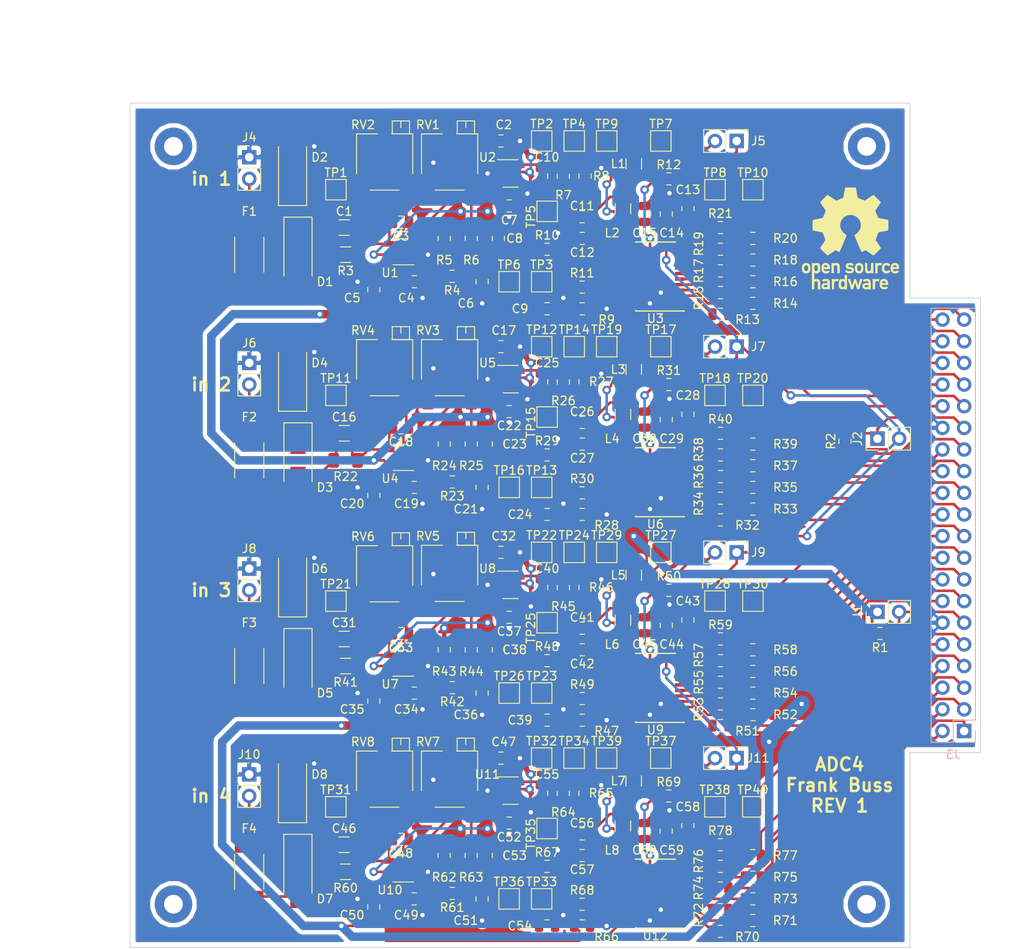
<source format=kicad_pcb>
(kicad_pcb (version 20171130) (host pcbnew "(5.0.1-dev-36-g831978293)")
  (layers (0 F.Cu signal) (31 B.Cu signal) (34 B.Paste user) (35 F.Paste user) (36 B.SilkS user) (37 F.SilkS user) (38 B.Mask user) (39 F.Mask user) (44 Edge.Cuts user))
  (net 0 "")
  (net 1 "Net-(C1-Pad2)")
  (net 2 "Net-(C1-Pad1)")
  (net 3 GND)
  (net 4 "Net-(C2-Pad1)")
  (net 5 "Net-(C3-Pad1)")
  (net 6 +5V)
  (net 7 "Net-(C6-Pad1)")
  (net 8 "Net-(C7-Pad1)")
  (net 9 "Net-(C8-Pad1)")
  (net 10 "Net-(C9-Pad1)")
  (net 11 "Net-(C11-Pad1)")
  (net 12 +3V3)
  (net 13 "Net-(C14-Pad2)")
  (net 14 "Net-(C16-Pad2)")
  (net 15 "Net-(C16-Pad1)")
  (net 16 "Net-(C17-Pad1)")
  (net 17 "Net-(C18-Pad1)")
  (net 18 "Net-(C21-Pad1)")
  (net 19 "Net-(C22-Pad1)")
  (net 20 "Net-(C23-Pad1)")
  (net 21 "Net-(C24-Pad1)")
  (net 22 "Net-(C26-Pad1)")
  (net 23 "Net-(C29-Pad2)")
  (net 24 "Net-(C31-Pad2)")
  (net 25 "Net-(C31-Pad1)")
  (net 26 "Net-(C32-Pad1)")
  (net 27 "Net-(C33-Pad1)")
  (net 28 "Net-(C36-Pad1)")
  (net 29 "Net-(C37-Pad1)")
  (net 30 "Net-(C38-Pad1)")
  (net 31 "Net-(C39-Pad1)")
  (net 32 "Net-(C41-Pad1)")
  (net 33 "Net-(C44-Pad2)")
  (net 34 "Net-(C46-Pad2)")
  (net 35 "Net-(C46-Pad1)")
  (net 36 "Net-(C47-Pad1)")
  (net 37 "Net-(C48-Pad1)")
  (net 38 "Net-(C51-Pad1)")
  (net 39 "Net-(C52-Pad1)")
  (net 40 "Net-(C53-Pad1)")
  (net 41 "Net-(C54-Pad1)")
  (net 42 "Net-(C56-Pad1)")
  (net 43 "Net-(C59-Pad2)")
  (net 44 "Net-(D1-Pad1)")
  (net 45 "Net-(D3-Pad1)")
  (net 46 "Net-(D5-Pad1)")
  (net 47 "Net-(D7-Pad1)")
  (net 48 "Net-(F1-Pad2)")
  (net 49 "Net-(F2-Pad2)")
  (net 50 "Net-(F3-Pad2)")
  (net 51 "Net-(F4-Pad2)")
  (net 52 "Net-(J1-Pad2)")
  (net 53 "Net-(J2-Pad1)")
  (net 54 "Net-(J5-Pad2)")
  (net 55 "Net-(J7-Pad2)")
  (net 56 "Net-(J9-Pad2)")
  (net 57 "Net-(J11-Pad2)")
  (net 58 "Net-(R10-Pad2)")
  (net 59 "Net-(R11-Pad2)")
  (net 60 "Net-(R13-Pad1)")
  (net 61 "Net-(R14-Pad1)")
  (net 62 "Net-(R15-Pad1)")
  (net 63 "Net-(R16-Pad1)")
  (net 64 "Net-(R17-Pad1)")
  (net 65 "Net-(R18-Pad1)")
  (net 66 "Net-(R19-Pad1)")
  (net 67 "Net-(R20-Pad1)")
  (net 68 "Net-(R21-Pad1)")
  (net 69 "Net-(R29-Pad2)")
  (net 70 "Net-(R30-Pad2)")
  (net 71 "Net-(R32-Pad1)")
  (net 72 "Net-(R33-Pad1)")
  (net 73 "Net-(R34-Pad1)")
  (net 74 "Net-(R35-Pad1)")
  (net 75 "Net-(R36-Pad1)")
  (net 76 "Net-(R37-Pad1)")
  (net 77 "Net-(R38-Pad1)")
  (net 78 "Net-(R39-Pad1)")
  (net 79 "Net-(R40-Pad1)")
  (net 80 "Net-(R48-Pad2)")
  (net 81 "Net-(R49-Pad2)")
  (net 82 "Net-(R51-Pad1)")
  (net 83 "Net-(R52-Pad1)")
  (net 84 "Net-(R53-Pad1)")
  (net 85 "Net-(R54-Pad1)")
  (net 86 "Net-(R55-Pad1)")
  (net 87 "Net-(R56-Pad1)")
  (net 88 "Net-(R57-Pad1)")
  (net 89 "Net-(R58-Pad1)")
  (net 90 "Net-(R59-Pad1)")
  (net 91 "Net-(R67-Pad2)")
  (net 92 "Net-(R68-Pad2)")
  (net 93 "Net-(R70-Pad1)")
  (net 94 "Net-(R71-Pad1)")
  (net 95 "Net-(R72-Pad1)")
  (net 96 "Net-(R73-Pad1)")
  (net 97 "Net-(R74-Pad1)")
  (net 98 "Net-(R75-Pad1)")
  (net 99 "Net-(R76-Pad1)")
  (net 100 "Net-(R77-Pad1)")
  (net 101 "Net-(R78-Pad1)")
  (net 102 "Net-(C10-Pad1)")
  (net 103 "Net-(C25-Pad1)")
  (net 104 "Net-(C40-Pad1)")
  (net 105 "Net-(C55-Pad1)")
  (net 106 /ADC1-D0)
  (net 107 /ADC3-D0)
  (net 108 /ADC1-D1)
  (net 109 /ADC3-D1)
  (net 110 /ADC1-D2)
  (net 111 /ADC3-D2)
  (net 112 /ADC1-D3)
  (net 113 /ADC3-D3)
  (net 114 /ADC1-D4)
  (net 115 /ADC3-D4)
  (net 116 /ADC1-D5)
  (net 117 /ADC3-D5)
  (net 118 /ADC1-D6)
  (net 119 /ADC3-D6)
  (net 120 /ADC1-D7)
  (net 121 /ADC3-D7)
  (net 122 /ADC1-CLK)
  (net 123 /ADC3-CLK)
  (net 124 /ADC2-D0)
  (net 125 /ADC4-D0)
  (net 126 /ADC2-D1)
  (net 127 /ADC4-D1)
  (net 128 /ADC2-D2)
  (net 129 /ADC4-D2)
  (net 130 /ADC2-D3)
  (net 131 /ADC4-D3)
  (net 132 /ADC2-D4)
  (net 133 /ADC4-D4)
  (net 134 /ADC2-D5)
  (net 135 /ADC4-D5)
  (net 136 /ADC2-D6)
  (net 137 /ADC4-D6)
  (net 138 /ADC2-D7)
  (net 139 /ADC4-D7)
  (net 140 /ADC2-CLK)
  (net 141 /ADC4-CLK)
  (module Potentiometer_SMD:Potentiometer_Bourns_3269P_Horizontal (layer F.Cu) (at 205.105 98.4 270)
    (fp_text reference RV5 (at -4.42 2.54) (layer F.SilkS))
    (fp_text value 50k)
    (pad 1 smd rect (at 3.2 -2.54 270) (size 3.3 1.19) (layers F.Cu F.Paste F.Mask) (net 104 "Net-(C40-Pad1)"))
    (pad 2 smd rect (at -3.2 0 270) (size 3.3 1.19) (layers F.Cu F.Paste F.Mask) (net 26 "Net-(C32-Pad1)"))
    (pad 3 smd rect (at 3.2 2.54 270) (size 3.3 1.19) (layers F.Cu F.Paste F.Mask) (net 3 GND))
  )
  (module Potentiometer_SMD:Potentiometer_Bourns_3269P_Horizontal (layer F.Cu) (at 205.105 50.14 270)
    (fp_text reference RV1 (at -4.42 2.54) (layer F.SilkS))
    (fp_text value 50k)
    (pad 3 smd rect (at 3.2 2.54 270) (size 3.3 1.19) (layers F.Cu F.Paste F.Mask) (net 3 GND))
    (pad 2 smd rect (at -3.2 0 270) (size 3.3 1.19) (layers F.Cu F.Paste F.Mask) (net 4 "Net-(C2-Pad1)"))
    (pad 1 smd rect (at 3.2 -2.54 270) (size 3.3 1.19) (layers F.Cu F.Paste F.Mask) (net 102 "Net-(C10-Pad1)"))
  )
  (module TestPoint:TestPoint_Pad_2.0x2.0mm (layer F.Cu) (at 215.9 47.625)
    (fp_text reference TP2 (at 0 -1.998) (layer F.SilkS))
    (fp_text value TestPoint)
    (pad 1 smd rect (at 0 0) (size 2 2) (layers F.Cu F.Mask) (net 4 "Net-(C2-Pad1)"))
  )
  (module Resistor_SMD:R_0805_2012Metric (layer F.Cu) (at 220.98 51.7375 270)
    (fp_text reference R8 (at 0 -1.905) (layer F.SilkS))
    (fp_text value 10k)
    (pad 1 smd roundrect (at -0.9375 0 270) (size 0.975 1.4) (layers F.Cu F.Paste F.Mask) (net 3 GND))
    (pad 2 smd roundrect (at 0.9375 0 270) (size 0.975 1.4) (layers F.Cu F.Paste F.Mask) (net 8 "Net-(C7-Pad1)"))
  )
  (module TestPoint:TestPoint_Pad_2.0x2.0mm (layer F.Cu) (at 236.22 53.34)
    (fp_text reference TP8 (at 0 -1.998) (layer F.SilkS))
    (fp_text value TestPoint)
    (pad 1 smd rect (at 0 0) (size 2 2) (layers F.Cu F.Mask) (net 12 +3V3))
  )
  (module Capacitor_SMD:C_0805_2012Metric (layer F.Cu) (at 233.045 55.5475 90)
    (fp_text reference C13 (at 2.2075 0 180) (layer F.SilkS))
    (fp_text value 100n)
    (pad 1 smd roundrect (at -0.9375 0 90) (size 0.975 1.4) (layers F.Cu F.Paste F.Mask) (net 12 +3V3))
    (pad 2 smd roundrect (at 0.9375 0 90) (size 0.975 1.4) (layers F.Cu F.Paste F.Mask) (net 3 GND))
  )
  (module Package_SO:TSSOP-24_4.4x7.8mm_P0.65mm (layer F.Cu) (at 229.235 63.5 180)
    (fp_text reference U3 (at 0 -4.95 180) (layer F.SilkS))
    (fp_text value ADC1175-50)
    (pad 1 smd rect (at -2.85 -3.575 180) (size 1.1 0.4) (layers F.Cu F.Paste F.Mask) (net 54 "Net-(J5-Pad2)"))
    (pad 2 smd rect (at -2.85 -2.925 180) (size 1.1 0.4) (layers F.Cu F.Paste F.Mask) (net 3 GND))
    (pad 3 smd rect (at -2.85 -2.275 180) (size 1.1 0.4) (layers F.Cu F.Paste F.Mask) (net 60 "Net-(R13-Pad1)"))
    (pad 4 smd rect (at -2.85 -1.625 180) (size 1.1 0.4) (layers F.Cu F.Paste F.Mask) (net 61 "Net-(R14-Pad1)"))
    (pad 5 smd rect (at -2.85 -0.975 180) (size 1.1 0.4) (layers F.Cu F.Paste F.Mask) (net 62 "Net-(R15-Pad1)"))
    (pad 6 smd rect (at -2.85 -0.325 180) (size 1.1 0.4) (layers F.Cu F.Paste F.Mask) (net 63 "Net-(R16-Pad1)"))
    (pad 7 smd rect (at -2.85 0.325 180) (size 1.1 0.4) (layers F.Cu F.Paste F.Mask) (net 64 "Net-(R17-Pad1)"))
    (pad 8 smd rect (at -2.85 0.975 180) (size 1.1 0.4) (layers F.Cu F.Paste F.Mask) (net 65 "Net-(R18-Pad1)"))
    (pad 9 smd rect (at -2.85 1.625 180) (size 1.1 0.4) (layers F.Cu F.Paste F.Mask) (net 66 "Net-(R19-Pad1)"))
    (pad 10 smd rect (at -2.85 2.275 180) (size 1.1 0.4) (layers F.Cu F.Paste F.Mask) (net 67 "Net-(R20-Pad1)"))
    (pad 11 smd rect (at -2.85 2.925 180) (size 1.1 0.4) (layers F.Cu F.Paste F.Mask) (net 12 +3V3))
    (pad 12 smd rect (at -2.85 3.575 180) (size 1.1 0.4) (layers F.Cu F.Paste F.Mask) (net 68 "Net-(R21-Pad1)"))
    (pad 13 smd rect (at 2.85 3.575 180) (size 1.1 0.4) (layers F.Cu F.Paste F.Mask) (net 13 "Net-(C14-Pad2)"))
    (pad 14 smd rect (at 2.85 2.925 180) (size 1.1 0.4) (layers F.Cu F.Paste F.Mask) (net 11 "Net-(C11-Pad1)"))
    (pad 15 smd rect (at 2.85 2.275 180) (size 1.1 0.4) (layers F.Cu F.Paste F.Mask) (net 11 "Net-(C11-Pad1)"))
    (pad 16 smd rect (at 2.85 1.625 180) (size 1.1 0.4) (layers F.Cu F.Paste F.Mask) (net 58 "Net-(R10-Pad2)"))
    (pad 17 smd rect (at 2.85 0.975 180) (size 1.1 0.4) (layers F.Cu F.Paste F.Mask) (net 9 "Net-(C8-Pad1)"))
    (pad 18 smd rect (at 2.85 0.325 180) (size 1.1 0.4) (layers F.Cu F.Paste F.Mask) (net 11 "Net-(C11-Pad1)"))
    (pad 19 smd rect (at 2.85 -0.325 180) (size 1.1 0.4) (layers F.Cu F.Paste F.Mask) (net 7 "Net-(C6-Pad1)"))
    (pad 20 smd rect (at 2.85 -0.975 180) (size 1.1 0.4) (layers F.Cu F.Paste F.Mask) (net 3 GND))
    (pad 21 smd rect (at 2.85 -1.625 180) (size 1.1 0.4) (layers F.Cu F.Paste F.Mask) (net 3 GND))
    (pad 22 smd rect (at 2.85 -2.275 180) (size 1.1 0.4) (layers F.Cu F.Paste F.Mask) (net 59 "Net-(R11-Pad2)"))
    (pad 23 smd rect (at 2.85 -2.925 180) (size 1.1 0.4) (layers F.Cu F.Paste F.Mask) (net 10 "Net-(C9-Pad1)"))
    (pad 24 smd rect (at 2.85 -3.575 180) (size 1.1 0.4) (layers F.Cu F.Paste F.Mask) (net 3 GND))
  )
  (module Resistor_SMD:R_0805_2012Metric (layer F.Cu) (at 236.855 62.865)
    (fp_text reference R17 (at -2.54 0 90) (layer F.SilkS))
    (fp_text value 33)
    (pad 2 smd roundrect (at 0.9375 0) (size 0.975 1.4) (layers F.Cu F.Paste F.Mask) (net 114 /ADC1-D4))
    (pad 1 smd roundrect (at -0.9375 0) (size 0.975 1.4) (layers F.Cu F.Paste F.Mask) (net 64 "Net-(R17-Pad1)"))
  )
  (module Resistor_SMD:R_0805_2012Metric (layer F.Cu) (at 236.855 60.325)
    (fp_text reference R19 (at -2.54 -0.635 90) (layer F.SilkS))
    (fp_text value 33)
    (pad 2 smd roundrect (at 0.9375 0) (size 0.975 1.4) (layers F.Cu F.Paste F.Mask) (net 118 /ADC1-D6))
    (pad 1 smd roundrect (at -0.9375 0) (size 0.975 1.4) (layers F.Cu F.Paste F.Mask) (net 66 "Net-(R19-Pad1)"))
  )
  (module Resistor_SMD:R_1206_3216Metric (layer F.Cu) (at 192.91 60.96)
    (fp_text reference R3 (at 0 1.905) (layer F.SilkS))
    (fp_text value 150k)
    (pad 2 smd roundrect (at 1.4 0) (size 1.25 1.75) (layers F.Cu F.Paste F.Mask) (roundrect_rratio 0.2) (net 2 "Net-(C1-Pad1)"))
    (pad 1 smd roundrect (at -1.4 0) (size 1.25 1.75) (layers F.Cu F.Paste F.Mask) (roundrect_rratio 0.2) (net 1 "Net-(C1-Pad2)"))
  )
  (module TestPoint:TestPoint_Pad_2.0x2.0mm (layer F.Cu) (at 240.665 53.34)
    (fp_text reference TP10 (at 0 -1.998) (layer F.SilkS))
    (fp_text value TestPoint)
    (pad 1 smd rect (at 0 0) (size 2 2) (layers F.Cu F.Mask) (net 122 /ADC1-CLK))
  )
  (module Resistor_SMD:R_0805_2012Metric (layer F.Cu) (at 240.665 61.595)
    (fp_text reference R18 (at 3.81 0) (layer F.SilkS))
    (fp_text value 33)
    (pad 1 smd roundrect (at -0.9375 0) (size 0.975 1.4) (layers F.Cu F.Paste F.Mask) (net 65 "Net-(R18-Pad1)"))
    (pad 2 smd roundrect (at 0.9375 0) (size 0.975 1.4) (layers F.Cu F.Paste F.Mask) (net 116 /ADC1-D5))
  )
  (module Resistor_SMD:R_0805_2012Metric (layer F.Cu) (at 240.665 64.135)
    (fp_text reference R16 (at 3.81 0) (layer F.SilkS))
    (fp_text value 33)
    (pad 1 smd roundrect (at -0.9375 0) (size 0.975 1.4) (layers F.Cu F.Paste F.Mask) (net 63 "Net-(R16-Pad1)"))
    (pad 2 smd roundrect (at 0.9375 0) (size 0.975 1.4) (layers F.Cu F.Paste F.Mask) (net 112 /ADC1-D3))
  )
  (module Package_TO_SOT_SMD:SOT-23-5 (layer F.Cu) (at 212.26 51.435)
    (fp_text reference U2 (at -2.71 -1.905) (layer F.SilkS))
    (fp_text value MIC5219-adj)
    (pad 5 smd rect (at 1.1 -0.95) (size 1.06 0.65) (layers F.Cu F.Paste F.Mask) (net 102 "Net-(C10-Pad1)"))
    (pad 4 smd rect (at 1.1 0.95) (size 1.06 0.65) (layers F.Cu F.Paste F.Mask) (net 8 "Net-(C7-Pad1)"))
    (pad 3 smd rect (at -1.1 0.95) (size 1.06 0.65) (layers F.Cu F.Paste F.Mask) (net 6 +5V))
    (pad 2 smd rect (at -1.1 0) (size 1.06 0.65) (layers F.Cu F.Paste F.Mask) (net 3 GND))
    (pad 1 smd rect (at -1.1 -0.95) (size 1.06 0.65) (layers F.Cu F.Paste F.Mask) (net 6 +5V))
  )
  (module Resistor_SMD:R_0805_2012Metric (layer F.Cu) (at 218.44 51.7675 90)
    (fp_text reference R7 (at -2.2075 0 180) (layer F.SilkS))
    (fp_text value 4k5)
    (pad 2 smd roundrect (at 0.9375 0 90) (size 0.975 1.4) (layers F.Cu F.Paste F.Mask) (net 102 "Net-(C10-Pad1)"))
    (pad 1 smd roundrect (at -0.9375 0 90) (size 0.975 1.4) (layers F.Cu F.Paste F.Mask) (net 8 "Net-(C7-Pad1)"))
  )
  (module Resistor_SMD:R_0805_2012Metric (layer F.Cu) (at 240.665 59.055)
    (fp_text reference R20 (at 3.81 0) (layer F.SilkS))
    (fp_text value 33)
    (pad 2 smd roundrect (at 0.9375 0) (size 0.975 1.4) (layers F.Cu F.Paste F.Mask) (net 120 /ADC1-D7))
    (pad 1 smd roundrect (at -0.9375 0) (size 0.975 1.4) (layers F.Cu F.Paste F.Mask) (net 67 "Net-(R20-Pad1)"))
  )
  (module Resistor_SMD:R_0805_2012Metric (layer F.Cu) (at 205.4075 63.5 180)
    (fp_text reference R4 (at 0 -1.65 180) (layer F.SilkS))
    (fp_text value 20)
    (pad 1 smd roundrect (at -0.9375 0 180) (size 0.975 1.4) (layers F.Cu F.Paste F.Mask) (net 7 "Net-(C6-Pad1)"))
    (pad 2 smd roundrect (at 0.9375 0 180) (size 0.975 1.4) (layers F.Cu F.Paste F.Mask) (net 5 "Net-(C3-Pad1)"))
  )
  (module Resistor_SMD:R_0805_2012Metric (layer F.Cu) (at 240.665 66.675)
    (fp_text reference R14 (at 3.81 0) (layer F.SilkS))
    (fp_text value 33)
    (pad 2 smd roundrect (at 0.9375 0) (size 0.975 1.4) (layers F.Cu F.Paste F.Mask) (net 108 /ADC1-D1))
    (pad 1 smd roundrect (at -0.9375 0) (size 0.975 1.4) (layers F.Cu F.Paste F.Mask) (net 61 "Net-(R14-Pad1)"))
  )
  (module Resistor_SMD:R_0805_2012Metric (layer F.Cu) (at 236.855 65.405)
    (fp_text reference R15 (at -2.54 0.635 90) (layer F.SilkS))
    (fp_text value 33)
    (pad 1 smd roundrect (at -0.9375 0) (size 0.975 1.4) (layers F.Cu F.Paste F.Mask) (net 62 "Net-(R15-Pad1)"))
    (pad 2 smd roundrect (at 0.9375 0) (size 0.975 1.4) (layers F.Cu F.Paste F.Mask) (net 110 /ADC1-D2))
  )
  (module Potentiometer_SMD:Potentiometer_Bourns_3269P_Horizontal (layer F.Cu) (at 197.485 50.14 270)
    (fp_text reference RV2 (at -4.42 2.54) (layer F.SilkS))
    (fp_text value 50k)
    (pad 1 smd rect (at 3.2 -2.54 270) (size 3.3 1.19) (layers F.Cu F.Paste F.Mask) (net 5 "Net-(C3-Pad1)"))
    (pad 2 smd rect (at -3.2 0 270) (size 3.3 1.19) (layers F.Cu F.Paste F.Mask) (net 5 "Net-(C3-Pad1)"))
    (pad 3 smd rect (at 3.2 2.54 270) (size 3.3 1.19) (layers F.Cu F.Paste F.Mask) (net 2 "Net-(C1-Pad1)"))
  )
  (module Connector_PinHeader_2.54mm:PinHeader_1x02_P2.54mm_Vertical (layer F.Cu) (at 181.61 49.53)
    (fp_text reference J4 (at 0 -2.33) (layer F.SilkS))
    (fp_text value "analog in")
    (pad 2 thru_hole oval (at 0 2.54) (size 1.7 1.7) (drill 1) (layers *.Cu *.Mask) (net 48 "Net-(F1-Pad2)"))
    (pad 1 thru_hole rect (at 0 0) (size 1.7 1.7) (drill 1) (layers *.Cu *.Mask) (net 3 GND))
  )
  (module Resistor_SMD:R_0805_2012Metric (layer F.Cu) (at 220.6475 64.77)
    (fp_text reference R11 (at 0 -1.65) (layer F.SilkS))
    (fp_text value 0)
    (pad 1 smd roundrect (at -0.9375 0) (size 0.975 1.4) (layers F.Cu F.Paste F.Mask) (net 10 "Net-(C9-Pad1)"))
    (pad 2 smd roundrect (at 0.9375 0) (size 0.975 1.4) (layers F.Cu F.Paste F.Mask) (net 59 "Net-(R11-Pad2)"))
  )
  (module Resistor_SMD:R_0805_2012Metric (layer F.Cu) (at 236.855 67.945)
    (fp_text reference R13 (at 3.175 0.635) (layer F.SilkS))
    (fp_text value 33)
    (pad 1 smd roundrect (at -0.9375 0) (size 0.975 1.4) (layers F.Cu F.Paste F.Mask) (net 60 "Net-(R13-Pad1)"))
    (pad 2 smd roundrect (at 0.9375 0) (size 0.975 1.4) (layers F.Cu F.Paste F.Mask) (net 106 /ADC1-D0))
  )
  (module Package_TO_SOT_SMD:TSOT-23-5 (layer F.Cu) (at 199.35 60.64 180)
    (fp_text reference U1 (at 1.23 -2.45 180) (layer F.SilkS))
    (fp_text value ADA4891)
    (pad 5 smd rect (at 1.31 -0.95 180) (size 1.22 0.65) (layers F.Cu F.Paste F.Mask) (net 6 +5V))
    (pad 4 smd rect (at 1.31 0.95 180) (size 1.22 0.65) (layers F.Cu F.Paste F.Mask) (net 2 "Net-(C1-Pad1)"))
    (pad 3 smd rect (at -1.31 0.95 180) (size 1.22 0.65) (layers F.Cu F.Paste F.Mask) (net 4 "Net-(C2-Pad1)"))
    (pad 2 smd rect (at -1.31 0 180) (size 1.22 0.65) (layers F.Cu F.Paste F.Mask) (net 3 GND))
    (pad 1 smd rect (at -1.31 -0.95 180) (size 1.22 0.65) (layers F.Cu F.Paste F.Mask) (net 5 "Net-(C3-Pad1)"))
  )
  (module Resistor_SMD:R_0805_2012Metric (layer F.Cu) (at 236.855 57.785)
    (fp_text reference R21 (at 0 -1.65) (layer F.SilkS))
    (fp_text value 33)
    (pad 2 smd roundrect (at 0.9375 0) (size 0.975 1.4) (layers F.Cu F.Paste F.Mask) (net 122 /ADC1-CLK))
    (pad 1 smd roundrect (at -0.9375 0) (size 0.975 1.4) (layers F.Cu F.Paste F.Mask) (net 68 "Net-(R21-Pad1)"))
  )
  (module Connector_PinHeader_2.54mm:PinHeader_1x02_P2.54mm_Vertical (layer F.Cu) (at 238.76 47.625 270)
    (fp_text reference J5 (at 0 -2.54) (layer F.SilkS))
    (fp_text value "disable jumper")
    (pad 1 thru_hole rect (at 0 0 270) (size 1.7 1.7) (drill 1) (layers *.Cu *.Mask) (net 12 +3V3))
    (pad 2 thru_hole oval (at 0 2.54 270) (size 1.7 1.7) (drill 1) (layers *.Cu *.Mask) (net 54 "Net-(J5-Pad2)"))
  )
  (module Resistor_SMD:R_0805_2012Metric (layer F.Cu) (at 230.8075 52.07)
    (fp_text reference R12 (at 0 -1.65) (layer F.SilkS))
    (fp_text value 10k)
    (pad 1 smd roundrect (at -0.9375 0) (size 0.975 1.4) (layers F.Cu F.Paste F.Mask) (net 54 "Net-(J5-Pad2)"))
    (pad 2 smd roundrect (at 0.9375 0) (size 0.975 1.4) (layers F.Cu F.Paste F.Mask) (net 3 GND))
  )
  (module Diode_SMD:D_SMA_Handsoldering (layer F.Cu) (at 187.325 60.96 270)
    (fp_text reference D1 (at 3.175 -3.175) (layer F.SilkS))
    (fp_text value SM4T15AY)
    (pad 2 smd rect (at 2.5 0 270) (size 3.5 1.8) (layers F.Cu F.Paste F.Mask) (net 1 "Net-(C1-Pad2)"))
    (pad 1 smd rect (at -2.5 0 270) (size 3.5 1.8) (layers F.Cu F.Paste F.Mask) (net 44 "Net-(D1-Pad1)"))
  )
  (module Resistor_SMD:R_0805_2012Metric (layer F.Cu) (at 204.47 59.055 90)
    (fp_text reference R5 (at -2.54 0 180) (layer F.SilkS))
    (fp_text value 0)
    (pad 1 smd roundrect (at -0.9375 0 90) (size 0.975 1.4) (layers F.Cu F.Paste F.Mask) (net 9 "Net-(C8-Pad1)"))
    (pad 2 smd roundrect (at 0.9375 0 90) (size 0.975 1.4) (layers F.Cu F.Paste F.Mask) (net 6 +5V))
  )
  (module Resistor_SMD:R_0805_2012Metric (layer F.Cu) (at 207.645 59.055 270)
    (fp_text reference R6 (at 2.54 0) (layer F.SilkS))
    (fp_text value 0)
    (pad 2 smd roundrect (at 0.9375 0 270) (size 0.975 1.4) (layers F.Cu F.Paste F.Mask) (net 9 "Net-(C8-Pad1)"))
    (pad 1 smd roundrect (at -0.9375 0 270) (size 0.975 1.4) (layers F.Cu F.Paste F.Mask) (net 102 "Net-(C10-Pad1)"))
  )
  (module Capacitor_SMD:C_0805_2012Metric (layer F.Cu) (at 208.915 64.135 270)
    (fp_text reference C6 (at 2.54 1.905) (layer F.SilkS))
    (fp_text value 47p)
    (pad 2 smd roundrect (at 0.9375 0 270) (size 0.975 1.4) (layers F.Cu F.Paste F.Mask) (net 3 GND))
    (pad 1 smd roundrect (at -0.9375 0 270) (size 0.975 1.4) (layers F.Cu F.Paste F.Mask) (net 7 "Net-(C6-Pad1)"))
  )
  (module Capacitor_SMD:C_0805_2012Metric (layer F.Cu) (at 199.39 57.15 180)
    (fp_text reference C3 (at 0 -1.65 180) (layer F.SilkS))
    (fp_text value "2p, TBD")
    (pad 2 smd roundrect (at 0.9375 0 180) (size 0.975 1.4) (layers F.Cu F.Paste F.Mask) (net 2 "Net-(C1-Pad1)"))
    (pad 1 smd roundrect (at -0.9375 0 180) (size 0.975 1.4) (layers F.Cu F.Paste F.Mask) (net 5 "Net-(C3-Pad1)"))
  )
  (module Resistor_SMD:R_0805_2012Metric (layer F.Cu) (at 220.6475 67.31 180)
    (fp_text reference R9 (at -2.8725 -1.27 180) (layer F.SilkS))
    (fp_text value 0)
    (pad 2 smd roundrect (at 0.9375 0 180) (size 0.975 1.4) (layers F.Cu F.Paste F.Mask) (net 10 "Net-(C9-Pad1)"))
    (pad 1 smd roundrect (at -0.9375 0 180) (size 0.975 1.4) (layers F.Cu F.Paste F.Mask) (net 3 GND))
  )
  (module Capacitor_SMD:C_0805_2012Metric (layer F.Cu) (at 211.1225 47.625)
    (fp_text reference C2 (at 0.3325 -1.905) (layer F.SilkS))
    (fp_text value 100n)
    (pad 2 smd roundrect (at 0.9375 0) (size 0.975 1.4) (layers F.Cu F.Paste F.Mask) (net 3 GND))
    (pad 1 smd roundrect (at -0.9375 0) (size 0.975 1.4) (layers F.Cu F.Paste F.Mask) (net 4 "Net-(C2-Pad1)"))
  )
  (module Capacitor_SMD:C_0805_2012Metric (layer F.Cu) (at 200.9625 64.135)
    (fp_text reference C4 (at -0.9375 1.905) (layer F.SilkS))
    (fp_text value 100n)
    (pad 1 smd roundrect (at -0.9375 0) (size 0.975 1.4) (layers F.Cu F.Paste F.Mask) (net 6 +5V))
    (pad 2 smd roundrect (at 0.9375 0) (size 0.975 1.4) (layers F.Cu F.Paste F.Mask) (net 3 GND))
  )
  (module Capacitor_SMD:C_0805_2012Metric (layer F.Cu) (at 212.09 55.245 180)
    (fp_text reference C7 (at 0 -1.65 180) (layer F.SilkS))
    (fp_text value 470p)
    (pad 1 smd roundrect (at -0.9375 0 180) (size 0.975 1.4) (layers F.Cu F.Paste F.Mask) (net 8 "Net-(C7-Pad1)"))
    (pad 2 smd roundrect (at 0.9375 0 180) (size 0.975 1.4) (layers F.Cu F.Paste F.Mask) (net 3 GND))
  )
  (module Capacitor_SMD:C_0805_2012Metric (layer F.Cu) (at 220.6475 59.055 180)
    (fp_text reference C12 (at 0 -1.65 180) (layer F.SilkS))
    (fp_text value 100n)
    (pad 1 smd roundrect (at -0.9375 0 180) (size 0.975 1.4) (layers F.Cu F.Paste F.Mask) (net 11 "Net-(C11-Pad1)"))
    (pad 2 smd roundrect (at 0.9375 0 180) (size 0.975 1.4) (layers F.Cu F.Paste F.Mask) (net 3 GND))
  )
  (module Capacitor_SMD:C_0805_2012Metric (layer F.Cu) (at 227.965 56.1825 270)
    (fp_text reference C15 (at 2.2375 0) (layer F.SilkS))
    (fp_text value 100n)
    (pad 1 smd roundrect (at -0.9375 0 270) (size 0.975 1.4) (layers F.Cu F.Paste F.Mask) (net 3 GND))
    (pad 2 smd roundrect (at 0.9375 0 270) (size 0.975 1.4) (layers F.Cu F.Paste F.Mask) (net 13 "Net-(C14-Pad2)"))
  )
  (module Capacitor_SMD:C_0805_2012Metric (layer F.Cu) (at 211.1225 71.755)
    (fp_text reference C17 (at 0.3325 -1.905) (layer F.SilkS))
    (fp_text value 100n)
    (pad 1 smd roundrect (at -0.9375 0) (size 0.975 1.4) (layers F.Cu F.Paste F.Mask) (net 16 "Net-(C17-Pad1)"))
    (pad 2 smd roundrect (at 0.9375 0) (size 0.975 1.4) (layers F.Cu F.Paste F.Mask) (net 3 GND))
  )
  (module Capacitor_SMD:C_0805_2012Metric (layer F.Cu) (at 199.39 81.28 180)
    (fp_text reference C18 (at 0 -1.65 180) (layer F.SilkS))
    (fp_text value "2p, TBD")
    (pad 1 smd roundrect (at -0.9375 0 180) (size 0.975 1.4) (layers F.Cu F.Paste F.Mask) (net 17 "Net-(C18-Pad1)"))
    (pad 2 smd roundrect (at 0.9375 0 180) (size 0.975 1.4) (layers F.Cu F.Paste F.Mask) (net 15 "Net-(C16-Pad1)"))
  )
  (module Capacitor_SMD:C_0805_2012Metric (layer F.Cu) (at 200.9625 88.265)
    (fp_text reference C19 (at -0.9375 1.905) (layer F.SilkS))
    (fp_text value 100n)
    (pad 1 smd roundrect (at -0.9375 0) (size 0.975 1.4) (layers F.Cu F.Paste F.Mask) (net 6 +5V))
    (pad 2 smd roundrect (at 0.9375 0) (size 0.975 1.4) (layers F.Cu F.Paste F.Mask) (net 3 GND))
  )
  (module Capacitor_SMD:C_0805_2012Metric (layer F.Cu) (at 208.915 88.265 270)
    (fp_text reference C21 (at 2.54 1.905) (layer F.SilkS))
    (fp_text value 47p)
    (pad 2 smd roundrect (at 0.9375 0 270) (size 0.975 1.4) (layers F.Cu F.Paste F.Mask) (net 3 GND))
    (pad 1 smd roundrect (at -0.9375 0 270) (size 0.975 1.4) (layers F.Cu F.Paste F.Mask) (net 18 "Net-(C21-Pad1)"))
  )
  (module Capacitor_SMD:C_0805_2012Metric (layer F.Cu) (at 212.09 79.375 180)
    (fp_text reference C22 (at 0 -1.65 180) (layer F.SilkS))
    (fp_text value 470p)
    (pad 1 smd roundrect (at -0.9375 0 180) (size 0.975 1.4) (layers F.Cu F.Paste F.Mask) (net 19 "Net-(C22-Pad1)"))
    (pad 2 smd roundrect (at 0.9375 0 180) (size 0.975 1.4) (layers F.Cu F.Paste F.Mask) (net 3 GND))
  )
  (module Capacitor_SMD:C_0805_2012Metric (layer F.Cu) (at 220.6475 83.185 180)
    (fp_text reference C27 (at 0 -1.65 180) (layer F.SilkS))
    (fp_text value 100n)
    (pad 2 smd roundrect (at 0.9375 0 180) (size 0.975 1.4) (layers F.Cu F.Paste F.Mask) (net 3 GND))
    (pad 1 smd roundrect (at -0.9375 0 180) (size 0.975 1.4) (layers F.Cu F.Paste F.Mask) (net 22 "Net-(C26-Pad1)"))
  )
  (module Capacitor_SMD:C_0805_2012Metric (layer F.Cu) (at 233.045 79.6775 90)
    (fp_text reference C28 (at 2.2075 0 180) (layer F.SilkS))
    (fp_text value 100n)
    (pad 2 smd roundrect (at 0.9375 0 90) (size 0.975 1.4) (layers F.Cu F.Paste F.Mask) (net 3 GND))
    (pad 1 smd roundrect (at -0.9375 0 90) (size 0.975 1.4) (layers F.Cu F.Paste F.Mask) (net 12 +3V3))
  )
  (module Capacitor_SMD:C_0805_2012Metric (layer F.Cu) (at 227.965 80.3125 270)
    (fp_text reference C30 (at 2.2375 0) (layer F.SilkS))
    (fp_text value 100n)
    (pad 2 smd roundrect (at 0.9375 0 270) (size 0.975 1.4) (layers F.Cu F.Paste F.Mask) (net 23 "Net-(C29-Pad2)"))
    (pad 1 smd roundrect (at -0.9375 0 270) (size 0.975 1.4) (layers F.Cu F.Paste F.Mask) (net 3 GND))
  )
  (module Capacitor_SMD:C_0805_2012Metric (layer F.Cu) (at 211.1225 95.885)
    (fp_text reference C32 (at 0.3325 -1.905) (layer F.SilkS))
    (fp_text value 100n)
    (pad 2 smd roundrect (at 0.9375 0) (size 0.975 1.4) (layers F.Cu F.Paste F.Mask) (net 3 GND))
    (pad 1 smd roundrect (at -0.9375 0) (size 0.975 1.4) (layers F.Cu F.Paste F.Mask) (net 26 "Net-(C32-Pad1)"))
  )
  (module Capacitor_SMD:C_0805_2012Metric (layer F.Cu) (at 199.39 105.41 180)
    (fp_text reference C33 (at 0 -1.65 180) (layer F.SilkS))
    (fp_text value "2p, TBD")
    (pad 1 smd roundrect (at -0.9375 0 180) (size 0.975 1.4) (layers F.Cu F.Paste F.Mask) (net 27 "Net-(C33-Pad1)"))
    (pad 2 smd roundrect (at 0.9375 0 180) (size 0.975 1.4) (layers F.Cu F.Paste F.Mask) (net 25 "Net-(C31-Pad1)"))
  )
  (module Capacitor_SMD:C_0805_2012Metric (layer F.Cu) (at 200.9625 112.395)
    (fp_text reference C34 (at -0.9375 1.905) (layer F.SilkS))
    (fp_text value 100n)
    (pad 2 smd roundrect (at 0.9375 0) (size 0.975 1.4) (layers F.Cu F.Paste F.Mask) (net 3 GND))
    (pad 1 smd roundrect (at -0.9375 0) (size 0.975 1.4) (layers F.Cu F.Paste F.Mask) (net 6 +5V))
  )
  (module Capacitor_SMD:C_0805_2012Metric (layer F.Cu) (at 208.915 112.395 270)
    (fp_text reference C36 (at 2.54 1.905) (layer F.SilkS))
    (fp_text value 47p)
    (pad 2 smd roundrect (at 0.9375 0 270) (size 0.975 1.4) (layers F.Cu F.Paste F.Mask) (net 3 GND))
    (pad 1 smd roundrect (at -0.9375 0 270) (size 0.975 1.4) (layers F.Cu F.Paste F.Mask) (net 28 "Net-(C36-Pad1)"))
  )
  (module Capacitor_SMD:C_0805_2012Metric (layer F.Cu) (at 212.09 103.505 180)
    (fp_text reference C37 (at 0 -1.65 180) (layer F.SilkS))
    (fp_text value 470p)
    (pad 1 smd roundrect (at -0.9375 0 180) (size 0.975 1.4) (layers F.Cu F.Paste F.Mask) (net 29 "Net-(C37-Pad1)"))
    (pad 2 smd roundrect (at 0.9375 0 180) (size 0.975 1.4) (layers F.Cu F.Paste F.Mask) (net 3 GND))
  )
  (module Capacitor_SMD:C_0805_2012Metric (layer F.Cu) (at 220.6475 107.315 180)
    (fp_text reference C42 (at 0 -1.65 180) (layer F.SilkS))
    (fp_text value 100n)
    (pad 1 smd roundrect (at -0.9375 0 180) (size 0.975 1.4) (layers F.Cu F.Paste F.Mask) (net 32 "Net-(C41-Pad1)"))
    (pad 2 smd roundrect (at 0.9375 0 180) (size 0.975 1.4) (layers F.Cu F.Paste F.Mask) (net 3 GND))
  )
  (module Capacitor_SMD:C_0805_2012Metric (layer F.Cu) (at 233.045 103.8075 90)
    (fp_text reference C43 (at 2.2075 0 180) (layer F.SilkS))
    (fp_text value 100n)
    (pad 1 smd roundrect (at -0.9375 0 90) (size 0.975 1.4) (layers F.Cu F.Paste F.Mask) (net 12 +3V3))
    (pad 2 smd roundrect (at 0.9375 0 90) (size 0.975 1.4) (layers F.Cu F.Paste F.Mask) (net 3 GND))
  )
  (module Capacitor_SMD:C_0805_2012Metric (layer F.Cu) (at 227.965 104.4425 270)
    (fp_text reference C45 (at 2.2375 0) (layer F.SilkS))
    (fp_text value 100n)
    (pad 1 smd roundrect (at -0.9375 0 270) (size 0.975 1.4) (layers F.Cu F.Paste F.Mask) (net 3 GND))
    (pad 2 smd roundrect (at 0.9375 0 270) (size 0.975 1.4) (layers F.Cu F.Paste F.Mask) (net 33 "Net-(C44-Pad2)"))
  )
  (module Capacitor_SMD:C_0805_2012Metric (layer F.Cu) (at 211.112503 120.024997)
    (fp_text reference C47 (at 0.3325 -1.905) (layer F.SilkS))
    (fp_text value 100n)
    (pad 1 smd roundrect (at -0.9375 0) (size 0.975 1.4) (layers F.Cu F.Paste F.Mask) (net 36 "Net-(C47-Pad1)"))
    (pad 2 smd roundrect (at 0.9375 0) (size 0.975 1.4) (layers F.Cu F.Paste F.Mask) (net 3 GND))
  )
  (module Capacitor_SMD:C_0805_2012Metric (layer F.Cu) (at 199.380003 129.549997 180)
    (fp_text reference C48 (at 0 -1.65 180) (layer F.SilkS))
    (fp_text value "2p, TBD")
    (pad 2 smd roundrect (at 0.9375 0 180) (size 0.975 1.4) (layers F.Cu F.Paste F.Mask) (net 35 "Net-(C46-Pad1)"))
    (pad 1 smd roundrect (at -0.9375 0 180) (size 0.975 1.4) (layers F.Cu F.Paste F.Mask) (net 37 "Net-(C48-Pad1)"))
  )
  (module Capacitor_SMD:C_0805_2012Metric (layer F.Cu) (at 200.952503 136.534997)
    (fp_text reference C49 (at -0.9375 1.905) (layer F.SilkS))
    (fp_text value 100n)
    (pad 2 smd roundrect (at 0.9375 0) (size 0.975 1.4) (layers F.Cu F.Paste F.Mask) (net 3 GND))
    (pad 1 smd roundrect (at -0.9375 0) (size 0.975 1.4) (layers F.Cu F.Paste F.Mask) (net 6 +5V))
  )
  (module Capacitor_SMD:C_0805_2012Metric (layer F.Cu) (at 208.905003 136.534997 270)
    (fp_text reference C51 (at 2.54 1.905) (layer F.SilkS))
    (fp_text value 47p)
    (pad 2 smd roundrect (at 0.9375 0 270) (size 0.975 1.4) (layers F.Cu F.Paste F.Mask) (net 3 GND))
    (pad 1 smd roundrect (at -0.9375 0 270) (size 0.975 1.4) (layers F.Cu F.Paste F.Mask) (net 38 "Net-(C51-Pad1)"))
  )
  (module Capacitor_SMD:C_0805_2012Metric (layer F.Cu) (at 212.080003 127.644997 180)
    (fp_text reference C52 (at 0 -1.65 180) (layer F.SilkS))
    (fp_text value 470p)
    (pad 2 smd roundrect (at 0.9375 0 180) (size 0.975 1.4) (layers F.Cu F.Paste F.Mask) (net 3 GND))
    (pad 1 smd roundrect (at -0.9375 0 180) (size 0.975 1.4) (layers F.Cu F.Paste F.Mask) (net 39 "Net-(C52-Pad1)"))
  )
  (module Capacitor_SMD:C_0805_2012Metric (layer F.Cu) (at 220.637503 131.454997 180)
    (fp_text reference C57 (at 0 -1.65 180) (layer F.SilkS))
    (fp_text value 100n)
    (pad 1 smd roundrect (at -0.9375 0 180) (size 0.975 1.4) (layers F.Cu F.Paste F.Mask) (net 42 "Net-(C56-Pad1)"))
    (pad 2 smd roundrect (at 0.9375 0 180) (size 0.975 1.4) (layers F.Cu F.Paste F.Mask) (net 3 GND))
  )
  (module Capacitor_SMD:C_0805_2012Metric (layer F.Cu) (at 233.035003 127.947497 90)
    (fp_text reference C58 (at 2.2075 0 180) (layer F.SilkS))
    (fp_text value 100n)
    (pad 1 smd roundrect (at -0.9375 0 90) (size 0.975 1.4) (layers F.Cu F.Paste F.Mask) (net 12 +3V3))
    (pad 2 smd roundrect (at 0.9375 0 90) (size 0.975 1.4) (layers F.Cu F.Paste F.Mask) (net 3 GND))
  )
  (module Capacitor_SMD:C_0805_2012Metric (layer F.Cu) (at 227.955003 128.582497 270)
    (fp_text reference C60 (at 2.2375 0) (layer F.SilkS))
    (fp_text value 100n)
    (pad 1 smd roundrect (at -0.9375 0 270) (size 0.975 1.4) (layers F.Cu F.Paste F.Mask) (net 3 GND))
    (pad 2 smd roundrect (at 0.9375 0 270) (size 0.975 1.4) (layers F.Cu F.Paste F.Mask) (net 43 "Net-(C59-Pad2)"))
  )
  (module Fuse:Fuse_2512_6332Metric (layer F.Cu) (at 181.61 60.96 90)
    (fp_text reference F1 (at 5.08 0 180) (layer F.SilkS))
    (fp_text value Fuse)
    (pad 2 smd roundrect (at 2.9 0 90) (size 1.35 3.35) (layers F.Cu F.Paste F.Mask) (roundrect_rratio 0.185185) (net 48 "Net-(F1-Pad2)"))
    (pad 1 smd roundrect (at -2.9 0 90) (size 1.35 3.35) (layers F.Cu F.Paste F.Mask) (roundrect_rratio 0.185185) (net 1 "Net-(C1-Pad2)"))
  )
  (module Fuse:Fuse_2512_6332Metric (layer F.Cu) (at 181.61 85.09 90)
    (fp_text reference F2 (at 5.08 0 180) (layer F.SilkS))
    (fp_text value Fuse)
    (pad 2 smd roundrect (at 2.9 0 90) (size 1.35 3.35) (layers F.Cu F.Paste F.Mask) (roundrect_rratio 0.185185) (net 49 "Net-(F2-Pad2)"))
    (pad 1 smd roundrect (at -2.9 0 90) (size 1.35 3.35) (layers F.Cu F.Paste F.Mask) (roundrect_rratio 0.185185) (net 14 "Net-(C16-Pad2)"))
  )
  (module Fuse:Fuse_2512_6332Metric (layer F.Cu) (at 181.61 109.22 90)
    (fp_text reference F3 (at 5.08 0 180) (layer F.SilkS))
    (fp_text value Fuse)
    (pad 1 smd roundrect (at -2.9 0 90) (size 1.35 3.35) (layers F.Cu F.Paste F.Mask) (roundrect_rratio 0.185185) (net 24 "Net-(C31-Pad2)"))
    (pad 2 smd roundrect (at 2.9 0 90) (size 1.35 3.35) (layers F.Cu F.Paste F.Mask) (roundrect_rratio 0.185185) (net 50 "Net-(F3-Pad2)"))
  )
  (module Fuse:Fuse_2512_6332Metric (layer F.Cu) (at 181.600003 133.359997 90)
    (fp_text reference F4 (at 5.08 0 180) (layer F.SilkS))
    (fp_text value Fuse)
    (pad 1 smd roundrect (at -2.9 0 90) (size 1.35 3.35) (layers F.Cu F.Paste F.Mask) (roundrect_rratio 0.185185) (net 34 "Net-(C46-Pad2)"))
    (pad 2 smd roundrect (at 2.9 0 90) (size 1.35 3.35) (layers F.Cu F.Paste F.Mask) (roundrect_rratio 0.185185) (net 51 "Net-(F4-Pad2)"))
  )
  (module Connector_PinHeader_2.54mm:PinHeader_1x02_P2.54mm_Vertical (layer F.Cu) (at 255.27 102.87 90)
    (fp_text reference J1 (at 0 -2.33 90) (layer F.SilkS))
    (fp_text value "+5V Isense")
    (pad 2 thru_hole oval (at 0 2.54 90) (size 1.7 1.7) (drill 1) (layers *.Cu *.Mask) (net 52 "Net-(J1-Pad2)"))
    (pad 1 thru_hole rect (at 0 0 90) (size 1.7 1.7) (drill 1) (layers *.Cu *.Mask) (net 6 +5V))
  )
  (module Connector_PinHeader_2.54mm:PinHeader_1x02_P2.54mm_Vertical (layer F.Cu) (at 255.27 82.55 90)
    (fp_text reference J2 (at 0 -2.33 90) (layer F.SilkS))
    (fp_text value "+3.3V Isense")
    (pad 2 thru_hole oval (at 0 2.54 90) (size 1.7 1.7) (drill 1) (layers *.Cu *.Mask) (net 12 +3V3))
    (pad 1 thru_hole rect (at 0 0 90) (size 1.7 1.7) (drill 1) (layers *.Cu *.Mask) (net 53 "Net-(J2-Pad1)"))
  )
  (module Connector_PinHeader_2.54mm:PinHeader_1x02_P2.54mm_Vertical (layer F.Cu) (at 181.61 73.66)
    (fp_text reference J6 (at 0 -2.33) (layer F.SilkS))
    (fp_text value "analog in")
    (pad 1 thru_hole rect (at 0 0) (size 1.7 1.7) (drill 1) (layers *.Cu *.Mask) (net 3 GND))
    (pad 2 thru_hole oval (at 0 2.54) (size 1.7 1.7) (drill 1) (layers *.Cu *.Mask) (net 49 "Net-(F2-Pad2)"))
  )
  (module Connector_PinHeader_2.54mm:PinHeader_1x02_P2.54mm_Vertical (layer F.Cu) (at 238.76 71.755 270)
    (fp_text reference J7 (at 0 -2.54) (layer F.SilkS))
    (fp_text value "disable jumper")
    (pad 2 thru_hole oval (at 0 2.54 270) (size 1.7 1.7) (drill 1) (layers *.Cu *.Mask) (net 55 "Net-(J7-Pad2)"))
    (pad 1 thru_hole rect (at 0 0 270) (size 1.7 1.7) (drill 1) (layers *.Cu *.Mask) (net 12 +3V3))
  )
  (module Connector_PinHeader_2.54mm:PinHeader_1x02_P2.54mm_Vertical (layer F.Cu) (at 181.61 97.79)
    (fp_text reference J8 (at 0 -2.33) (layer F.SilkS))
    (fp_text value "analog in")
    (pad 1 thru_hole rect (at 0 0) (size 1.7 1.7) (drill 1) (layers *.Cu *.Mask) (net 3 GND))
    (pad 2 thru_hole oval (at 0 2.54) (size 1.7 1.7) (drill 1) (layers *.Cu *.Mask) (net 50 "Net-(F3-Pad2)"))
  )
  (module Connector_PinHeader_2.54mm:PinHeader_1x02_P2.54mm_Vertical (layer F.Cu) (at 238.76 95.885 270)
    (fp_text reference J9 (at 0 -2.54) (layer F.SilkS))
    (fp_text value "disable jumper")
    (pad 1 thru_hole rect (at 0 0 270) (size 1.7 1.7) (drill 1) (layers *.Cu *.Mask) (net 12 +3V3))
    (pad 2 thru_hole oval (at 0 2.54 270) (size 1.7 1.7) (drill 1) (layers *.Cu *.Mask) (net 56 "Net-(J9-Pad2)"))
  )
  (module Connector_PinHeader_2.54mm:PinHeader_1x02_P2.54mm_Vertical (layer F.Cu) (at 181.600003 121.929997)
    (fp_text reference J10 (at 0 -2.33) (layer F.SilkS))
    (fp_text value "analog in")
    (pad 1 thru_hole rect (at 0 0) (size 1.7 1.7) (drill 1) (layers *.Cu *.Mask) (net 3 GND))
    (pad 2 thru_hole oval (at 0 2.54) (size 1.7 1.7) (drill 1) (layers *.Cu *.Mask) (net 51 "Net-(F4-Pad2)"))
  )
  (module Connector_PinHeader_2.54mm:PinHeader_1x02_P2.54mm_Vertical (layer F.Cu) (at 238.750003 120.024997 270)
    (fp_text reference J11 (at 0 -2.54) (layer F.SilkS))
    (fp_text value "disable jumper")
    (pad 2 thru_hole oval (at 0 2.54 270) (size 1.7 1.7) (drill 1) (layers *.Cu *.Mask) (net 57 "Net-(J11-Pad2)"))
    (pad 1 thru_hole rect (at 0 0 270) (size 1.7 1.7) (drill 1) (layers *.Cu *.Mask) (net 12 +3V3))
  )
  (module Inductor_SMD:L_1206_3216Metric (layer F.Cu) (at 226.695 50.295 90)
    (fp_text reference L1 (at 0 -1.82 180) (layer F.SilkS))
    (fp_text value BLM31KN801SN1L)
    (pad 1 smd roundrect (at -1.4 0 90) (size 1.25 1.75) (layers F.Cu F.Paste F.Mask) (roundrect_rratio 0.2) (net 11 "Net-(C11-Pad1)"))
    (pad 2 smd roundrect (at 1.4 0 90) (size 1.25 1.75) (layers F.Cu F.Paste F.Mask) (roundrect_rratio 0.2) (net 6 +5V))
  )
  (module Inductor_SMD:L_1206_3216Metric (layer F.Cu) (at 225.425 55.5775 90)
    (fp_text reference L2 (at -2.8425 -1.27 180) (layer F.SilkS))
    (fp_text value BLM31KN801SN1L)
    (pad 2 smd roundrect (at 1.4 0 90) (size 1.25 1.75) (layers F.Cu F.Paste F.Mask) (roundrect_rratio 0.2) (net 11 "Net-(C11-Pad1)"))
    (pad 1 smd roundrect (at -1.4 0 90) (size 1.25 1.75) (layers F.Cu F.Paste F.Mask) (roundrect_rratio 0.2) (net 13 "Net-(C14-Pad2)"))
  )
  (module Inductor_SMD:L_1206_3216Metric (layer F.Cu) (at 226.695 74.425 90)
    (fp_text reference L3 (at 0 -1.82 180) (layer F.SilkS))
    (fp_text value BLM31KN801SN1L)
    (pad 1 smd roundrect (at -1.4 0 90) (size 1.25 1.75) (layers F.Cu F.Paste F.Mask) (roundrect_rratio 0.2) (net 22 "Net-(C26-Pad1)"))
    (pad 2 smd roundrect (at 1.4 0 90) (size 1.25 1.75) (layers F.Cu F.Paste F.Mask) (roundrect_rratio 0.2) (net 6 +5V))
  )
  (module Inductor_SMD:L_1206_3216Metric (layer F.Cu) (at 225.425 79.7075 90)
    (fp_text reference L4 (at -2.8425 -1.27 180) (layer F.SilkS))
    (fp_text value BLM31KN801SN1L)
    (pad 2 smd roundrect (at 1.4 0 90) (size 1.25 1.75) (layers F.Cu F.Paste F.Mask) (roundrect_rratio 0.2) (net 22 "Net-(C26-Pad1)"))
    (pad 1 smd roundrect (at -1.4 0 90) (size 1.25 1.75) (layers F.Cu F.Paste F.Mask) (roundrect_rratio 0.2) (net 23 "Net-(C29-Pad2)"))
  )
  (module Inductor_SMD:L_1206_3216Metric (layer F.Cu) (at 226.695 98.555 90)
    (fp_text reference L5 (at 0 -1.82 180) (layer F.SilkS))
    (fp_text value BLM31KN801SN1L)
    (pad 1 smd roundrect (at -1.4 0 90) (size 1.25 1.75) (layers F.Cu F.Paste F.Mask) (roundrect_rratio 0.2) (net 32 "Net-(C41-Pad1)"))
    (pad 2 smd roundrect (at 1.4 0 90) (size 1.25 1.75) (layers F.Cu F.Paste F.Mask) (roundrect_rratio 0.2) (net 6 +5V))
  )
  (module Inductor_SMD:L_1206_3216Metric (layer F.Cu) (at 225.425 103.8375 90)
    (fp_text reference L6 (at -2.8425 -1.27 180) (layer F.SilkS))
    (fp_text value BLM31KN801SN1L)
    (pad 2 smd roundrect (at 1.4 0 90) (size 1.25 1.75) (layers F.Cu F.Paste F.Mask) (roundrect_rratio 0.2) (net 32 "Net-(C41-Pad1)"))
    (pad 1 smd roundrect (at -1.4 0 90) (size 1.25 1.75) (layers F.Cu F.Paste F.Mask) (roundrect_rratio 0.2) (net 33 "Net-(C44-Pad2)"))
  )
  (module Inductor_SMD:L_1206_3216Metric (layer F.Cu) (at 226.685003 122.694997 90)
    (fp_text reference L7 (at 0 -1.82 180) (layer F.SilkS))
    (fp_text value BLM31KN801SN1L)
    (pad 2 smd roundrect (at 1.4 0 90) (size 1.25 1.75) (layers F.Cu F.Paste F.Mask) (roundrect_rratio 0.2) (net 6 +5V))
    (pad 1 smd roundrect (at -1.4 0 90) (size 1.25 1.75) (layers F.Cu F.Paste F.Mask) (roundrect_rratio 0.2) (net 42 "Net-(C56-Pad1)"))
  )
  (module Inductor_SMD:L_1206_3216Metric (layer F.Cu) (at 225.415003 127.977497 90)
    (fp_text reference L8 (at -2.8425 -1.27 180) (layer F.SilkS))
    (fp_text value BLM31KN801SN1L)
    (pad 1 smd roundrect (at -1.4 0 90) (size 1.25 1.75) (layers F.Cu F.Paste F.Mask) (roundrect_rratio 0.2) (net 43 "Net-(C59-Pad2)"))
    (pad 2 smd roundrect (at 1.4 0 90) (size 1.25 1.75) (layers F.Cu F.Paste F.Mask) (roundrect_rratio 0.2) (net 42 "Net-(C56-Pad1)"))
  )
  (module Resistor_SMD:R_0805_2012Metric (layer F.Cu) (at 255.5725 105.41 180)
    (fp_text reference R1 (at 0 -1.65 180) (layer F.SilkS))
    (fp_text value 0)
    (pad 2 smd roundrect (at 0.9375 0 180) (size 0.975 1.4) (layers F.Cu F.Paste F.Mask) (net 6 +5V))
    (pad 1 smd roundrect (at -0.9375 0 180) (size 0.975 1.4) (layers F.Cu F.Paste F.Mask) (net 52 "Net-(J1-Pad2)"))
  )
  (module Resistor_SMD:R_0805_2012Metric (layer F.Cu) (at 251.46 82.8525 90)
    (fp_text reference R2 (at 0 -1.65 90) (layer F.SilkS))
    (fp_text value 0)
    (pad 1 smd roundrect (at -0.9375 0 90) (size 0.975 1.4) (layers F.Cu F.Paste F.Mask) (net 12 +3V3))
    (pad 2 smd roundrect (at 0.9375 0 90) (size 0.975 1.4) (layers F.Cu F.Paste F.Mask) (net 53 "Net-(J2-Pad1)"))
  )
  (module Resistor_SMD:R_0805_2012Metric (layer F.Cu) (at 216.535 60.325)
    (fp_text reference R10 (at 0 -1.65) (layer F.SilkS))
    (fp_text value 0)
    (pad 1 smd roundrect (at -0.9375 0) (size 0.975 1.4) (layers F.Cu F.Paste F.Mask) (net 9 "Net-(C8-Pad1)"))
    (pad 2 smd roundrect (at 0.9375 0) (size 0.975 1.4) (layers F.Cu F.Paste F.Mask) (net 58 "Net-(R10-Pad2)"))
  )
  (module Resistor_SMD:R_1206_3216Metric (layer F.Cu) (at 192.91 85.09)
    (fp_text reference R22 (at 0 1.905) (layer F.SilkS))
    (fp_text value 150k)
    (pad 1 smd roundrect (at -1.4 0) (size 1.25 1.75) (layers F.Cu F.Paste F.Mask) (roundrect_rratio 0.2) (net 14 "Net-(C16-Pad2)"))
    (pad 2 smd roundrect (at 1.4 0) (size 1.25 1.75) (layers F.Cu F.Paste F.Mask) (roundrect_rratio 0.2) (net 15 "Net-(C16-Pad1)"))
  )
  (module Resistor_SMD:R_0805_2012Metric (layer F.Cu) (at 205.4075 87.63 180)
    (fp_text reference R23 (at 0 -1.65 180) (layer F.SilkS))
    (fp_text value 20)
    (pad 2 smd roundrect (at 0.9375 0 180) (size 0.975 1.4) (layers F.Cu F.Paste F.Mask) (net 17 "Net-(C18-Pad1)"))
    (pad 1 smd roundrect (at -0.9375 0 180) (size 0.975 1.4) (layers F.Cu F.Paste F.Mask) (net 18 "Net-(C21-Pad1)"))
  )
  (module Resistor_SMD:R_0805_2012Metric (layer F.Cu) (at 204.47 83.185 90)
    (fp_text reference R24 (at -2.54 0 180) (layer F.SilkS))
    (fp_text value 0)
    (pad 1 smd roundrect (at -0.9375 0 90) (size 0.975 1.4) (layers F.Cu F.Paste F.Mask) (net 20 "Net-(C23-Pad1)"))
    (pad 2 smd roundrect (at 0.9375 0 90) (size 0.975 1.4) (layers F.Cu F.Paste F.Mask) (net 6 +5V))
  )
  (module Resistor_SMD:R_0805_2012Metric (layer F.Cu) (at 207.645 83.185 270)
    (fp_text reference R25 (at 2.54 0) (layer F.SilkS))
    (fp_text value 0)
    (pad 1 smd roundrect (at -0.9375 0 270) (size 0.975 1.4) (layers F.Cu F.Paste F.Mask) (net 103 "Net-(C25-Pad1)"))
    (pad 2 smd roundrect (at 0.9375 0 270) (size 0.975 1.4) (layers F.Cu F.Paste F.Mask) (net 20 "Net-(C23-Pad1)"))
  )
  (module Resistor_SMD:R_0805_2012Metric (layer F.Cu) (at 218.44 75.8975 90)
    (fp_text reference R26 (at -2.2075 0 180) (layer F.SilkS))
    (fp_text value 4k5)
    (pad 1 smd roundrect (at -0.9375 0 90) (size 0.975 1.4) (layers F.Cu F.Paste F.Mask) (net 19 "Net-(C22-Pad1)"))
    (pad 2 smd roundrect (at 0.9375 0 90) (size 0.975 1.4) (layers F.Cu F.Paste F.Mask) (net 103 "Net-(C25-Pad1)"))
  )
  (module Resistor_SMD:R_0805_2012Metric (layer F.Cu) (at 220.98 75.8675 270)
    (fp_text reference R27 (at 0 -1.905) (layer F.SilkS))
    (fp_text value 10k)
    (pad 2 smd roundrect (at 0.9375 0 270) (size 0.975 1.4) (layers F.Cu F.Paste F.Mask) (net 19 "Net-(C22-Pad1)"))
    (pad 1 smd roundrect (at -0.9375 0 270) (size 0.975 1.4) (layers F.Cu F.Paste F.Mask) (net 3 GND))
  )
  (module Resistor_SMD:R_0805_2012Metric (layer F.Cu) (at 220.6475 91.44 180)
    (fp_text reference R28 (at -2.8725 -1.27 180) (layer F.SilkS))
    (fp_text value 0)
    (pad 2 smd roundrect (at 0.9375 0 180) (size 0.975 1.4) (layers F.Cu F.Paste F.Mask) (net 21 "Net-(C24-Pad1)"))
    (pad 1 smd roundrect (at -0.9375 0 180) (size 0.975 1.4) (layers F.Cu F.Paste F.Mask) (net 3 GND))
  )
  (module Resistor_SMD:R_0805_2012Metric (layer F.Cu) (at 216.535 84.455)
    (fp_text reference R29 (at 0 -1.65) (layer F.SilkS))
    (fp_text value 0)
    (pad 2 smd roundrect (at 0.9375 0) (size 0.975 1.4) (layers F.Cu F.Paste F.Mask) (net 69 "Net-(R29-Pad2)"))
    (pad 1 smd roundrect (at -0.9375 0) (size 0.975 1.4) (layers F.Cu F.Paste F.Mask) (net 20 "Net-(C23-Pad1)"))
  )
  (module Resistor_SMD:R_0805_2012Metric (layer F.Cu) (at 220.6475 88.9)
    (fp_text reference R30 (at 0 -1.65) (layer F.SilkS))
    (fp_text value 0)
    (pad 1 smd roundrect (at -0.9375 0) (size 0.975 1.4) (layers F.Cu F.Paste F.Mask) (net 21 "Net-(C24-Pad1)"))
    (pad 2 smd roundrect (at 0.9375 0) (size 0.975 1.4) (layers F.Cu F.Paste F.Mask) (net 70 "Net-(R30-Pad2)"))
  )
  (module Resistor_SMD:R_0805_2012Metric (layer F.Cu) (at 230.8075 76.2)
    (fp_text reference R31 (at 0 -1.65) (layer F.SilkS))
    (fp_text value 10k)
    (pad 1 smd roundrect (at -0.9375 0) (size 0.975 1.4) (layers F.Cu F.Paste F.Mask) (net 55 "Net-(J7-Pad2)"))
    (pad 2 smd roundrect (at 0.9375 0) (size 0.975 1.4) (layers F.Cu F.Paste F.Mask) (net 3 GND))
  )
  (module Resistor_SMD:R_0805_2012Metric (layer F.Cu) (at 236.855 92.075)
    (fp_text reference R32 (at 3.175 0.635) (layer F.SilkS))
    (fp_text value 33)
    (pad 1 smd roundrect (at -0.9375 0) (size 0.975 1.4) (layers F.Cu F.Paste F.Mask) (net 71 "Net-(R32-Pad1)"))
    (pad 2 smd roundrect (at 0.9375 0) (size 0.975 1.4) (layers F.Cu F.Paste F.Mask) (net 124 /ADC2-D0))
  )
  (module Resistor_SMD:R_0805_2012Metric (layer F.Cu) (at 240.665 90.805)
    (fp_text reference R33 (at 3.81 0) (layer F.SilkS))
    (fp_text value 33)
    (pad 2 smd roundrect (at 0.9375 0) (size 0.975 1.4) (layers F.Cu F.Paste F.Mask) (net 126 /ADC2-D1))
    (pad 1 smd roundrect (at -0.9375 0) (size 0.975 1.4) (layers F.Cu F.Paste F.Mask) (net 72 "Net-(R33-Pad1)"))
  )
  (module Resistor_SMD:R_0805_2012Metric (layer F.Cu) (at 236.855 89.535)
    (fp_text reference R34 (at -2.54 0.635 90) (layer F.SilkS))
    (fp_text value 33)
    (pad 2 smd roundrect (at 0.9375 0) (size 0.975 1.4) (layers F.Cu F.Paste F.Mask) (net 128 /ADC2-D2))
    (pad 1 smd roundrect (at -0.9375 0) (size 0.975 1.4) (layers F.Cu F.Paste F.Mask) (net 73 "Net-(R34-Pad1)"))
  )
  (module Resistor_SMD:R_0805_2012Metric (layer F.Cu) (at 240.665 88.265)
    (fp_text reference R35 (at 3.81 0) (layer F.SilkS))
    (fp_text value 33)
    (pad 1 smd roundrect (at -0.9375 0) (size 0.975 1.4) (layers F.Cu F.Paste F.Mask) (net 74 "Net-(R35-Pad1)"))
    (pad 2 smd roundrect (at 0.9375 0) (size 0.975 1.4) (layers F.Cu F.Paste F.Mask) (net 130 /ADC2-D3))
  )
  (module Resistor_SMD:R_0805_2012Metric (layer F.Cu) (at 236.855 86.995)
    (fp_text reference R36 (at -2.54 0 90) (layer F.SilkS))
    (fp_text value 33)
    (pad 2 smd roundrect (at 0.9375 0) (size 0.975 1.4) (layers F.Cu F.Paste F.Mask) (net 132 /ADC2-D4))
    (pad 1 smd roundrect (at -0.9375 0) (size 0.975 1.4) (layers F.Cu F.Paste F.Mask) (net 75 "Net-(R36-Pad1)"))
  )
  (module Resistor_SMD:R_0805_2012Metric (layer F.Cu) (at 240.665 85.725)
    (fp_text reference R37 (at 3.81 0) (layer F.SilkS))
    (fp_text value 33)
    (pad 2 smd roundrect (at 0.9375 0) (size 0.975 1.4) (layers F.Cu F.Paste F.Mask) (net 134 /ADC2-D5))
    (pad 1 smd roundrect (at -0.9375 0) (size 0.975 1.4) (layers F.Cu F.Paste F.Mask) (net 76 "Net-(R37-Pad1)"))
  )
  (module Resistor_SMD:R_0805_2012Metric (layer F.Cu) (at 236.855 84.455)
    (fp_text reference R38 (at -2.54 -0.635 90) (layer F.SilkS))
    (fp_text value 33)
    (pad 1 smd roundrect (at -0.9375 0) (size 0.975 1.4) (layers F.Cu F.Paste F.Mask) (net 77 "Net-(R38-Pad1)"))
    (pad 2 smd roundrect (at 0.9375 0) (size 0.975 1.4) (layers F.Cu F.Paste F.Mask) (net 136 /ADC2-D6))
  )
  (module Resistor_SMD:R_0805_2012Metric (layer F.Cu) (at 240.665 83.185)
    (fp_text reference R39 (at 3.81 0) (layer F.SilkS))
    (fp_text value 33)
    (pad 2 smd roundrect (at 0.9375 0) (size 0.975 1.4) (layers F.Cu F.Paste F.Mask) (net 138 /ADC2-D7))
    (pad 1 smd roundrect (at -0.9375 0) (size 0.975 1.4) (layers F.Cu F.Paste F.Mask) (net 78 "Net-(R39-Pad1)"))
  )
  (module Resistor_SMD:R_0805_2012Metric (layer F.Cu) (at 236.855 81.915)
    (fp_text reference R40 (at 0 -1.65) (layer F.SilkS))
    (fp_text value 33)
    (pad 2 smd roundrect (at 0.9375 0) (size 0.975 1.4) (layers F.Cu F.Paste F.Mask) (net 140 /ADC2-CLK))
    (pad 1 smd roundrect (at -0.9375 0) (size 0.975 1.4) (layers F.Cu F.Paste F.Mask) (net 79 "Net-(R40-Pad1)"))
  )
  (module Resistor_SMD:R_1206_3216Metric (layer F.Cu) (at 192.91 109.22)
    (fp_text reference R41 (at 0 1.905) (layer F.SilkS))
    (fp_text value 150k)
    (pad 1 smd roundrect (at -1.4 0) (size 1.25 1.75) (layers F.Cu F.Paste F.Mask) (roundrect_rratio 0.2) (net 24 "Net-(C31-Pad2)"))
    (pad 2 smd roundrect (at 1.4 0) (size 1.25 1.75) (layers F.Cu F.Paste F.Mask) (roundrect_rratio 0.2) (net 25 "Net-(C31-Pad1)"))
  )
  (module Resistor_SMD:R_0805_2012Metric (layer F.Cu) (at 205.4075 111.76 180)
    (fp_text reference R42 (at 0 -1.65 180) (layer F.SilkS))
    (fp_text value 20)
    (pad 1 smd roundrect (at -0.9375 0 180) (size 0.975 1.4) (layers F.Cu F.Paste F.Mask) (net 28 "Net-(C36-Pad1)"))
    (pad 2 smd roundrect (at 0.9375 0 180) (size 0.975 1.4) (layers F.Cu F.Paste F.Mask) (net 27 "Net-(C33-Pad1)"))
  )
  (module Resistor_SMD:R_0805_2012Metric (layer F.Cu) (at 204.47 107.315 90)
    (fp_text reference R43 (at -2.54 0 180) (layer F.SilkS))
    (fp_text value 0)
    (pad 2 smd roundrect (at 0.9375 0 90) (size 0.975 1.4) (layers F.Cu F.Paste F.Mask) (net 6 +5V))
    (pad 1 smd roundrect (at -0.9375 0 90) (size 0.975 1.4) (layers F.Cu F.Paste F.Mask) (net 30 "Net-(C38-Pad1)"))
  )
  (module Resistor_SMD:R_0805_2012Metric (layer F.Cu) (at 207.645 107.315 270)
    (fp_text reference R44 (at 2.54 0) (layer F.SilkS))
    (fp_text value 0)
    (pad 2 smd roundrect (at 0.9375 0 270) (size 0.975 1.4) (layers F.Cu F.Paste F.Mask) (net 30 "Net-(C38-Pad1)"))
    (pad 1 smd roundrect (at -0.9375 0 270) (size 0.975 1.4) (layers F.Cu F.Paste F.Mask) (net 104 "Net-(C40-Pad1)"))
  )
  (module Resistor_SMD:R_0805_2012Metric (layer F.Cu) (at 218.44 100.0275 90)
    (fp_text reference R45 (at -2.2075 0 180) (layer F.SilkS))
    (fp_text value 4k5)
    (pad 1 smd roundrect (at -0.9375 0 90) (size 0.975 1.4) (layers F.Cu F.Paste F.Mask) (net 29 "Net-(C37-Pad1)"))
    (pad 2 smd roundrect (at 0.9375 0 90) (size 0.975 1.4) (layers F.Cu F.Paste F.Mask) (net 104 "Net-(C40-Pad1)"))
  )
  (module Resistor_SMD:R_0805_2012Metric (layer F.Cu) (at 220.98 99.9975 270)
    (fp_text reference R46 (at 0 -1.905) (layer F.SilkS))
    (fp_text value 10k)
    (pad 1 smd roundrect (at -0.9375 0 270) (size 0.975 1.4) (layers F.Cu F.Paste F.Mask) (net 3 GND))
    (pad 2 smd roundrect (at 0.9375 0 270) (size 0.975 1.4) (layers F.Cu F.Paste F.Mask) (net 29 "Net-(C37-Pad1)"))
  )
  (module Resistor_SMD:R_0805_2012Metric (layer F.Cu) (at 220.6475 115.57 180)
    (fp_text reference R47 (at -2.8725 -1.27 180) (layer F.SilkS))
    (fp_text value 0)
    (pad 1 smd roundrect (at -0.9375 0 180) (size 0.975 1.4) (layers F.Cu F.Paste F.Mask) (net 3 GND))
    (pad 2 smd roundrect (at 0.9375 0 180) (size 0.975 1.4) (layers F.Cu F.Paste F.Mask) (net 31 "Net-(C39-Pad1)"))
  )
  (module Resistor_SMD:R_0805_2012Metric (layer F.Cu) (at 216.535 108.585)
    (fp_text reference R48 (at 0 -1.65) (layer F.SilkS))
    (fp_text value 0)
    (pad 1 smd roundrect (at -0.9375 0) (size 0.975 1.4) (layers F.Cu F.Paste F.Mask) (net 30 "Net-(C38-Pad1)"))
    (pad 2 smd roundrect (at 0.9375 0) (size 0.975 1.4) (layers F.Cu F.Paste F.Mask) (net 80 "Net-(R48-Pad2)"))
  )
  (module Resistor_SMD:R_0805_2012Metric (layer F.Cu) (at 220.6475 113.03)
    (fp_text reference R49 (at 0 -1.65) (layer F.SilkS))
    (fp_text value 0)
    (pad 2 smd roundrect (at 0.9375 0) (size 0.975 1.4) (layers F.Cu F.Paste F.Mask) (net 81 "Net-(R49-Pad2)"))
    (pad 1 smd roundrect (at -0.9375 0) (size 0.975 1.4) (layers F.Cu F.Paste F.Mask) (net 31 "Net-(C39-Pad1)"))
  )
  (module Resistor_SMD:R_0805_2012Metric (layer F.Cu) (at 230.8075 100.33)
    (fp_text reference R50 (at 0 -1.65) (layer F.SilkS))
    (fp_text value 10k)
    (pad 1 smd roundrect (at -0.9375 0) (size 0.975 1.4) (layers F.Cu F.Paste F.Mask) (net 56 "Net-(J9-Pad2)"))
    (pad 2 smd roundrect (at 0.9375 0) (size 0.975 1.4) (layers F.Cu F.Paste F.Mask) (net 3 GND))
  )
  (module Resistor_SMD:R_0805_2012Metric (layer F.Cu) (at 236.855 116.205)
    (fp_text reference R51 (at 3.175 0.635) (layer F.SilkS))
    (fp_text value 33)
    (pad 1 smd roundrect (at -0.9375 0) (size 0.975 1.4) (layers F.Cu F.Paste F.Mask) (net 82 "Net-(R51-Pad1)"))
    (pad 2 smd roundrect (at 0.9375 0) (size 0.975 1.4) (layers F.Cu F.Paste F.Mask) (net 125 /ADC4-D0))
  )
  (module Resistor_SMD:R_0805_2012Metric (layer F.Cu) (at 240.665 114.935)
    (fp_text reference R52 (at 3.81 0) (layer F.SilkS))
    (fp_text value 33)
    (pad 1 smd roundrect (at -0.9375 0) (size 0.975 1.4) (layers F.Cu F.Paste F.Mask) (net 83 "Net-(R52-Pad1)"))
    (pad 2 smd roundrect (at 0.9375 0) (size 0.975 1.4) (layers F.Cu F.Paste F.Mask) (net 127 /ADC4-D1))
  )
  (module Resistor_SMD:R_0805_2012Metric (layer F.Cu) (at 236.855 113.665)
    (fp_text reference R53 (at -2.54 0.635 90) (layer F.SilkS))
    (fp_text value 33)
    (pad 1 smd roundrect (at -0.9375 0) (size 0.975 1.4) (layers F.Cu F.Paste F.Mask) (net 84 "Net-(R53-Pad1)"))
    (pad 2 smd roundrect (at 0.9375 0) (size 0.975 1.4) (layers F.Cu F.Paste F.Mask) (net 129 /ADC4-D2))
  )
  (module Resistor_SMD:R_0805_2012Metric (layer F.Cu) (at 240.665 112.395)
    (fp_text reference R54 (at 3.81 0) (layer F.SilkS))
    (fp_text value 33)
    (pad 2 smd roundrect (at 0.9375 0) (size 0.975 1.4) (layers F.Cu F.Paste F.Mask) (net 131 /ADC4-D3))
    (pad 1 smd roundrect (at -0.9375 0) (size 0.975 1.4) (layers F.Cu F.Paste F.Mask) (net 85 "Net-(R54-Pad1)"))
  )
  (module Resistor_SMD:R_0805_2012Metric (layer F.Cu) (at 236.855 111.125)
    (fp_text reference R55 (at -2.54 0 90) (layer F.SilkS))
    (fp_text value 33)
    (pad 1 smd roundrect (at -0.9375 0) (size 0.975 1.4) (layers F.Cu F.Paste F.Mask) (net 86 "Net-(R55-Pad1)"))
    (pad 2 smd roundrect (at 0.9375 0) (size 0.975 1.4) (layers F.Cu F.Paste F.Mask) (net 133 /ADC4-D4))
  )
  (module Resistor_SMD:R_0805_2012Metric (layer F.Cu) (at 240.665 109.855)
    (fp_text reference R56 (at 3.81 0) (layer F.SilkS))
    (fp_text value 33)
    (pad 2 smd roundrect (at 0.9375 0) (size 0.975 1.4) (layers F.Cu F.Paste F.Mask) (net 135 /ADC4-D5))
    (pad 1 smd roundrect (at -0.9375 0) (size 0.975 1.4) (layers F.Cu F.Paste F.Mask) (net 87 "Net-(R56-Pad1)"))
  )
  (module Resistor_SMD:R_0805_2012Metric (layer F.Cu) (at 236.855 108.585)
    (fp_text reference R57 (at -2.54 -0.635 90) (layer F.SilkS))
    (fp_text value 33)
    (pad 2 smd roundrect (at 0.9375 0) (size 0.975 1.4) (layers F.Cu F.Paste F.Mask) (net 137 /ADC4-D6))
    (pad 1 smd roundrect (at -0.9375 0) (size 0.975 1.4) (layers F.Cu F.Paste F.Mask) (net 88 "Net-(R57-Pad1)"))
  )
  (module Resistor_SMD:R_0805_2012Metric (layer F.Cu) (at 240.665 107.315)
    (fp_text reference R58 (at 3.81 0) (layer F.SilkS))
    (fp_text value 33)
    (pad 2 smd roundrect (at 0.9375 0) (size 0.975 1.4) (layers F.Cu F.Paste F.Mask) (net 139 /ADC4-D7))
    (pad 1 smd roundrect (at -0.9375 0) (size 0.975 1.4) (layers F.Cu F.Paste F.Mask) (net 89 "Net-(R58-Pad1)"))
  )
  (module Resistor_SMD:R_0805_2012Metric (layer F.Cu) (at 236.855 106.045)
    (fp_text reference R59 (at 0 -1.65) (layer F.SilkS))
    (fp_text value 33)
    (pad 1 smd roundrect (at -0.9375 0) (size 0.975 1.4) (layers F.Cu F.Paste F.Mask) (net 90 "Net-(R59-Pad1)"))
    (pad 2 smd roundrect (at 0.9375 0) (size 0.975 1.4) (layers F.Cu F.Paste F.Mask) (net 141 /ADC4-CLK))
  )
  (module Resistor_SMD:R_1206_3216Metric (layer F.Cu) (at 192.900003 133.359997)
    (fp_text reference R60 (at 0 1.905) (layer F.SilkS))
    (fp_text value 150k)
    (pad 2 smd roundrect (at 1.4 0) (size 1.25 1.75) (layers F.Cu F.Paste F.Mask) (roundrect_rratio 0.2) (net 35 "Net-(C46-Pad1)"))
    (pad 1 smd roundrect (at -1.4 0) (size 1.25 1.75) (layers F.Cu F.Paste F.Mask) (roundrect_rratio 0.2) (net 34 "Net-(C46-Pad2)"))
  )
  (module Resistor_SMD:R_0805_2012Metric (layer F.Cu) (at 205.397503 135.899997 180)
    (fp_text reference R61 (at 0 -1.65 180) (layer F.SilkS))
    (fp_text value 20)
    (pad 2 smd roundrect (at 0.9375 0 180) (size 0.975 1.4) (layers F.Cu F.Paste F.Mask) (net 37 "Net-(C48-Pad1)"))
    (pad 1 smd roundrect (at -0.9375 0 180) (size 0.975 1.4) (layers F.Cu F.Paste F.Mask) (net 38 "Net-(C51-Pad1)"))
  )
  (module Resistor_SMD:R_0805_2012Metric (layer F.Cu) (at 204.460003 131.454997 90)
    (fp_text reference R62 (at -2.54 0 180) (layer F.SilkS))
    (fp_text value 0)
    (pad 1 smd roundrect (at -0.9375 0 90) (size 0.975 1.4) (layers F.Cu F.Paste F.Mask) (net 40 "Net-(C53-Pad1)"))
    (pad 2 smd roundrect (at 0.9375 0 90) (size 0.975 1.4) (layers F.Cu F.Paste F.Mask) (net 6 +5V))
  )
  (module Resistor_SMD:R_0805_2012Metric (layer F.Cu) (at 207.635003 131.454997 270)
    (fp_text reference R63 (at 2.54 0) (layer F.SilkS))
    (fp_text value 0)
    (pad 1 smd roundrect (at -0.9375 0 270) (size 0.975 1.4) (layers F.Cu F.Paste F.Mask) (net 105 "Net-(C55-Pad1)"))
    (pad 2 smd roundrect (at 0.9375 0 270) (size 0.975 1.4) (layers F.Cu F.Paste F.Mask) (net 40 "Net-(C53-Pad1)"))
  )
  (module Resistor_SMD:R_0805_2012Metric (layer F.Cu) (at 218.430003 124.167497 90)
    (fp_text reference R64 (at -2.2075 0 180) (layer F.SilkS))
    (fp_text value 4k5)
    (pad 2 smd roundrect (at 0.9375 0 90) (size 0.975 1.4) (layers F.Cu F.Paste F.Mask) (net 105 "Net-(C55-Pad1)"))
    (pad 1 smd roundrect (at -0.9375 0 90) (size 0.975 1.4) (layers F.Cu F.Paste F.Mask) (net 39 "Net-(C52-Pad1)"))
  )
  (module Resistor_SMD:R_0805_2012Metric (layer F.Cu) (at 220.970003 124.137497 270)
    (fp_text reference R65 (at 0 -1.905) (layer F.SilkS))
    (fp_text value 10k)
    (pad 1 smd roundrect (at -0.9375 0 270) (size 0.975 1.4) (layers F.Cu F.Paste F.Mask) (net 3 GND))
    (pad 2 smd roundrect (at 0.9375 0 270) (size 0.975 1.4) (layers F.Cu F.Paste F.Mask) (net 39 "Net-(C52-Pad1)"))
  )
  (module Resistor_SMD:R_0805_2012Metric (layer F.Cu) (at 220.637503 139.709997 180)
    (fp_text reference R66 (at -2.8725 -1.27 180) (layer F.SilkS))
    (fp_text value 0)
    (pad 2 smd roundrect (at 0.9375 0 180) (size 0.975 1.4) (layers F.Cu F.Paste F.Mask) (net 41 "Net-(C54-Pad1)"))
    (pad 1 smd roundrect (at -0.9375 0 180) (size 0.975 1.4) (layers F.Cu F.Paste F.Mask) (net 3 GND))
  )
  (module Resistor_SMD:R_0805_2012Metric (layer F.Cu) (at 216.525003 132.724997)
    (fp_text reference R67 (at 0 -1.65) (layer F.SilkS))
    (fp_text value 0)
    (pad 2 smd roundrect (at 0.9375 0) (size 0.975 1.4) (layers F.Cu F.Paste F.Mask) (net 91 "Net-(R67-Pad2)"))
    (pad 1 smd roundrect (at -0.9375 0) (size 0.975 1.4) (layers F.Cu F.Paste F.Mask) (net 40 "Net-(C53-Pad1)"))
  )
  (module Resistor_SMD:R_0805_2012Metric (layer F.Cu) (at 220.637503 137.169997)
    (fp_text reference R68 (at 0 -1.65) (layer F.SilkS))
    (fp_text value 0)
    (pad 2 smd roundrect (at 0.9375 0) (size 0.975 1.4) (layers F.Cu F.Paste F.Mask) (net 92 "Net-(R68-Pad2)"))
    (pad 1 smd roundrect (at -0.9375 0) (size 0.975 1.4) (layers F.Cu F.Paste F.Mask) (net 41 "Net-(C54-Pad1)"))
  )
  (module Resistor_SMD:R_0805_2012Metric (layer F.Cu) (at 230.797503 124.469997)
    (fp_text reference R69 (at 0 -1.65) (layer F.SilkS))
    (fp_text value 10k)
    (pad 1 smd roundrect (at -0.9375 0) (size 0.975 1.4) (layers F.Cu F.Paste F.Mask) (net 57 "Net-(J11-Pad2)"))
    (pad 2 smd roundrect (at 0.9375 0) (size 0.975 1.4) (layers F.Cu F.Paste F.Mask) (net 3 GND))
  )
  (module Resistor_SMD:R_0805_2012Metric (layer F.Cu) (at 236.845003 140.344997)
    (fp_text reference R70 (at 3.175 0.635) (layer F.SilkS))
    (fp_text value 33)
    (pad 1 smd roundrect (at -0.9375 0) (size 0.975 1.4) (layers F.Cu F.Paste F.Mask) (net 93 "Net-(R70-Pad1)"))
    (pad 2 smd roundrect (at 0.9375 0) (size 0.975 1.4) (layers F.Cu F.Paste F.Mask) (net 107 /ADC3-D0))
  )
  (module Resistor_SMD:R_0805_2012Metric (layer F.Cu) (at 240.655003 139.074997)
    (fp_text reference R71 (at 3.81 0) (layer F.SilkS))
    (fp_text value 33)
    (pad 2 smd roundrect (at 0.9375 0) (size 0.975 1.4) (layers F.Cu F.Paste F.Mask) (net 109 /ADC3-D1))
    (pad 1 smd roundrect (at -0.9375 0) (size 0.975 1.4) (layers F.Cu F.Paste F.Mask) (net 94 "Net-(R71-Pad1)"))
  )
  (module Resistor_SMD:R_0805_2012Metric (layer F.Cu) (at 236.845003 137.804997)
    (fp_text reference R72 (at -2.54 0.635 90) (layer F.SilkS))
    (fp_text value 33)
    (pad 2 smd roundrect (at 0.9375 0) (size 0.975 1.4) (layers F.Cu F.Paste F.Mask) (net 111 /ADC3-D2))
    (pad 1 smd roundrect (at -0.9375 0) (size 0.975 1.4) (layers F.Cu F.Paste F.Mask) (net 95 "Net-(R72-Pad1)"))
  )
  (module Resistor_SMD:R_0805_2012Metric (layer F.Cu) (at 240.655003 136.534997)
    (fp_text reference R73 (at 3.81 0) (layer F.SilkS))
    (fp_text value 33)
    (pad 2 smd roundrect (at 0.9375 0) (size 0.975 1.4) (layers F.Cu F.Paste F.Mask) (net 113 /ADC3-D3))
    (pad 1 smd roundrect (at -0.9375 0) (size 0.975 1.4) (layers F.Cu F.Paste F.Mask) (net 96 "Net-(R73-Pad1)"))
  )
  (module Resistor_SMD:R_0805_2012Metric (layer F.Cu) (at 236.845003 135.264997)
    (fp_text reference R74 (at -2.54 0 90) (layer F.SilkS))
    (fp_text value 33)
    (pad 2 smd roundrect (at 0.9375 0) (size 0.975 1.4) (layers F.Cu F.Paste F.Mask) (net 115 /ADC3-D4))
    (pad 1 smd roundrect (at -0.9375 0) (size 0.975 1.4) (layers F.Cu F.Paste F.Mask) (net 97 "Net-(R74-Pad1)"))
  )
  (module Resistor_SMD:R_0805_2012Metric (layer F.Cu) (at 240.655003 133.994997)
    (fp_text reference R75 (at 3.81 0) (layer F.SilkS))
    (fp_text value 33)
    (pad 1 smd roundrect (at -0.9375 0) (size 0.975 1.4) (layers F.Cu F.Paste F.Mask) (net 98 "Net-(R75-Pad1)"))
    (pad 2 smd roundrect (at 0.9375 0) (size 0.975 1.4) (layers F.Cu F.Paste F.Mask) (net 117 /ADC3-D5))
  )
  (module Resistor_SMD:R_0805_2012Metric (layer F.Cu) (at 236.845003 132.724997)
    (fp_text reference R76 (at -2.54 -0.635 90) (layer F.SilkS))
    (fp_text value 33)
    (pad 1 smd roundrect (at -0.9375 0) (size 0.975 1.4) (layers F.Cu F.Paste F.Mask) (net 99 "Net-(R76-Pad1)"))
    (pad 2 smd roundrect (at 0.9375 0) (size 0.975 1.4) (layers F.Cu F.Paste F.Mask) (net 119 /ADC3-D6))
  )
  (module Resistor_SMD:R_0805_2012Metric (layer F.Cu) (at 240.655003 131.454997)
    (fp_text reference R77 (at 3.81 0) (layer F.SilkS))
    (fp_text value 33)
    (pad 2 smd roundrect (at 0.9375 0) (size 0.975 1.4) (layers F.Cu F.Paste F.Mask) (net 121 /ADC3-D7))
    (pad 1 smd roundrect (at -0.9375 0) (size 0.975 1.4) (layers F.Cu F.Paste F.Mask) (net 100 "Net-(R77-Pad1)"))
  )
  (module Resistor_SMD:R_0805_2012Metric (layer F.Cu) (at 236.845003 130.184997)
    (fp_text reference R78 (at 0 -1.65) (layer F.SilkS))
    (fp_text value 33)
    (pad 2 smd roundrect (at 0.9375 0) (size 0.975 1.4) (layers F.Cu F.Paste F.Mask) (net 123 /ADC3-CLK))
    (pad 1 smd roundrect (at -0.9375 0) (size 0.975 1.4) (layers F.Cu F.Paste F.Mask) (net 101 "Net-(R78-Pad1)"))
  )
  (module Potentiometer_SMD:Potentiometer_Bourns_3269P_Horizontal (layer F.Cu) (at 205.105 74.27 270)
    (fp_text reference RV3 (at -4.42 2.54) (layer F.SilkS))
    (fp_text value 50k)
    (pad 3 smd rect (at 3.2 2.54 270) (size 3.3 1.19) (layers F.Cu F.Paste F.Mask) (net 3 GND))
    (pad 2 smd rect (at -3.2 0 270) (size 3.3 1.19) (layers F.Cu F.Paste F.Mask) (net 16 "Net-(C17-Pad1)"))
    (pad 1 smd rect (at 3.2 -2.54 270) (size 3.3 1.19) (layers F.Cu F.Paste F.Mask) (net 103 "Net-(C25-Pad1)"))
  )
  (module Potentiometer_SMD:Potentiometer_Bourns_3269P_Horizontal (layer F.Cu) (at 197.485 74.27 270)
    (fp_text reference RV4 (at -4.42 2.54) (layer F.SilkS))
    (fp_text value 50k)
    (pad 1 smd rect (at 3.2 -2.54 270) (size 3.3 1.19) (layers F.Cu F.Paste F.Mask) (net 17 "Net-(C18-Pad1)"))
    (pad 2 smd rect (at -3.2 0 270) (size 3.3 1.19) (layers F.Cu F.Paste F.Mask) (net 17 "Net-(C18-Pad1)"))
    (pad 3 smd rect (at 3.2 2.54 270) (size 3.3 1.19) (layers F.Cu F.Paste F.Mask) (net 15 "Net-(C16-Pad1)"))
  )
  (module Potentiometer_SMD:Potentiometer_Bourns_3269P_Horizontal (layer F.Cu) (at 197.485 98.45 270)
    (fp_text reference RV6 (at -4.42 2.54) (layer F.SilkS))
    (fp_text value 50k)
    (pad 3 smd rect (at 3.2 2.54 270) (size 3.3 1.19) (layers F.Cu F.Paste F.Mask) (net 25 "Net-(C31-Pad1)"))
    (pad 2 smd rect (at -3.2 0 270) (size 3.3 1.19) (layers F.Cu F.Paste F.Mask) (net 27 "Net-(C33-Pad1)"))
    (pad 1 smd rect (at 3.2 -2.54 270) (size 3.3 1.19) (layers F.Cu F.Paste F.Mask) (net 27 "Net-(C33-Pad1)"))
  )
  (module Potentiometer_SMD:Potentiometer_Bourns_3269P_Horizontal (layer F.Cu) (at 205.095003 122.539997 270)
    (fp_text reference RV7 (at -4.42 2.54) (layer F.SilkS))
    (fp_text value 50k)
    (pad 1 smd rect (at 3.2 -2.54 270) (size 3.3 1.19) (layers F.Cu F.Paste F.Mask) (net 105 "Net-(C55-Pad1)"))
    (pad 2 smd rect (at -3.2 0 270) (size 3.3 1.19) (layers F.Cu F.Paste F.Mask) (net 36 "Net-(C47-Pad1)"))
    (pad 3 smd rect (at 3.2 2.54 270) (size 3.3 1.19) (layers F.Cu F.Paste F.Mask) (net 3 GND))
  )
  (module Potentiometer_SMD:Potentiometer_Bourns_3269P_Horizontal (layer F.Cu) (at 197.475003 122.539997 270)
    (fp_text reference RV8 (at -4.42 2.54) (layer F.SilkS))
    (fp_text value 50k)
    (pad 3 smd rect (at 3.2 2.54 270) (size 3.3 1.19) (layers F.Cu F.Paste F.Mask) (net 35 "Net-(C46-Pad1)"))
    (pad 2 smd rect (at -3.2 0 270) (size 3.3 1.19) (layers F.Cu F.Paste F.Mask) (net 37 "Net-(C48-Pad1)"))
    (pad 1 smd rect (at 3.2 -2.54 270) (size 3.3 1.19) (layers F.Cu F.Paste F.Mask) (net 37 "Net-(C48-Pad1)"))
  )
  (module TestPoint:TestPoint_Pad_2.0x2.0mm (layer F.Cu) (at 191.77 53.34)
    (fp_text reference TP1 (at 0 -1.998) (layer F.SilkS))
    (fp_text value TestPoint)
    (pad 1 smd rect (at 0 0) (size 2 2) (layers F.Cu F.Mask) (net 2 "Net-(C1-Pad1)"))
  )
  (module TestPoint:TestPoint_Pad_2.0x2.0mm (layer F.Cu) (at 215.9 64.135)
    (fp_text reference TP3 (at 0 -1.998) (layer F.SilkS))
    (fp_text value TestPoint)
    (pad 1 smd rect (at 0 0) (size 2 2) (layers F.Cu F.Mask) (net 7 "Net-(C6-Pad1)"))
  )
  (module TestPoint:TestPoint_Pad_2.0x2.0mm (layer F.Cu) (at 219.71 47.625)
    (fp_text reference TP4 (at 0 -1.998) (layer F.SilkS))
    (fp_text value TestPoint)
    (pad 1 smd rect (at 0 0) (size 2 2) (layers F.Cu F.Mask) (net 102 "Net-(C10-Pad1)"))
  )
  (module TestPoint:TestPoint_Pad_2.0x2.0mm (layer F.Cu) (at 216.535 55.88)
    (fp_text reference TP5 (at -1.905 0.635 90) (layer F.SilkS))
    (fp_text value TestPoint)
    (pad 1 smd rect (at 0 0) (size 2 2) (layers F.Cu F.Mask) (net 9 "Net-(C8-Pad1)"))
  )
  (module TestPoint:TestPoint_Pad_2.0x2.0mm (layer F.Cu) (at 212.09 64.135)
    (fp_text reference TP6 (at 0 -1.998) (layer F.SilkS))
    (fp_text value TestPoint)
    (pad 1 smd rect (at 0 0) (size 2 2) (layers F.Cu F.Mask) (net 10 "Net-(C9-Pad1)"))
  )
  (module TestPoint:TestPoint_Pad_2.0x2.0mm (layer F.Cu) (at 229.87 47.625)
    (fp_text reference TP7 (at 0 -1.998) (layer F.SilkS))
    (fp_text value TestPoint)
    (pad 1 smd rect (at 0 0) (size 2 2) (layers F.Cu F.Mask) (net 11 "Net-(C11-Pad1)"))
  )
  (module TestPoint:TestPoint_Pad_2.0x2.0mm (layer F.Cu) (at 223.52 47.625)
    (fp_text reference TP9 (at 0 -1.998) (layer F.SilkS))
    (fp_text value TestPoint)
    (pad 1 smd rect (at 0 0) (size 2 2) (layers F.Cu F.Mask) (net 13 "Net-(C14-Pad2)"))
  )
  (module TestPoint:TestPoint_Pad_2.0x2.0mm (layer F.Cu) (at 191.77 77.47)
    (fp_text reference TP11 (at 0 -1.998) (layer F.SilkS))
    (fp_text value TestPoint)
    (pad 1 smd rect (at 0 0) (size 2 2) (layers F.Cu F.Mask) (net 15 "Net-(C16-Pad1)"))
  )
  (module TestPoint:TestPoint_Pad_2.0x2.0mm (layer F.Cu) (at 215.9 71.755)
    (fp_text reference TP12 (at 0 -1.998) (layer F.SilkS))
    (fp_text value TestPoint)
    (pad 1 smd rect (at 0 0) (size 2 2) (layers F.Cu F.Mask) (net 16 "Net-(C17-Pad1)"))
  )
  (module TestPoint:TestPoint_Pad_2.0x2.0mm (layer F.Cu) (at 215.9 88.265)
    (fp_text reference TP13 (at 0 -1.998) (layer F.SilkS))
    (fp_text value TestPoint)
    (pad 1 smd rect (at 0 0) (size 2 2) (layers F.Cu F.Mask) (net 18 "Net-(C21-Pad1)"))
  )
  (module TestPoint:TestPoint_Pad_2.0x2.0mm (layer F.Cu) (at 219.71 71.755)
    (fp_text reference TP14 (at 0 -1.998) (layer F.SilkS))
    (fp_text value TestPoint)
    (pad 1 smd rect (at 0 0) (size 2 2) (layers F.Cu F.Mask) (net 103 "Net-(C25-Pad1)"))
  )
  (module TestPoint:TestPoint_Pad_2.0x2.0mm (layer F.Cu) (at 216.535 80.01)
    (fp_text reference TP15 (at -1.905 0.635 90) (layer F.SilkS))
    (fp_text value TestPoint)
    (pad 1 smd rect (at 0 0) (size 2 2) (layers F.Cu F.Mask) (net 20 "Net-(C23-Pad1)"))
  )
  (module TestPoint:TestPoint_Pad_2.0x2.0mm (layer F.Cu) (at 212.09 88.265)
    (fp_text reference TP16 (at 0 -1.998) (layer F.SilkS))
    (fp_text value TestPoint)
    (pad 1 smd rect (at 0 0) (size 2 2) (layers F.Cu F.Mask) (net 21 "Net-(C24-Pad1)"))
  )
  (module TestPoint:TestPoint_Pad_2.0x2.0mm (layer F.Cu) (at 229.87 71.755)
    (fp_text reference TP17 (at 0 -1.998) (layer F.SilkS))
    (fp_text value TestPoint)
    (pad 1 smd rect (at 0 0) (size 2 2) (layers F.Cu F.Mask) (net 22 "Net-(C26-Pad1)"))
  )
  (module TestPoint:TestPoint_Pad_2.0x2.0mm (layer F.Cu) (at 236.22 77.47)
    (fp_text reference TP18 (at 0 -1.998) (layer F.SilkS))
    (fp_text value TestPoint)
    (pad 1 smd rect (at 0 0) (size 2 2) (layers F.Cu F.Mask) (net 12 +3V3))
  )
  (module TestPoint:TestPoint_Pad_2.0x2.0mm (layer F.Cu) (at 223.52 71.755)
    (fp_text reference TP19 (at 0 -1.998) (layer F.SilkS))
    (fp_text value TestPoint)
    (pad 1 smd rect (at 0 0) (size 2 2) (layers F.Cu F.Mask) (net 23 "Net-(C29-Pad2)"))
  )
  (module TestPoint:TestPoint_Pad_2.0x2.0mm (layer F.Cu) (at 240.665 77.47)
    (fp_text reference TP20 (at 0 -1.998) (layer F.SilkS))
    (fp_text value TestPoint)
    (pad 1 smd rect (at 0 0) (size 2 2) (layers F.Cu F.Mask) (net 140 /ADC2-CLK))
  )
  (module TestPoint:TestPoint_Pad_2.0x2.0mm (layer F.Cu) (at 191.77 101.6)
    (fp_text reference TP21 (at 0 -1.998) (layer F.SilkS))
    (fp_text value TestPoint)
    (pad 1 smd rect (at 0 0) (size 2 2) (layers F.Cu F.Mask) (net 25 "Net-(C31-Pad1)"))
  )
  (module TestPoint:TestPoint_Pad_2.0x2.0mm (layer F.Cu) (at 215.9 95.885)
    (fp_text reference TP22 (at 0 -1.998) (layer F.SilkS))
    (fp_text value TestPoint)
    (pad 1 smd rect (at 0 0) (size 2 2) (layers F.Cu F.Mask) (net 26 "Net-(C32-Pad1)"))
  )
  (module TestPoint:TestPoint_Pad_2.0x2.0mm (layer F.Cu) (at 215.9 112.395)
    (fp_text reference TP23 (at 0 -1.998) (layer F.SilkS))
    (fp_text value TestPoint)
    (pad 1 smd rect (at 0 0) (size 2 2) (layers F.Cu F.Mask) (net 28 "Net-(C36-Pad1)"))
  )
  (module TestPoint:TestPoint_Pad_2.0x2.0mm (layer F.Cu) (at 219.71 95.885)
    (fp_text reference TP24 (at 0 -1.998) (layer F.SilkS))
    (fp_text value TestPoint)
    (pad 1 smd rect (at 0 0) (size 2 2) (layers F.Cu F.Mask) (net 104 "Net-(C40-Pad1)"))
  )
  (module TestPoint:TestPoint_Pad_2.0x2.0mm (layer F.Cu) (at 216.535 104.14)
    (fp_text reference TP25 (at -1.905 0.635 90) (layer F.SilkS))
    (fp_text value TestPoint)
    (pad 1 smd rect (at 0 0) (size 2 2) (layers F.Cu F.Mask) (net 30 "Net-(C38-Pad1)"))
  )
  (module TestPoint:TestPoint_Pad_2.0x2.0mm (layer F.Cu) (at 212.09 112.395)
    (fp_text reference TP26 (at 0 -1.998) (layer F.SilkS))
    (fp_text value TestPoint)
    (pad 1 smd rect (at 0 0) (size 2 2) (layers F.Cu F.Mask) (net 31 "Net-(C39-Pad1)"))
  )
  (module TestPoint:TestPoint_Pad_2.0x2.0mm (layer F.Cu) (at 229.87 95.885)
    (fp_text reference TP27 (at 0 -1.998) (layer F.SilkS))
    (fp_text value TestPoint)
    (pad 1 smd rect (at 0 0) (size 2 2) (layers F.Cu F.Mask) (net 32 "Net-(C41-Pad1)"))
  )
  (module TestPoint:TestPoint_Pad_2.0x2.0mm (layer F.Cu) (at 236.22 101.6)
    (fp_text reference TP28 (at 0 -1.998) (layer F.SilkS))
    (fp_text value TestPoint)
    (pad 1 smd rect (at 0 0) (size 2 2) (layers F.Cu F.Mask) (net 12 +3V3))
  )
  (module TestPoint:TestPoint_Pad_2.0x2.0mm (layer F.Cu) (at 223.52 95.885)
    (fp_text reference TP29 (at 0 -1.998) (layer F.SilkS))
    (fp_text value TestPoint)
    (pad 1 smd rect (at 0 0) (size 2 2) (layers F.Cu F.Mask) (net 33 "Net-(C44-Pad2)"))
  )
  (module TestPoint:TestPoint_Pad_2.0x2.0mm (layer F.Cu) (at 240.665 101.6)
    (fp_text reference TP30 (at 0 -1.998) (layer F.SilkS))
    (fp_text value TestPoint)
    (pad 1 smd rect (at 0 0) (size 2 2) (layers F.Cu F.Mask) (net 141 /ADC4-CLK))
  )
  (module TestPoint:TestPoint_Pad_2.0x2.0mm (layer F.Cu) (at 191.760003 125.739997)
    (fp_text reference TP31 (at 0 -1.998) (layer F.SilkS))
    (fp_text value TestPoint)
    (pad 1 smd rect (at 0 0) (size 2 2) (layers F.Cu F.Mask) (net 35 "Net-(C46-Pad1)"))
  )
  (module TestPoint:TestPoint_Pad_2.0x2.0mm (layer F.Cu) (at 215.890003 120.024997)
    (fp_text reference TP32 (at 0 -1.998) (layer F.SilkS))
    (fp_text value TestPoint)
    (pad 1 smd rect (at 0 0) (size 2 2) (layers F.Cu F.Mask) (net 36 "Net-(C47-Pad1)"))
  )
  (module TestPoint:TestPoint_Pad_2.0x2.0mm (layer F.Cu) (at 215.890003 136.534997)
    (fp_text reference TP33 (at 0 -1.998) (layer F.SilkS))
    (fp_text value TestPoint)
    (pad 1 smd rect (at 0 0) (size 2 2) (layers F.Cu F.Mask) (net 38 "Net-(C51-Pad1)"))
  )
  (module TestPoint:TestPoint_Pad_2.0x2.0mm (layer F.Cu) (at 219.700003 120.024997)
    (fp_text reference TP34 (at 0 -1.998) (layer F.SilkS))
    (fp_text value TestPoint)
    (pad 1 smd rect (at 0 0) (size 2 2) (layers F.Cu F.Mask) (net 105 "Net-(C55-Pad1)"))
  )
  (module TestPoint:TestPoint_Pad_2.0x2.0mm (layer F.Cu) (at 216.525003 128.279997)
    (fp_text reference TP35 (at -1.905 0.635 90) (layer F.SilkS))
    (fp_text value TestPoint)
    (pad 1 smd rect (at 0 0) (size 2 2) (layers F.Cu F.Mask) (net 40 "Net-(C53-Pad1)"))
  )
  (module TestPoint:TestPoint_Pad_2.0x2.0mm (layer F.Cu) (at 212.080003 136.534997)
    (fp_text reference TP36 (at 0 -1.998) (layer F.SilkS))
    (fp_text value TestPoint)
    (pad 1 smd rect (at 0 0) (size 2 2) (layers F.Cu F.Mask) (net 41 "Net-(C54-Pad1)"))
  )
  (module TestPoint:TestPoint_Pad_2.0x2.0mm (layer F.Cu) (at 229.860003 120.024997)
    (fp_text reference TP37 (at 0 -1.998) (layer F.SilkS))
    (fp_text value TestPoint)
    (pad 1 smd rect (at 0 0) (size 2 2) (layers F.Cu F.Mask) (net 42 "Net-(C56-Pad1)"))
  )
  (module TestPoint:TestPoint_Pad_2.0x2.0mm (layer F.Cu) (at 236.210003 125.739997)
    (fp_text reference TP38 (at 0 -1.998) (layer F.SilkS))
    (fp_text value TestPoint)
    (pad 1 smd rect (at 0 0) (size 2 2) (layers F.Cu F.Mask) (net 12 +3V3))
  )
  (module TestPoint:TestPoint_Pad_2.0x2.0mm (layer F.Cu) (at 223.510003 120.024997)
    (fp_text reference TP39 (at 0 -1.998) (layer F.SilkS))
    (fp_text value TestPoint)
    (pad 1 smd rect (at 0 0) (size 2 2) (layers F.Cu F.Mask) (net 43 "Net-(C59-Pad2)"))
  )
  (module TestPoint:TestPoint_Pad_2.0x2.0mm (layer F.Cu) (at 240.655003 125.739997)
    (fp_text reference TP40 (at 0 -1.998) (layer F.SilkS))
    (fp_text value TestPoint)
    (pad 1 smd rect (at 0 0) (size 2 2) (layers F.Cu F.Mask) (net 123 /ADC3-CLK))
  )
  (module Package_TO_SOT_SMD:TSOT-23-5 (layer F.Cu) (at 199.35 84.77 180)
    (fp_text reference U4 (at 1.23 -2.45 180) (layer F.SilkS))
    (fp_text value ADA4891)
    (pad 5 smd rect (at 1.31 -0.95 180) (size 1.22 0.65) (layers F.Cu F.Paste F.Mask) (net 6 +5V))
    (pad 4 smd rect (at 1.31 0.95 180) (size 1.22 0.65) (layers F.Cu F.Paste F.Mask) (net 15 "Net-(C16-Pad1)"))
    (pad 3 smd rect (at -1.31 0.95 180) (size 1.22 0.65) (layers F.Cu F.Paste F.Mask) (net 16 "Net-(C17-Pad1)"))
    (pad 2 smd rect (at -1.31 0 180) (size 1.22 0.65) (layers F.Cu F.Paste F.Mask) (net 3 GND))
    (pad 1 smd rect (at -1.31 -0.95 180) (size 1.22 0.65) (layers F.Cu F.Paste F.Mask) (net 17 "Net-(C18-Pad1)"))
  )
  (module Package_TO_SOT_SMD:SOT-23-5 (layer F.Cu) (at 212.26 75.565)
    (fp_text reference U5 (at -2.71 -1.905) (layer F.SilkS))
    (fp_text value MIC5219-adj)
    (pad 5 smd rect (at 1.1 -0.95) (size 1.06 0.65) (layers F.Cu F.Paste F.Mask) (net 103 "Net-(C25-Pad1)"))
    (pad 4 smd rect (at 1.1 0.95) (size 1.06 0.65) (layers F.Cu F.Paste F.Mask) (net 19 "Net-(C22-Pad1)"))
    (pad 3 smd rect (at -1.1 0.95) (size 1.06 0.65) (layers F.Cu F.Paste F.Mask) (net 6 +5V))
    (pad 2 smd rect (at -1.1 0) (size 1.06 0.65) (layers F.Cu F.Paste F.Mask) (net 3 GND))
    (pad 1 smd rect (at -1.1 -0.95) (size 1.06 0.65) (layers F.Cu F.Paste F.Mask) (net 6 +5V))
  )
  (module Package_SO:TSSOP-24_4.4x7.8mm_P0.65mm (layer F.Cu) (at 229.235 87.63 180)
    (fp_text reference U6 (at 0 -4.95 180) (layer F.SilkS))
    (fp_text value ADC1175-50)
    (pad 24 smd rect (at 2.85 -3.575 180) (size 1.1 0.4) (layers F.Cu F.Paste F.Mask) (net 3 GND))
    (pad 23 smd rect (at 2.85 -2.925 180) (size 1.1 0.4) (layers F.Cu F.Paste F.Mask) (net 21 "Net-(C24-Pad1)"))
    (pad 22 smd rect (at 2.85 -2.275 180) (size 1.1 0.4) (layers F.Cu F.Paste F.Mask) (net 70 "Net-(R30-Pad2)"))
    (pad 21 smd rect (at 2.85 -1.625 180) (size 1.1 0.4) (layers F.Cu F.Paste F.Mask) (net 3 GND))
    (pad 20 smd rect (at 2.85 -0.975 180) (size 1.1 0.4) (layers F.Cu F.Paste F.Mask) (net 3 GND))
    (pad 19 smd rect (at 2.85 -0.325 180) (size 1.1 0.4) (layers F.Cu F.Paste F.Mask) (net 18 "Net-(C21-Pad1)"))
    (pad 18 smd rect (at 2.85 0.325 180) (size 1.1 0.4) (layers F.Cu F.Paste F.Mask) (net 22 "Net-(C26-Pad1)"))
    (pad 17 smd rect (at 2.85 0.975 180) (size 1.1 0.4) (layers F.Cu F.Paste F.Mask) (net 20 "Net-(C23-Pad1)"))
    (pad 16 smd rect (at 2.85 1.625 180) (size 1.1 0.4) (layers F.Cu F.Paste F.Mask) (net 69 "Net-(R29-Pad2)"))
    (pad 15 smd rect (at 2.85 2.275 180) (size 1.1 0.4) (layers F.Cu F.Paste F.Mask) (net 22 "Net-(C26-Pad1)"))
    (pad 14 smd rect (at 2.85 2.925 180) (size 1.1 0.4) (layers F.Cu F.Paste F.Mask) (net 22 "Net-(C26-Pad1)"))
    (pad 13 smd rect (at 2.85 3.575 180) (size 1.1 0.4) (layers F.Cu F.Paste F.Mask) (net 23 "Net-(C29-Pad2)"))
    (pad 12 smd rect (at -2.85 3.575 180) (size 1.1 0.4) (layers F.Cu F.Paste F.Mask) (net 79 "Net-(R40-Pad1)"))
    (pad 11 smd rect (at -2.85 2.925 180) (size 1.1 0.4) (layers F.Cu F.Paste F.Mask) (net 12 +3V3))
    (pad 10 smd rect (at -2.85 2.275 180) (size 1.1 0.4) (layers F.Cu F.Paste F.Mask) (net 78 "Net-(R39-Pad1)"))
    (pad 9 smd rect (at -2.85 1.625 180) (size 1.1 0.4) (layers F.Cu F.Paste F.Mask) (net 77 "Net-(R38-Pad1)"))
    (pad 8 smd rect (at -2.85 0.975 180) (size 1.1 0.4) (layers F.Cu F.Paste F.Mask) (net 76 "Net-(R37-Pad1)"))
    (pad 7 smd rect (at -2.85 0.325 180) (size 1.1 0.4) (layers F.Cu F.Paste F.Mask) (net 75 "Net-(R36-Pad1)"))
    (pad 6 smd rect (at -2.85 -0.325 180) (size 1.1 0.4) (layers F.Cu F.Paste F.Mask) (net 74 "Net-(R35-Pad1)"))
    (pad 5 smd rect (at -2.85 -0.975 180) (size 1.1 0.4) (layers F.Cu F.Paste F.Mask) (net 73 "Net-(R34-Pad1)"))
    (pad 4 smd rect (at -2.85 -1.625 180) (size 1.1 0.4) (layers F.Cu F.Paste F.Mask) (net 72 "Net-(R33-Pad1)"))
    (pad 3 smd rect (at -2.85 -2.275 180) (size 1.1 0.4) (layers F.Cu F.Paste F.Mask) (net 71 "Net-(R32-Pad1)"))
    (pad 2 smd rect (at -2.85 -2.925 180) (size 1.1 0.4) (layers F.Cu F.Paste F.Mask) (net 3 GND))
    (pad 1 smd rect (at -2.85 -3.575 180) (size 1.1 0.4) (layers F.Cu F.Paste F.Mask) (net 55 "Net-(J7-Pad2)"))
  )
  (module Package_TO_SOT_SMD:TSOT-23-5 (layer F.Cu) (at 199.35 108.9 180)
    (fp_text reference U7 (at 1.23 -2.45 180) (layer F.SilkS))
    (fp_text value ADA4891)
    (pad 1 smd rect (at -1.31 -0.95 180) (size 1.22 0.65) (layers F.Cu F.Paste F.Mask) (net 27 "Net-(C33-Pad1)"))
    (pad 2 smd rect (at -1.31 0 180) (size 1.22 0.65) (layers F.Cu F.Paste F.Mask) (net 3 GND))
    (pad 3 smd rect (at -1.31 0.95 180) (size 1.22 0.65) (layers F.Cu F.Paste F.Mask) (net 26 "Net-(C32-Pad1)"))
    (pad 4 smd rect (at 1.31 0.95 180) (size 1.22 0.65) (layers F.Cu F.Paste F.Mask) (net 25 "Net-(C31-Pad1)"))
    (pad 5 smd rect (at 1.31 -0.95 180) (size 1.22 0.65) (layers F.Cu F.Paste F.Mask) (net 6 +5V))
  )
  (module Package_TO_SOT_SMD:SOT-23-5 (layer F.Cu) (at 212.26 99.695)
    (fp_text reference U8 (at -2.71 -1.905) (layer F.SilkS))
    (fp_text value MIC5219-adj)
    (pad 1 smd rect (at -1.1 -0.95) (size 1.06 0.65) (layers F.Cu F.Paste F.Mask) (net 6 +5V))
    (pad 2 smd rect (at -1.1 0) (size 1.06 0.65) (layers F.Cu F.Paste F.Mask) (net 3 GND))
    (pad 3 smd rect (at -1.1 0.95) (size 1.06 0.65) (layers F.Cu F.Paste F.Mask) (net 6 +5V))
    (pad 4 smd rect (at 1.1 0.95) (size 1.06 0.65) (layers F.Cu F.Paste F.Mask) (net 29 "Net-(C37-Pad1)"))
    (pad 5 smd rect (at 1.1 -0.95) (size 1.06 0.65) (layers F.Cu F.Paste F.Mask) (net 104 "Net-(C40-Pad1)"))
  )
  (module Package_SO:TSSOP-24_4.4x7.8mm_P0.65mm (layer F.Cu) (at 229.235 111.76 180)
    (fp_text reference U9 (at 0 -4.95 180) (layer F.SilkS))
    (fp_text value ADC1175-50)
    (pad 1 smd rect (at -2.85 -3.575 180) (size 1.1 0.4) (layers F.Cu F.Paste F.Mask) (net 56 "Net-(J9-Pad2)"))
    (pad 2 smd rect (at -2.85 -2.925 180) (size 1.1 0.4) (layers F.Cu F.Paste F.Mask) (net 3 GND))
    (pad 3 smd rect (at -2.85 -2.275 180) (size 1.1 0.4) (layers F.Cu F.Paste F.Mask) (net 82 "Net-(R51-Pad1)"))
    (pad 4 smd rect (at -2.85 -1.625 180) (size 1.1 0.4) (layers F.Cu F.Paste F.Mask) (net 83 "Net-(R52-Pad1)"))
    (pad 5 smd rect (at -2.85 -0.975 180) (size 1.1 0.4) (layers F.Cu F.Paste F.Mask) (net 84 "Net-(R53-Pad1)"))
    (pad 6 smd rect (at -2.85 -0.325 180) (size 1.1 0.4) (layers F.Cu F.Paste F.Mask) (net 85 "Net-(R54-Pad1)"))
    (pad 7 smd rect (at -2.85 0.325 180) (size 1.1 0.4) (layers F.Cu F.Paste F.Mask) (net 86 "Net-(R55-Pad1)"))
    (pad 8 smd rect (at -2.85 0.975 180) (size 1.1 0.4) (layers F.Cu F.Paste F.Mask) (net 87 "Net-(R56-Pad1)"))
    (pad 9 smd rect (at -2.85 1.625 180) (size 1.1 0.4) (layers F.Cu F.Paste F.Mask) (net 88 "Net-(R57-Pad1)"))
    (pad 10 smd rect (at -2.85 2.275 180) (size 1.1 0.4) (layers F.Cu F.Paste F.Mask) (net 89 "Net-(R58-Pad1)"))
    (pad 11 smd rect (at -2.85 2.925 180) (size 1.1 0.4) (layers F.Cu F.Paste F.Mask) (net 12 +3V3))
    (pad 12 smd rect (at -2.85 3.575 180) (size 1.1 0.4) (layers F.Cu F.Paste F.Mask) (net 90 "Net-(R59-Pad1)"))
    (pad 13 smd rect (at 2.85 3.575 180) (size 1.1 0.4) (layers F.Cu F.Paste F.Mask) (net 33 "Net-(C44-Pad2)"))
    (pad 14 smd rect (at 2.85 2.925 180) (size 1.1 0.4) (layers F.Cu F.Paste F.Mask) (net 32 "Net-(C41-Pad1)"))
    (pad 15 smd rect (at 2.85 2.275 180) (size 1.1 0.4) (layers F.Cu F.Paste F.Mask) (net 32 "Net-(C41-Pad1)"))
    (pad 16 smd rect (at 2.85 1.625 180) (size 1.1 0.4) (layers F.Cu F.Paste F.Mask) (net 80 "Net-(R48-Pad2)"))
    (pad 17 smd rect (at 2.85 0.975 180) (size 1.1 0.4) (layers F.Cu F.Paste F.Mask) (net 30 "Net-(C38-Pad1)"))
    (pad 18 smd rect (at 2.85 0.325 180) (size 1.1 0.4) (layers F.Cu F.Paste F.Mask) (net 32 "Net-(C41-Pad1)"))
    (pad 19 smd rect (at 2.85 -0.325 180) (size 1.1 0.4) (layers F.Cu F.Paste F.Mask) (net 28 "Net-(C36-Pad1)"))
    (pad 20 smd rect (at 2.85 -0.975 180) (size 1.1 0.4) (layers F.Cu F.Paste F.Mask) (net 3 GND))
    (pad 21 smd rect (at 2.85 -1.625 180) (size 1.1 0.4) (layers F.Cu F.Paste F.Mask) (net 3 GND))
    (pad 22 smd rect (at 2.85 -2.275 180) (size 1.1 0.4) (layers F.Cu F.Paste F.Mask) (net 81 "Net-(R49-Pad2)"))
    (pad 23 smd rect (at 2.85 -2.925 180) (size 1.1 0.4) (layers F.Cu F.Paste F.Mask) (net 31 "Net-(C39-Pad1)"))
    (pad 24 smd rect (at 2.85 -3.575 180) (size 1.1 0.4) (layers F.Cu F.Paste F.Mask) (net 3 GND))
  )
  (module Package_TO_SOT_SMD:TSOT-23-5 (layer F.Cu) (at 199.340003 133.039997 180)
    (fp_text reference U10 (at 1.23 -2.45 180) (layer F.SilkS))
    (fp_text value ADA4891)
    (pad 1 smd rect (at -1.31 -0.95 180) (size 1.22 0.65) (layers F.Cu F.Paste F.Mask) (net 37 "Net-(C48-Pad1)"))
    (pad 2 smd rect (at -1.31 0 180) (size 1.22 0.65) (layers F.Cu F.Paste F.Mask) (net 3 GND))
    (pad 3 smd rect (at -1.31 0.95 180) (size 1.22 0.65) (layers F.Cu F.Paste F.Mask) (net 36 "Net-(C47-Pad1)"))
    (pad 4 smd rect (at 1.31 0.95 180) (size 1.22 0.65) (layers F.Cu F.Paste F.Mask) (net 35 "Net-(C46-Pad1)"))
    (pad 5 smd rect (at 1.31 -0.95 180) (size 1.22 0.65) (layers F.Cu F.Paste F.Mask) (net 6 +5V))
  )
  (module Package_TO_SOT_SMD:SOT-23-5 (layer F.Cu) (at 212.250003 123.834997)
    (fp_text reference U11 (at -2.71 -1.905) (layer F.SilkS))
    (fp_text value MIC5219-adj)
    (pad 1 smd rect (at -1.1 -0.95) (size 1.06 0.65) (layers F.Cu F.Paste F.Mask) (net 6 +5V))
    (pad 2 smd rect (at -1.1 0) (size 1.06 0.65) (layers F.Cu F.Paste F.Mask) (net 3 GND))
    (pad 3 smd rect (at -1.1 0.95) (size 1.06 0.65) (layers F.Cu F.Paste F.Mask) (net 6 +5V))
    (pad 4 smd rect (at 1.1 0.95) (size 1.06 0.65) (layers F.Cu F.Paste F.Mask) (net 39 "Net-(C52-Pad1)"))
    (pad 5 smd rect (at 1.1 -0.95) (size 1.06 0.65) (layers F.Cu F.Paste F.Mask) (net 105 "Net-(C55-Pad1)"))
  )
  (module Package_SO:TSSOP-24_4.4x7.8mm_P0.65mm (layer F.Cu) (at 229.225003 135.899997 180)
    (fp_text reference U12 (at 0 -4.95 180) (layer F.SilkS))
    (fp_text value ADC1175-50)
    (pad 24 smd rect (at 2.85 -3.575 180) (size 1.1 0.4) (layers F.Cu F.Paste F.Mask) (net 3 GND))
    (pad 23 smd rect (at 2.85 -2.925 180) (size 1.1 0.4) (layers F.Cu F.Paste F.Mask) (net 41 "Net-(C54-Pad1)"))
    (pad 22 smd rect (at 2.85 -2.275 180) (size 1.1 0.4) (layers F.Cu F.Paste F.Mask) (net 92 "Net-(R68-Pad2)"))
    (pad 21 smd rect (at 2.85 -1.625 180) (size 1.1 0.4) (layers F.Cu F.Paste F.Mask) (net 3 GND))
    (pad 20 smd rect (at 2.85 -0.975 180) (size 1.1 0.4) (layers F.Cu F.Paste F.Mask) (net 3 GND))
    (pad 19 smd rect (at 2.85 -0.325 180) (size 1.1 0.4) (layers F.Cu F.Paste F.Mask) (net 38 "Net-(C51-Pad1)"))
    (pad 18 smd rect (at 2.85 0.325 180) (size 1.1 0.4) (layers F.Cu F.Paste F.Mask) (net 42 "Net-(C56-Pad1)"))
    (pad 17 smd rect (at 2.85 0.975 180) (size 1.1 0.4) (layers F.Cu F.Paste F.Mask) (net 40 "Net-(C53-Pad1)"))
    (pad 16 smd rect (at 2.85 1.625 180) (size 1.1 0.4) (layers F.Cu F.Paste F.Mask) (net 91 "Net-(R67-Pad2)"))
    (pad 15 smd rect (at 2.85 2.275 180) (size 1.1 0.4) (layers F.Cu F.Paste F.Mask) (net 42 "Net-(C56-Pad1)"))
    (pad 14 smd rect (at 2.85 2.925 180) (size 1.1 0.4) (layers F.Cu F.Paste F.Mask) (net 42 "Net-(C56-Pad1)"))
    (pad 13 smd rect (at 2.85 3.575 180) (size 1.1 0.4) (layers F.Cu F.Paste F.Mask) (net 43 "Net-(C59-Pad2)"))
    (pad 12 smd rect (at -2.85 3.575 180) (size 1.1 0.4) (layers F.Cu F.Paste F.Mask) (net 101 "Net-(R78-Pad1)"))
    (pad 11 smd rect (at -2.85 2.925 180) (size 1.1 0.4) (layers F.Cu F.Paste F.Mask) (net 12 +3V3))
    (pad 10 smd rect (at -2.85 2.275 180) (size 1.1 0.4) (layers F.Cu F.Paste F.Mask) (net 100 "Net-(R77-Pad1)"))
    (pad 9 smd rect (at -2.85 1.625 180) (size 1.1 0.4) (layers F.Cu F.Paste F.Mask) (net 99 "Net-(R76-Pad1)"))
    (pad 8 smd rect (at -2.85 0.975 180) (size 1.1 0.4) (layers F.Cu F.Paste F.Mask) (net 98 "Net-(R75-Pad1)"))
    (pad 7 smd rect (at -2.85 0.325 180) (size 1.1 0.4) (layers F.Cu F.Paste F.Mask) (net 97 "Net-(R74-Pad1)"))
    (pad 6 smd rect (at -2.85 -0.325 180) (size 1.1 0.4) (layers F.Cu F.Paste F.Mask) (net 96 "Net-(R73-Pad1)"))
    (pad 5 smd rect (at -2.85 -0.975 180) (size 1.1 0.4) (layers F.Cu F.Paste F.Mask) (net 95 "Net-(R72-Pad1)"))
    (pad 4 smd rect (at -2.85 -1.625 180) (size 1.1 0.4) (layers F.Cu F.Paste F.Mask) (net 94 "Net-(R71-Pad1)"))
    (pad 3 smd rect (at -2.85 -2.275 180) (size 1.1 0.4) (layers F.Cu F.Paste F.Mask) (net 93 "Net-(R70-Pad1)"))
    (pad 2 smd rect (at -2.85 -2.925 180) (size 1.1 0.4) (layers F.Cu F.Paste F.Mask) (net 3 GND))
    (pad 1 smd rect (at -2.85 -3.575 180) (size 1.1 0.4) (layers F.Cu F.Paste F.Mask) (net 57 "Net-(J11-Pad2)"))
  )
  (module Diode_SMD:D_SMA_Handsoldering (layer F.Cu) (at 186.69 50.8 90)
    (fp_text reference D2 (at 1.27 3.175 180) (layer F.SilkS))
    (fp_text value SM4T15AY)
    (pad 1 smd rect (at -2.5 0 90) (size 3.5 1.8) (layers F.Cu F.Paste F.Mask) (net 44 "Net-(D1-Pad1)"))
    (pad 2 smd rect (at 2.5 0 90) (size 3.5 1.8) (layers F.Cu F.Paste F.Mask) (net 3 GND))
  )
  (module Diode_SMD:D_SMA_Handsoldering (layer F.Cu) (at 187.325 85.09 270)
    (fp_text reference D3 (at 3.175 -3.175) (layer F.SilkS))
    (fp_text value SM4T15AY)
    (pad 2 smd rect (at 2.5 0 270) (size 3.5 1.8) (layers F.Cu F.Paste F.Mask) (net 14 "Net-(C16-Pad2)"))
    (pad 1 smd rect (at -2.5 0 270) (size 3.5 1.8) (layers F.Cu F.Paste F.Mask) (net 45 "Net-(D3-Pad1)"))
  )
  (module Diode_SMD:D_SMA_Handsoldering (layer F.Cu) (at 186.69 74.93 90)
    (fp_text reference D4 (at 1.27 3.175 180) (layer F.SilkS))
    (fp_text value SM4T15AY)
    (pad 1 smd rect (at -2.5 0 90) (size 3.5 1.8) (layers F.Cu F.Paste F.Mask) (net 45 "Net-(D3-Pad1)"))
    (pad 2 smd rect (at 2.5 0 90) (size 3.5 1.8) (layers F.Cu F.Paste F.Mask) (net 3 GND))
  )
  (module Diode_SMD:D_SMA_Handsoldering (layer F.Cu) (at 187.325 109.22 270)
    (fp_text reference D5 (at 3.175 -3.175) (layer F.SilkS))
    (fp_text value SM4T15AY)
    (pad 1 smd rect (at -2.5 0 270) (size 3.5 1.8) (layers F.Cu F.Paste F.Mask) (net 46 "Net-(D5-Pad1)"))
    (pad 2 smd rect (at 2.5 0 270) (size 3.5 1.8) (layers F.Cu F.Paste F.Mask) (net 24 "Net-(C31-Pad2)"))
  )
  (module Diode_SMD:D_SMA_Handsoldering (layer F.Cu) (at 186.69 99.06 90)
    (fp_text reference D6 (at 1.27 3.175 180) (layer F.SilkS))
    (fp_text value SM4T15AY)
    (pad 2 smd rect (at 2.5 0 90) (size 3.5 1.8) (layers F.Cu F.Paste F.Mask) (net 3 GND))
    (pad 1 smd rect (at -2.5 0 90) (size 3.5 1.8) (layers F.Cu F.Paste F.Mask) (net 46 "Net-(D5-Pad1)"))
  )
  (module Diode_SMD:D_SMA_Handsoldering (layer F.Cu) (at 187.315003 133.359997 270)
    (fp_text reference D7 (at 3.175 -3.175) (layer F.SilkS))
    (fp_text value SM4T15AY)
    (pad 1 smd rect (at -2.5 0 270) (size 3.5 1.8) (layers F.Cu F.Paste F.Mask) (net 47 "Net-(D7-Pad1)"))
    (pad 2 smd rect (at 2.5 0 270) (size 3.5 1.8) (layers F.Cu F.Paste F.Mask) (net 34 "Net-(C46-Pad2)"))
  )
  (module Diode_SMD:D_SMA_Handsoldering (layer F.Cu) (at 186.680003 123.199997 90)
    (fp_text reference D8 (at 1.27 3.175 180) (layer F.SilkS))
    (fp_text value SM4T15AY)
    (pad 2 smd rect (at 2.5 0 90) (size 3.5 1.8) (layers F.Cu F.Paste F.Mask) (net 3 GND))
    (pad 1 smd rect (at -2.5 0 90) (size 3.5 1.8) (layers F.Cu F.Paste F.Mask) (net 47 "Net-(D7-Pad1)"))
  )
  (module Connector_PinSocket_2.54mm:PinSocket_2x20_P2.54mm_Vertical (layer B.Cu) (at 265.43 116.84)
    (fp_text reference J3 (at -1.27 2.77) (layer B.SilkS) (effects (justify mirror)))
    (fp_text value "DE10 Nano GPIO 0/1")
    (pad 1 thru_hole rect (at 0 0) (size 1.7 1.7) (drill 1) (layers *.Cu *.Mask) (net 109 /ADC3-D1))
    (pad 2 thru_hole oval (at -2.54 0) (size 1.7 1.7) (drill 1) (layers *.Cu *.Mask) (net 107 /ADC3-D0))
    (pad 3 thru_hole oval (at 0 -2.54) (size 1.7 1.7) (drill 1) (layers *.Cu *.Mask) (net 113 /ADC3-D3))
    (pad 4 thru_hole oval (at -2.54 -2.54) (size 1.7 1.7) (drill 1) (layers *.Cu *.Mask) (net 111 /ADC3-D2))
    (pad 5 thru_hole oval (at 0 -5.08) (size 1.7 1.7) (drill 1) (layers *.Cu *.Mask) (net 117 /ADC3-D5))
    (pad 6 thru_hole oval (at -2.54 -5.08) (size 1.7 1.7) (drill 1) (layers *.Cu *.Mask) (net 115 /ADC3-D4))
    (pad 7 thru_hole oval (at 0 -7.62) (size 1.7 1.7) (drill 1) (layers *.Cu *.Mask) (net 121 /ADC3-D7))
    (pad 8 thru_hole oval (at -2.54 -7.62) (size 1.7 1.7) (drill 1) (layers *.Cu *.Mask) (net 119 /ADC3-D6))
    (pad 9 thru_hole oval (at 0 -10.16) (size 1.7 1.7) (drill 1) (layers *.Cu *.Mask) (net 125 /ADC4-D0))
    (pad 10 thru_hole oval (at -2.54 -10.16) (size 1.7 1.7) (drill 1) (layers *.Cu *.Mask) (net 123 /ADC3-CLK))
    (pad 11 thru_hole oval (at 0 -12.7) (size 1.7 1.7) (drill 1) (layers *.Cu *.Mask) (net 52 "Net-(J1-Pad2)"))
    (pad 12 thru_hole oval (at -2.54 -12.7) (size 1.7 1.7) (drill 1) (layers *.Cu *.Mask) (net 3 GND))
    (pad 13 thru_hole oval (at 0 -15.24) (size 1.7 1.7) (drill 1) (layers *.Cu *.Mask) (net 129 /ADC4-D2))
    (pad 14 thru_hole oval (at -2.54 -15.24) (size 1.7 1.7) (drill 1) (layers *.Cu *.Mask) (net 127 /ADC4-D1))
    (pad 15 thru_hole oval (at 0 -17.78) (size 1.7 1.7) (drill 1) (layers *.Cu *.Mask) (net 133 /ADC4-D4))
    (pad 16 thru_hole oval (at -2.54 -17.78) (size 1.7 1.7) (drill 1) (layers *.Cu *.Mask) (net 131 /ADC4-D3))
    (pad 17 thru_hole oval (at 0 -20.32) (size 1.7 1.7) (drill 1) (layers *.Cu *.Mask) (net 137 /ADC4-D6))
    (pad 18 thru_hole oval (at -2.54 -20.32) (size 1.7 1.7) (drill 1) (layers *.Cu *.Mask) (net 135 /ADC4-D5))
    (pad 19 thru_hole oval (at 0 -22.86) (size 1.7 1.7) (drill 1) (layers *.Cu *.Mask) (net 141 /ADC4-CLK))
    (pad 20 thru_hole oval (at -2.54 -22.86) (size 1.7 1.7) (drill 1) (layers *.Cu *.Mask) (net 139 /ADC4-D7))
    (pad 21 thru_hole oval (at 0 -25.4) (size 1.7 1.7) (drill 1) (layers *.Cu *.Mask) (net 126 /ADC2-D1))
    (pad 22 thru_hole oval (at -2.54 -25.4) (size 1.7 1.7) (drill 1) (layers *.Cu *.Mask) (net 124 /ADC2-D0))
    (pad 23 thru_hole oval (at 0 -27.94) (size 1.7 1.7) (drill 1) (layers *.Cu *.Mask) (net 130 /ADC2-D3))
    (pad 24 thru_hole oval (at -2.54 -27.94) (size 1.7 1.7) (drill 1) (layers *.Cu *.Mask) (net 128 /ADC2-D2))
    (pad 25 thru_hole oval (at 0 -30.48) (size 1.7 1.7) (drill 1) (layers *.Cu *.Mask) (net 134 /ADC2-D5))
    (pad 26 thru_hole oval (at -2.54 -30.48) (size 1.7 1.7) (drill 1) (layers *.Cu *.Mask) (net 132 /ADC2-D4))
    (pad 27 thru_hole oval (at 0 -33.02) (size 1.7 1.7) (drill 1) (layers *.Cu *.Mask) (net 138 /ADC2-D7))
    (pad 28 thru_hole oval (at -2.54 -33.02) (size 1.7 1.7) (drill 1) (layers *.Cu *.Mask) (net 136 /ADC2-D6))
    (pad 29 thru_hole oval (at 0 -35.56) (size 1.7 1.7) (drill 1) (layers *.Cu *.Mask) (net 53 "Net-(J2-Pad1)"))
    (pad 30 thru_hole oval (at -2.54 -35.56) (size 1.7 1.7) (drill 1) (layers *.Cu *.Mask) (net 3 GND))
    (pad 31 thru_hole oval (at 0 -38.1) (size 1.7 1.7) (drill 1) (layers *.Cu *.Mask) (net 106 /ADC1-D0))
    (pad 32 thru_hole oval (at -2.54 -38.1) (size 1.7 1.7) (drill 1) (layers *.Cu *.Mask) (net 140 /ADC2-CLK))
    (pad 33 thru_hole oval (at 0 -40.64) (size 1.7 1.7) (drill 1) (layers *.Cu *.Mask) (net 110 /ADC1-D2))
    (pad 34 thru_hole oval (at -2.54 -40.64) (size 1.7 1.7) (drill 1) (layers *.Cu *.Mask) (net 108 /ADC1-D1))
    (pad 35 thru_hole oval (at 0 -43.18) (size 1.7 1.7) (drill 1) (layers *.Cu *.Mask) (net 114 /ADC1-D4))
    (pad 36 thru_hole oval (at -2.54 -43.18) (size 1.7 1.7) (drill 1) (layers *.Cu *.Mask) (net 112 /ADC1-D3))
    (pad 37 thru_hole oval (at 0 -45.72) (size 1.7 1.7) (drill 1) (layers *.Cu *.Mask) (net 118 /ADC1-D6))
    (pad 38 thru_hole oval (at -2.54 -45.72) (size 1.7 1.7) (drill 1) (layers *.Cu *.Mask) (net 116 /ADC1-D5))
    (pad 39 thru_hole oval (at 0 -48.26) (size 1.7 1.7) (drill 1) (layers *.Cu *.Mask) (net 122 /ADC1-CLK))
    (pad 40 thru_hole oval (at -2.54 -48.26) (size 1.7 1.7) (drill 1) (layers *.Cu *.Mask) (net 120 /ADC1-D7))
  )
  (module Capacitor_SMD:C_0805_2012Metric (layer F.Cu) (at 196.215 65.0725 90)
    (fp_text reference C5 (at -0.9675 -2.54 180) (layer F.SilkS))
    (fp_text value 10u)
    (pad 2 smd roundrect (at 0.9375 0 90) (size 0.975 1.4) (layers F.Cu F.Paste F.Mask) (net 3 GND))
    (pad 1 smd roundrect (at -0.9375 0 90) (size 0.975 1.4) (layers F.Cu F.Paste F.Mask) (net 6 +5V))
  )
  (module Capacitor_SMD:C_0805_2012Metric (layer F.Cu) (at 210.82 59.055 90)
    (fp_text reference C8 (at 0 1.905 180) (layer F.SilkS))
    (fp_text value 1u)
    (pad 1 smd roundrect (at -0.9375 0 90) (size 0.975 1.4) (layers F.Cu F.Paste F.Mask) (net 9 "Net-(C8-Pad1)"))
    (pad 2 smd roundrect (at 0.9375 0 90) (size 0.975 1.4) (layers F.Cu F.Paste F.Mask) (net 3 GND))
  )
  (module Capacitor_SMD:C_0805_2012Metric (layer F.Cu) (at 216.535 67.31)
    (fp_text reference C9 (at -3.175 0) (layer F.SilkS))
    (fp_text value 1u)
    (pad 2 smd roundrect (at 0.9375 0) (size 0.975 1.4) (layers F.Cu F.Paste F.Mask) (net 3 GND))
    (pad 1 smd roundrect (at -0.9375 0) (size 0.975 1.4) (layers F.Cu F.Paste F.Mask) (net 10 "Net-(C9-Pad1)"))
  )
  (module Capacitor_SMD:C_0805_2012Metric (layer F.Cu) (at 215.9 51.7375 270)
    (fp_text reference C10 (at -2.2075 -0.635) (layer F.SilkS))
    (fp_text value 1u)
    (pad 1 smd roundrect (at -0.9375 0 270) (size 0.975 1.4) (layers F.Cu F.Paste F.Mask) (net 102 "Net-(C10-Pad1)"))
    (pad 2 smd roundrect (at 0.9375 0 270) (size 0.975 1.4) (layers F.Cu F.Paste F.Mask) (net 3 GND))
  )
  (module Capacitor_SMD:C_0805_2012Metric (layer F.Cu) (at 220.6475 56.515 180)
    (fp_text reference C11 (at 0 1.27 180) (layer F.SilkS))
    (fp_text value 10u)
    (pad 2 smd roundrect (at 0.9375 0 180) (size 0.975 1.4) (layers F.Cu F.Paste F.Mask) (net 3 GND))
    (pad 1 smd roundrect (at -0.9375 0 180) (size 0.975 1.4) (layers F.Cu F.Paste F.Mask) (net 11 "Net-(C11-Pad1)"))
  )
  (module Capacitor_SMD:C_0805_2012Metric (layer F.Cu) (at 230.505 56.1825 270)
    (fp_text reference C14 (at 2.2375 -0.635) (layer F.SilkS))
    (fp_text value 10u)
    (pad 1 smd roundrect (at -0.9375 0 270) (size 0.975 1.4) (layers F.Cu F.Paste F.Mask) (net 3 GND))
    (pad 2 smd roundrect (at 0.9375 0 270) (size 0.975 1.4) (layers F.Cu F.Paste F.Mask) (net 13 "Net-(C14-Pad2)"))
  )
  (module Capacitor_SMD:C_0805_2012Metric (layer F.Cu) (at 196.215 89.2025 90)
    (fp_text reference C20 (at -0.9675 -2.54 180) (layer F.SilkS))
    (fp_text value 10u)
    (pad 2 smd roundrect (at 0.9375 0 90) (size 0.975 1.4) (layers F.Cu F.Paste F.Mask) (net 3 GND))
    (pad 1 smd roundrect (at -0.9375 0 90) (size 0.975 1.4) (layers F.Cu F.Paste F.Mask) (net 6 +5V))
  )
  (module Capacitor_SMD:C_0805_2012Metric (layer F.Cu) (at 210.82 83.185 90)
    (fp_text reference C23 (at 0 1.905 180) (layer F.SilkS))
    (fp_text value 1u)
    (pad 1 smd roundrect (at -0.9375 0 90) (size 0.975 1.4) (layers F.Cu F.Paste F.Mask) (net 20 "Net-(C23-Pad1)"))
    (pad 2 smd roundrect (at 0.9375 0 90) (size 0.975 1.4) (layers F.Cu F.Paste F.Mask) (net 3 GND))
  )
  (module Capacitor_SMD:C_0805_2012Metric (layer F.Cu) (at 216.535 91.44)
    (fp_text reference C24 (at -3.175 0) (layer F.SilkS))
    (fp_text value 1u)
    (pad 2 smd roundrect (at 0.9375 0) (size 0.975 1.4) (layers F.Cu F.Paste F.Mask) (net 3 GND))
    (pad 1 smd roundrect (at -0.9375 0) (size 0.975 1.4) (layers F.Cu F.Paste F.Mask) (net 21 "Net-(C24-Pad1)"))
  )
  (module Capacitor_SMD:C_0805_2012Metric (layer F.Cu) (at 215.9 75.8675 270)
    (fp_text reference C25 (at -2.2075 -0.635) (layer F.SilkS))
    (fp_text value 1u)
    (pad 2 smd roundrect (at 0.9375 0 270) (size 0.975 1.4) (layers F.Cu F.Paste F.Mask) (net 3 GND))
    (pad 1 smd roundrect (at -0.9375 0 270) (size 0.975 1.4) (layers F.Cu F.Paste F.Mask) (net 103 "Net-(C25-Pad1)"))
  )
  (module Capacitor_SMD:C_0805_2012Metric (layer F.Cu) (at 220.6475 80.645 180)
    (fp_text reference C26 (at 0 1.27 180) (layer F.SilkS))
    (fp_text value 10u)
    (pad 2 smd roundrect (at 0.9375 0 180) (size 0.975 1.4) (layers F.Cu F.Paste F.Mask) (net 3 GND))
    (pad 1 smd roundrect (at -0.9375 0 180) (size 0.975 1.4) (layers F.Cu F.Paste F.Mask) (net 22 "Net-(C26-Pad1)"))
  )
  (module Capacitor_SMD:C_0805_2012Metric (layer F.Cu) (at 230.505 80.3125 270)
    (fp_text reference C29 (at 2.2375 -0.635) (layer F.SilkS))
    (fp_text value 10u)
    (pad 1 smd roundrect (at -0.9375 0 270) (size 0.975 1.4) (layers F.Cu F.Paste F.Mask) (net 3 GND))
    (pad 2 smd roundrect (at 0.9375 0 270) (size 0.975 1.4) (layers F.Cu F.Paste F.Mask) (net 23 "Net-(C29-Pad2)"))
  )
  (module Capacitor_SMD:C_0805_2012Metric (layer F.Cu) (at 196.215 113.3325 90)
    (fp_text reference C35 (at -0.9675 -2.54 180) (layer F.SilkS))
    (fp_text value 10u)
    (pad 1 smd roundrect (at -0.9375 0 90) (size 0.975 1.4) (layers F.Cu F.Paste F.Mask) (net 6 +5V))
    (pad 2 smd roundrect (at 0.9375 0 90) (size 0.975 1.4) (layers F.Cu F.Paste F.Mask) (net 3 GND))
  )
  (module Capacitor_SMD:C_0805_2012Metric (layer F.Cu) (at 210.82 107.315 90)
    (fp_text reference C38 (at 0 1.905 180) (layer F.SilkS))
    (fp_text value 1u)
    (pad 1 smd roundrect (at -0.9375 0 90) (size 0.975 1.4) (layers F.Cu F.Paste F.Mask) (net 30 "Net-(C38-Pad1)"))
    (pad 2 smd roundrect (at 0.9375 0 90) (size 0.975 1.4) (layers F.Cu F.Paste F.Mask) (net 3 GND))
  )
  (module Capacitor_SMD:C_0805_2012Metric (layer F.Cu) (at 216.535 115.57)
    (fp_text reference C39 (at -3.175 0) (layer F.SilkS))
    (fp_text value 1u)
    (pad 1 smd roundrect (at -0.9375 0) (size 0.975 1.4) (layers F.Cu F.Paste F.Mask) (net 31 "Net-(C39-Pad1)"))
    (pad 2 smd roundrect (at 0.9375 0) (size 0.975 1.4) (layers F.Cu F.Paste F.Mask) (net 3 GND))
  )
  (module Capacitor_SMD:C_0805_2012Metric (layer F.Cu) (at 215.9 99.9975 270)
    (fp_text reference C40 (at -2.2075 -0.635) (layer F.SilkS))
    (fp_text value 1u)
    (pad 2 smd roundrect (at 0.9375 0 270) (size 0.975 1.4) (layers F.Cu F.Paste F.Mask) (net 3 GND))
    (pad 1 smd roundrect (at -0.9375 0 270) (size 0.975 1.4) (layers F.Cu F.Paste F.Mask) (net 104 "Net-(C40-Pad1)"))
  )
  (module Capacitor_SMD:C_0805_2012Metric (layer F.Cu) (at 220.6475 104.775 180)
    (fp_text reference C41 (at 0 1.27 180) (layer F.SilkS))
    (fp_text value 10u)
    (pad 1 smd roundrect (at -0.9375 0 180) (size 0.975 1.4) (layers F.Cu F.Paste F.Mask) (net 32 "Net-(C41-Pad1)"))
    (pad 2 smd roundrect (at 0.9375 0 180) (size 0.975 1.4) (layers F.Cu F.Paste F.Mask) (net 3 GND))
  )
  (module Capacitor_SMD:C_0805_2012Metric (layer F.Cu) (at 230.505 104.4425 270)
    (fp_text reference C44 (at 2.2375 -0.635) (layer F.SilkS))
    (fp_text value 10u)
    (pad 2 smd roundrect (at 0.9375 0 270) (size 0.975 1.4) (layers F.Cu F.Paste F.Mask) (net 33 "Net-(C44-Pad2)"))
    (pad 1 smd roundrect (at -0.9375 0 270) (size 0.975 1.4) (layers F.Cu F.Paste F.Mask) (net 3 GND))
  )
  (module Capacitor_SMD:C_0805_2012Metric (layer F.Cu) (at 196.205003 137.472497 90)
    (fp_text reference C50 (at -0.9675 -2.54 180) (layer F.SilkS))
    (fp_text value 10u)
    (pad 2 smd roundrect (at 0.9375 0 90) (size 0.975 1.4) (layers F.Cu F.Paste F.Mask) (net 3 GND))
    (pad 1 smd roundrect (at -0.9375 0 90) (size 0.975 1.4) (layers F.Cu F.Paste F.Mask) (net 6 +5V))
  )
  (module Capacitor_SMD:C_0805_2012Metric (layer F.Cu) (at 210.810003 131.454997 90)
    (fp_text reference C53 (at 0 1.905 180) (layer F.SilkS))
    (fp_text value 1u)
    (pad 1 smd roundrect (at -0.9375 0 90) (size 0.975 1.4) (layers F.Cu F.Paste F.Mask) (net 40 "Net-(C53-Pad1)"))
    (pad 2 smd roundrect (at 0.9375 0 90) (size 0.975 1.4) (layers F.Cu F.Paste F.Mask) (net 3 GND))
  )
  (module Capacitor_SMD:C_0805_2012Metric (layer F.Cu) (at 216.525003 139.709997)
    (fp_text reference C54 (at -3.175 0) (layer F.SilkS))
    (fp_text value 1u)
    (pad 2 smd roundrect (at 0.9375 0) (size 0.975 1.4) (layers F.Cu F.Paste F.Mask) (net 3 GND))
    (pad 1 smd roundrect (at -0.9375 0) (size 0.975 1.4) (layers F.Cu F.Paste F.Mask) (net 41 "Net-(C54-Pad1)"))
  )
  (module Capacitor_SMD:C_0805_2012Metric (layer F.Cu) (at 215.890003 124.137497 270)
    (fp_text reference C55 (at -2.2075 -0.635) (layer F.SilkS))
    (fp_text value 1u)
    (pad 1 smd roundrect (at -0.9375 0 270) (size 0.975 1.4) (layers F.Cu F.Paste F.Mask) (net 105 "Net-(C55-Pad1)"))
    (pad 2 smd roundrect (at 0.9375 0 270) (size 0.975 1.4) (layers F.Cu F.Paste F.Mask) (net 3 GND))
  )
  (module Capacitor_SMD:C_0805_2012Metric (layer F.Cu) (at 220.637503 128.914997 180)
    (fp_text reference C56 (at 0 1.27 180) (layer F.SilkS))
    (fp_text value 10u)
    (pad 1 smd roundrect (at -0.9375 0 180) (size 0.975 1.4) (layers F.Cu F.Paste F.Mask) (net 42 "Net-(C56-Pad1)"))
    (pad 2 smd roundrect (at 0.9375 0 180) (size 0.975 1.4) (layers F.Cu F.Paste F.Mask) (net 3 GND))
  )
  (module Capacitor_SMD:C_0805_2012Metric (layer F.Cu) (at 230.495003 128.582497 270)
    (fp_text reference C59 (at 2.2375 -0.635) (layer F.SilkS))
    (fp_text value 10u)
    (pad 2 smd roundrect (at 0.9375 0 270) (size 0.975 1.4) (layers F.Cu F.Paste F.Mask) (net 43 "Net-(C59-Pad2)"))
    (pad 1 smd roundrect (at -0.9375 0 270) (size 0.975 1.4) (layers F.Cu F.Paste F.Mask) (net 3 GND))
  )
  (module Capacitor_SMD:C_1206_3216Metric (layer F.Cu) (at 192.7375 57.785 180)
    (fp_text reference C1 (at 0 1.905 180) (layer F.SilkS))
    (fp_text value n.p.)
    (pad 1 smd roundrect (at -1.4 0 180) (size 1.25 1.75) (layers F.Cu F.Paste F.Mask) (roundrect_rratio 0.2) (net 2 "Net-(C1-Pad1)"))
    (pad 2 smd roundrect (at 1.4 0 180) (size 1.25 1.75) (layers F.Cu F.Paste F.Mask) (roundrect_rratio 0.2) (net 1 "Net-(C1-Pad2)"))
  )
  (module Capacitor_SMD:C_1206_3216Metric (layer F.Cu) (at 192.7375 81.915 180)
    (fp_text reference C16 (at 0 1.905 180) (layer F.SilkS))
    (fp_text value n.p.)
    (pad 2 smd roundrect (at 1.4 0 180) (size 1.25 1.75) (layers F.Cu F.Paste F.Mask) (roundrect_rratio 0.2) (net 14 "Net-(C16-Pad2)"))
    (pad 1 smd roundrect (at -1.4 0 180) (size 1.25 1.75) (layers F.Cu F.Paste F.Mask) (roundrect_rratio 0.2) (net 15 "Net-(C16-Pad1)"))
  )
  (module Capacitor_SMD:C_1206_3216Metric (layer F.Cu) (at 192.7375 106.045 180)
    (fp_text reference C31 (at 0 1.905 180) (layer F.SilkS))
    (fp_text value n.p.)
    (pad 2 smd roundrect (at 1.4 0 180) (size 1.25 1.75) (layers F.Cu F.Paste F.Mask) (roundrect_rratio 0.2) (net 24 "Net-(C31-Pad2)"))
    (pad 1 smd roundrect (at -1.4 0 180) (size 1.25 1.75) (layers F.Cu F.Paste F.Mask) (roundrect_rratio 0.2) (net 25 "Net-(C31-Pad1)"))
  )
  (module Capacitor_SMD:C_1206_3216Metric (layer F.Cu) (at 192.727503 130.184997 180)
    (fp_text reference C46 (at 0 1.905 180) (layer F.SilkS))
    (fp_text value n.p.)
    (pad 1 smd roundrect (at -1.4 0 180) (size 1.25 1.75) (layers F.Cu F.Paste F.Mask) (roundrect_rratio 0.2) (net 35 "Net-(C46-Pad1)"))
    (pad 2 smd roundrect (at 1.4 0 180) (size 1.25 1.75) (layers F.Cu F.Paste F.Mask) (roundrect_rratio 0.2) (net 34 "Net-(C46-Pad2)"))
  )
  (module MountingHole:MountingHole_2.2mm_M2_Pad (layer F.Cu) (at 254 48.26)
    (fp_text reference REF** hide)
    (fp_text value MountingHole_2.2mm_M2_Pad)
    (pad 1 thru_hole circle (at 0 0) (size 4.4 4.4) (drill 2.2) (layers *.Cu *.Mask))
  )
  (module MountingHole:MountingHole_2.2mm_M2_Pad (layer F.Cu) (at 172.72 48.26)
    (fp_text reference REF** hide)
    (fp_text value MountingHole_2.2mm_M2_Pad)
    (pad 1 thru_hole circle (at 0 0) (size 4.4 4.4) (drill 2.2) (layers *.Cu *.Mask))
  )
  (module MountingHole:MountingHole_2.2mm_M2_Pad (layer F.Cu) (at 172.72 137.16)
    (fp_text reference REF** hide)
    (fp_text value MountingHole_2.2mm_M2_Pad)
    (pad 1 thru_hole circle (at 0 0) (size 4.4 4.4) (drill 2.2) (layers *.Cu *.Mask))
  )
  (module MountingHole:MountingHole_2.2mm_M2_Pad (layer F.Cu) (at 254 137.16)
    (fp_text reference REF** hide)
    (fp_text value MountingHole_2.2mm_M2_Pad)
    (pad 1 thru_hole circle (at 0 0) (size 4.4 4.4) (drill 2.2) (layers *.Cu *.Mask))
  )
  (module Symbol:OSHW-Logo_11.4x12mm_SilkScreen (layer F.Cu) (at 252.095 59.055)
    (fp_text reference REF** hide)
    (fp_text value OSHW-Logo_11.4x12mm_SilkScreen hide)
  )
  (gr_text "in 4" (at 177.165 124.46) (layer F.SilkS) (effects (font (size 1.5 1.5) (thickness 0.3))))
  (gr_text "in 3" (at 177.165 100.33) (layer F.SilkS) (effects (font (size 1.5 1.5) (thickness 0.3))))
  (gr_text "in 2" (at 177.165 76.2) (layer F.SilkS) (effects (font (size 1.5 1.5) (thickness 0.3))))
  (gr_text "in 1" (at 177.165 52.07) (layer F.SilkS) (effects (font (size 1.5 1.5) (thickness 0.3))))
  (gr_text "ADC4\nFrank Buss\nREV 1" (at 250.825 123.19) (layer F.SilkS) (effects (font (size 1.5 1.5) (thickness 0.3))))
  (gr_line (start 167.64 43.18) (end 167.64 142.24) (layer Edge.Cuts) (width 0.1))
  (gr_line (start 259.08 43.18) (end 167.64 43.18) (layer Edge.Cuts) (width 0.1))
  (gr_line (start 259.08 66.04) (end 259.08 43.18) (layer Edge.Cuts) (width 0.1))
  (gr_line (start 267.335 66.04) (end 259.08 66.04) (layer Edge.Cuts) (width 0.1))
  (gr_line (start 267.335 119.38) (end 267.335 66.04) (layer Edge.Cuts) (width 0.1))
  (gr_line (start 259.08 142.24) (end 167.64 142.24) (layer Edge.Cuts) (width 0.1))
  (gr_line (start 259.08 119.38) (end 259.08 142.24) (layer Edge.Cuts) (width 0.1))
  (gr_line (start 267.335 119.38) (end 259.08 119.38) (layer Edge.Cuts) (width 0.1))
  (segment (start 189.01 63.46) (end 187.325 63.46) (width 0.3048) (layer F.Cu) (net 1))
  (segment (start 191.51 60.96) (end 189.01 63.46) (width 0.3048) (layer F.Cu) (net 1))
  (segment (start 191.8 60.67) (end 191.51 60.96) (width 0.3048) (layer F.Cu) (net 1))
  (segment (start 191.8 57.785) (end 191.8 60.67) (width 0.3048) (layer F.Cu) (net 1))
  (segment (start 186.925 63.86) (end 187.325 63.46) (width 0.3048) (layer F.Cu) (net 1))
  (segment (start 181.61 63.86) (end 186.925 63.86) (width 0.3048) (layer F.Cu) (net 1))
  (segment (start 195.58 59.69) (end 198.04 59.69) (width 0.3048) (layer F.Cu) (net 2))
  (segment (start 194.31 60.96) (end 195.58 59.69) (width 0.3048) (layer F.Cu) (net 2))
  (segment (start 198.04 57.5625) (end 198.4525 57.15) (width 0.3048) (layer F.Cu) (net 2))
  (segment (start 198.04 59.69) (end 198.04 57.5625) (width 0.3048) (layer F.Cu) (net 2))
  (segment (start 193.675 60.325) (end 194.31 60.96) (width 0.3048) (layer F.Cu) (net 2))
  (segment (start 193.675 57.785) (end 193.675 60.325) (width 0.3048) (layer F.Cu) (net 2))
  (segment (start 194.945 56.9775) (end 194.945 53.34) (width 0.3048) (layer F.Cu) (net 2))
  (segment (start 194.1375 57.785) (end 194.945 56.9775) (width 0.3048) (layer F.Cu) (net 2))
  (segment (start 191.77 53.34) (end 194.945 53.34) (width 0.3048) (layer F.Cu) (net 2))
  (segment (start 194.300003 136.534997) (end 196.205003 136.534997) (width 0.3048) (layer F.Cu) (net 3))
  (segment (start 196.205003 138.439997) (end 194.300003 136.534997) (width 0.3048) (layer B.Cu) (net 3))
  (via (at 194.300003 136.534997) (size 1.016) (drill 0.508) (layers F.Cu B.Cu) (net 3))
  (segment (start 201.920003 138.439997) (end 196.205003 138.439997) (width 0.3048) (layer B.Cu) (net 3))
  (segment (start 202.555003 133.359997) (end 202.235003 133.039997) (width 0.3048) (layer F.Cu) (net 3))
  (segment (start 202.235003 133.039997) (end 200.650003 133.039997) (width 0.3048) (layer F.Cu) (net 3))
  (segment (start 201.920003 133.994997) (end 202.555003 133.359997) (width 0.3048) (layer B.Cu) (net 3))
  (via (at 202.555003 133.359997) (size 1.016) (drill 0.508) (layers F.Cu B.Cu) (net 3))
  (segment (start 201.920003 138.439997) (end 201.920003 133.994997) (width 0.3048) (layer B.Cu) (net 3))
  (segment (start 201.920003 138.439997) (end 201.920003 136.564997) (width 0.3048) (layer F.Cu) (net 3))
  (segment (start 201.920003 136.564997) (end 201.890003 136.534997) (width 0.3048) (layer F.Cu) (net 3))
  (segment (start 202.555003 139.074997) (end 201.920003 138.439997) (width 0.3048) (layer B.Cu) (net 3))
  (via (at 201.920003 138.439997) (size 1.016) (drill 0.508) (layers F.Cu B.Cu) (net 3))
  (segment (start 208.905003 139.074997) (end 202.555003 139.074997) (width 0.3048) (layer B.Cu) (net 3))
  (segment (start 208.905003 139.074997) (end 217.795003 139.074997) (width 0.3048) (layer B.Cu) (net 3))
  (segment (start 217.795003 139.074997) (end 218.430003 138.439997) (width 0.3048) (layer B.Cu) (net 3))
  (segment (start 208.905003 137.472497) (end 208.905003 139.074997) (width 0.3048) (layer F.Cu) (net 3))
  (via (at 208.905003 139.074997) (size 1.016) (drill 0.508) (layers F.Cu B.Cu) (net 3))
  (segment (start 218.430003 138.439997) (end 222.240003 138.439997) (width 0.3048) (layer B.Cu) (net 3))
  (segment (start 222.240003 138.439997) (end 223.510003 139.709997) (width 0.3048) (layer B.Cu) (net 3))
  (segment (start 217.462503 139.709997) (end 217.462503 139.407497) (width 0.3048) (layer F.Cu) (net 3))
  (segment (start 217.462503 139.407497) (end 218.430003 138.439997) (width 0.3048) (layer F.Cu) (net 3))
  (via (at 218.430003 138.439997) (size 1.016) (drill 0.508) (layers F.Cu B.Cu) (net 3))
  (segment (start 223.510003 139.709997) (end 227.955003 139.709997) (width 0.3048) (layer B.Cu) (net 3))
  (segment (start 227.955003 139.709997) (end 228.590003 139.074997) (width 0.3048) (layer B.Cu) (net 3))
  (via (at 223.510003 139.709997) (size 1.016) (drill 0.508) (layers F.Cu B.Cu) (net 3))
  (segment (start 221.575003 139.709997) (end 223.510003 139.709997) (width 0.3048) (layer F.Cu) (net 3))
  (segment (start 226.375003 137.524997) (end 226.375003 136.874997) (width 0.3048) (layer F.Cu) (net 3))
  (segment (start 228.590003 139.074997) (end 227.040003 137.524997) (width 0.3048) (layer F.Cu) (net 3))
  (segment (start 227.040003 137.524997) (end 226.375003 137.524997) (width 0.3048) (layer F.Cu) (net 3))
  (segment (start 228.590003 139.074997) (end 228.190003 139.474997) (width 0.3048) (layer F.Cu) (net 3))
  (segment (start 228.190003 139.474997) (end 226.375003 139.474997) (width 0.3048) (layer F.Cu) (net 3))
  (via (at 228.590003 139.074997) (size 1.016) (drill 0.508) (layers F.Cu B.Cu) (net 3))
  (segment (start 229.860003 137.804997) (end 228.590003 139.074997) (width 0.3048) (layer B.Cu) (net 3))
  (segment (start 229.860003 137.804997) (end 230.880003 138.824997) (width 0.3048) (layer F.Cu) (net 3))
  (segment (start 230.880003 138.824997) (end 232.075003 138.824997) (width 0.3048) (layer F.Cu) (net 3))
  (segment (start 229.860003 127.878006) (end 229.860003 137.804997) (width 0.3048) (layer B.Cu) (net 3))
  (via (at 229.860003 137.804997) (size 1.016) (drill 0.508) (layers F.Cu B.Cu) (net 3))
  (segment (start 230.871134 126.148455) (end 230.871134 126.866875) (width 0.3048) (layer B.Cu) (net 3))
  (segment (start 230.871134 126.866875) (end 229.860003 127.878006) (width 0.3048) (layer B.Cu) (net 3))
  (segment (start 230.871134 126.148455) (end 232.173461 126.148455) (width 0.3048) (layer F.Cu) (net 3))
  (segment (start 232.173461 126.148455) (end 233.035003 127.009997) (width 0.3048) (layer F.Cu) (net 3))
  (segment (start 230.871134 126.148455) (end 230.871134 125.333866) (width 0.3048) (layer F.Cu) (net 3))
  (segment (start 230.871134 125.333866) (end 231.735003 124.469997) (width 0.3048) (layer F.Cu) (net 3))
  (segment (start 230.871134 126.148455) (end 229.451545 126.148455) (width 0.3048) (layer F.Cu) (net 3))
  (segment (start 229.451545 126.148455) (end 227.955003 127.644997) (width 0.3048) (layer F.Cu) (net 3))
  (segment (start 230.495003 127.644997) (end 230.495003 126.524586) (width 0.3048) (layer F.Cu) (net 3))
  (segment (start 230.495003 126.524586) (end 230.871134 126.148455) (width 0.3048) (layer F.Cu) (net 3))
  (segment (start 227.955003 123.199997) (end 230.871134 126.116128) (width 0.3048) (layer B.Cu) (net 3))
  (segment (start 230.871134 126.116128) (end 230.871134 126.148455) (width 0.3048) (layer B.Cu) (net 3))
  (via (at 230.871134 126.148455) (size 1.016) (drill 0.508) (layers F.Cu B.Cu) (net 3))
  (segment (start 222.875003 123.199997) (end 227.955003 123.199997) (width 0.3048) (layer B.Cu) (net 3))
  (segment (start 222.875003 123.199997) (end 220.970003 123.199997) (width 0.3048) (layer F.Cu) (net 3))
  (segment (start 217.795003 128.279997) (end 222.875003 123.199997) (width 0.3048) (layer B.Cu) (net 3))
  (via (at 222.875003 123.199997) (size 1.016) (drill 0.508) (layers F.Cu B.Cu) (net 3))
  (segment (start 217.795003 130.819997) (end 217.795003 128.279997) (width 0.3048) (layer B.Cu) (net 3))
  (segment (start 217.795003 130.819997) (end 219.700003 128.914997) (width 0.3048) (layer F.Cu) (net 3))
  (segment (start 217.795003 130.819997) (end 219.065003 130.819997) (width 0.3048) (layer F.Cu) (net 3))
  (segment (start 219.065003 130.819997) (end 219.700003 131.454997) (width 0.3048) (layer F.Cu) (net 3))
  (segment (start 214.620003 127.644997) (end 217.795003 130.819997) (width 0.3048) (layer B.Cu) (net 3))
  (via (at 217.795003 130.819997) (size 1.016) (drill 0.508) (layers F.Cu B.Cu) (net 3))
  (segment (start 214.620003 126.374997) (end 214.620003 127.644997) (width 0.3048) (layer B.Cu) (net 3))
  (segment (start 212.080003 128.914997) (end 212.080003 129.247497) (width 0.3048) (layer F.Cu) (net 3))
  (segment (start 212.080003 129.247497) (end 210.810003 130.517497) (width 0.3048) (layer F.Cu) (net 3))
  (segment (start 212.080003 128.914997) (end 212.080003 128.582497) (width 0.3048) (layer F.Cu) (net 3))
  (segment (start 212.080003 128.582497) (end 211.142503 127.644997) (width 0.3048) (layer F.Cu) (net 3))
  (via (at 212.080003 128.914997) (size 1.016) (drill 0.508) (layers F.Cu B.Cu) (net 3))
  (segment (start 214.620003 126.374997) (end 212.080003 128.914997) (width 0.3048) (layer B.Cu) (net 3))
  (segment (start 214.620003 126.374997) (end 214.620003 126.344997) (width 0.3048) (layer F.Cu) (net 3))
  (segment (start 214.620003 126.344997) (end 215.890003 125.074997) (width 0.3048) (layer F.Cu) (net 3))
  (segment (start 212.080003 123.834997) (end 214.620003 126.374997) (width 0.3048) (layer B.Cu) (net 3))
  (via (at 214.620003 126.374997) (size 1.016) (drill 0.508) (layers F.Cu B.Cu) (net 3))
  (segment (start 209.540003 123.834997) (end 212.080003 123.834997) (width 0.3048) (layer B.Cu) (net 3))
  (segment (start 209.540003 123.834997) (end 211.150003 123.834997) (width 0.3048) (layer F.Cu) (net 3))
  (via (at 209.540003 123.834997) (size 1.016) (drill 0.508) (layers F.Cu B.Cu) (net 3))
  (segment (start 209.540003 122.564997) (end 210.810003 122.564997) (width 0.3048) (layer B.Cu) (net 3))
  (segment (start 203.190003 122.564997) (end 209.540003 122.564997) (width 0.3048) (layer B.Cu) (net 3))
  (segment (start 209.540003 122.564997) (end 209.540003 123.834997) (width 0.3048) (layer B.Cu) (net 3))
  (segment (start 213.350003 120.024997) (end 212.050003 120.024997) (width 0.3048) (layer F.Cu) (net 3))
  (segment (start 210.810003 122.564997) (end 213.350003 120.024997) (width 0.3048) (layer B.Cu) (net 3))
  (via (at 213.350003 120.024997) (size 1.016) (drill 0.508) (layers F.Cu B.Cu) (net 3))
  (segment (start 203.190003 122.564997) (end 203.190003 125.739997) (width 0.3048) (layer F.Cu) (net 3))
  (segment (start 201.285003 120.659997) (end 203.190003 122.564997) (width 0.3048) (layer B.Cu) (net 3))
  (via (at 203.190003 122.564997) (size 1.016) (drill 0.508) (layers F.Cu B.Cu) (net 3))
  (segment (start 189.220003 120.659997) (end 201.285003 120.659997) (width 0.3048) (layer B.Cu) (net 3))
  (segment (start 189.220003 120.659997) (end 186.720003 120.659997) (width 0.3048) (layer F.Cu) (net 3))
  (segment (start 186.720003 120.659997) (end 186.680003 120.699997) (width 0.3048) (layer F.Cu) (net 3))
  (segment (start 184.024803 120.659997) (end 189.220003 120.659997) (width 0.3048) (layer B.Cu) (net 3))
  (via (at 189.220003 120.659997) (size 1.016) (drill 0.508) (layers F.Cu B.Cu) (net 3))
  (segment (start 181.600003 121.929997) (end 182.754803 121.929997) (width 0.3048) (layer B.Cu) (net 3))
  (segment (start 182.754803 121.929997) (end 184.024803 120.659997) (width 0.3048) (layer B.Cu) (net 3))
  (segment (start 194.31 112.395) (end 196.215 112.395) (width 0.3048) (layer F.Cu) (net 3))
  (segment (start 196.215 114.3) (end 194.31 112.395) (width 0.3048) (layer B.Cu) (net 3))
  (via (at 194.31 112.395) (size 1.016) (drill 0.508) (layers F.Cu B.Cu) (net 3))
  (segment (start 201.93 114.3) (end 196.215 114.3) (width 0.3048) (layer B.Cu) (net 3))
  (segment (start 202.565 109.22) (end 202.245 108.9) (width 0.3048) (layer F.Cu) (net 3))
  (segment (start 202.245 108.9) (end 200.66 108.9) (width 0.3048) (layer F.Cu) (net 3))
  (segment (start 201.93 109.855) (end 202.565 109.22) (width 0.3048) (layer B.Cu) (net 3))
  (via (at 202.565 109.22) (size 1.016) (drill 0.508) (layers F.Cu B.Cu) (net 3))
  (segment (start 201.93 114.3) (end 201.93 109.855) (width 0.3048) (layer B.Cu) (net 3))
  (segment (start 201.93 114.3) (end 201.93 112.425) (width 0.3048) (layer F.Cu) (net 3))
  (segment (start 201.93 112.425) (end 201.9 112.395) (width 0.3048) (layer F.Cu) (net 3))
  (segment (start 202.565 114.935) (end 201.93 114.3) (width 0.3048) (layer B.Cu) (net 3))
  (via (at 201.93 114.3) (size 1.016) (drill 0.508) (layers F.Cu B.Cu) (net 3))
  (segment (start 208.915 114.935) (end 202.565 114.935) (width 0.3048) (layer B.Cu) (net 3))
  (segment (start 208.915 114.935) (end 217.805 114.935) (width 0.3048) (layer B.Cu) (net 3))
  (segment (start 217.805 114.935) (end 218.44 114.3) (width 0.3048) (layer B.Cu) (net 3))
  (segment (start 208.915 113.3325) (end 208.915 114.935) (width 0.3048) (layer F.Cu) (net 3))
  (via (at 208.915 114.935) (size 1.016) (drill 0.508) (layers F.Cu B.Cu) (net 3))
  (segment (start 218.44 114.3) (end 222.25 114.3) (width 0.3048) (layer B.Cu) (net 3))
  (segment (start 222.25 114.3) (end 223.52 115.57) (width 0.3048) (layer B.Cu) (net 3))
  (segment (start 217.4725 115.57) (end 217.4725 115.2675) (width 0.3048) (layer F.Cu) (net 3))
  (segment (start 217.4725 115.2675) (end 218.44 114.3) (width 0.3048) (layer F.Cu) (net 3))
  (via (at 218.44 114.3) (size 1.016) (drill 0.508) (layers F.Cu B.Cu) (net 3))
  (segment (start 223.52 115.57) (end 227.965 115.57) (width 0.3048) (layer B.Cu) (net 3))
  (segment (start 227.965 115.57) (end 228.6 114.935) (width 0.3048) (layer B.Cu) (net 3))
  (via (at 223.52 115.57) (size 1.016) (drill 0.508) (layers F.Cu B.Cu) (net 3))
  (segment (start 221.585 115.57) (end 223.52 115.57) (width 0.3048) (layer F.Cu) (net 3))
  (segment (start 226.385 113.385) (end 226.385 112.735) (width 0.3048) (layer F.Cu) (net 3))
  (segment (start 228.6 114.935) (end 227.05 113.385) (width 0.3048) (layer F.Cu) (net 3))
  (segment (start 227.05 113.385) (end 226.385 113.385) (width 0.3048) (layer F.Cu) (net 3))
  (segment (start 228.6 114.935) (end 228.2 115.335) (width 0.3048) (layer F.Cu) (net 3))
  (segment (start 228.2 115.335) (end 226.385 115.335) (width 0.3048) (layer F.Cu) (net 3))
  (via (at 228.6 114.935) (size 1.016) (drill 0.508) (layers F.Cu B.Cu) (net 3))
  (segment (start 229.87 113.665) (end 228.6 114.935) (width 0.3048) (layer B.Cu) (net 3))
  (segment (start 229.87 113.665) (end 230.89 114.685) (width 0.3048) (layer F.Cu) (net 3))
  (segment (start 230.89 114.685) (end 232.085 114.685) (width 0.3048) (layer F.Cu) (net 3))
  (via (at 229.87 113.665) (size 1.016) (drill 0.508) (layers F.Cu B.Cu) (net 3))
  (segment (start 230.881131 102.008458) (end 232.183458 102.008458) (width 0.3048) (layer F.Cu) (net 3))
  (segment (start 232.183458 102.008458) (end 233.045 102.87) (width 0.3048) (layer F.Cu) (net 3))
  (segment (start 230.881131 102.008458) (end 230.881131 101.193869) (width 0.3048) (layer F.Cu) (net 3))
  (segment (start 230.881131 101.193869) (end 231.745 100.33) (width 0.3048) (layer F.Cu) (net 3))
  (segment (start 230.881131 102.008458) (end 229.461542 102.008458) (width 0.3048) (layer F.Cu) (net 3))
  (segment (start 229.461542 102.008458) (end 227.965 103.505) (width 0.3048) (layer F.Cu) (net 3))
  (segment (start 230.505 103.505) (end 230.505 102.384589) (width 0.3048) (layer F.Cu) (net 3))
  (segment (start 230.505 102.384589) (end 230.881131 102.008458) (width 0.3048) (layer F.Cu) (net 3))
  (segment (start 227.965 99.06) (end 230.881131 101.976131) (width 0.3048) (layer B.Cu) (net 3))
  (segment (start 230.881131 101.976131) (end 230.881131 102.008458) (width 0.3048) (layer B.Cu) (net 3))
  (via (at 230.881131 102.008458) (size 1.016) (drill 0.508) (layers F.Cu B.Cu) (net 3))
  (segment (start 222.885 99.06) (end 227.965 99.06) (width 0.3048) (layer B.Cu) (net 3))
  (segment (start 222.885 99.06) (end 220.98 99.06) (width 0.3048) (layer F.Cu) (net 3))
  (segment (start 217.805 104.14) (end 222.885 99.06) (width 0.3048) (layer B.Cu) (net 3))
  (via (at 222.885 99.06) (size 1.016) (drill 0.508) (layers F.Cu B.Cu) (net 3))
  (segment (start 217.805 106.68) (end 217.805 104.14) (width 0.3048) (layer B.Cu) (net 3))
  (segment (start 217.805 106.68) (end 219.71 104.775) (width 0.3048) (layer F.Cu) (net 3))
  (segment (start 217.805 106.68) (end 219.075 106.68) (width 0.3048) (layer F.Cu) (net 3))
  (segment (start 219.075 106.68) (end 219.71 107.315) (width 0.3048) (layer F.Cu) (net 3))
  (segment (start 214.63 103.505) (end 217.805 106.68) (width 0.3048) (layer B.Cu) (net 3))
  (via (at 217.805 106.68) (size 1.016) (drill 0.508) (layers F.Cu B.Cu) (net 3))
  (segment (start 214.63 102.235) (end 214.63 103.505) (width 0.3048) (layer B.Cu) (net 3))
  (segment (start 212.09 104.775) (end 212.09 105.1075) (width 0.3048) (layer F.Cu) (net 3))
  (segment (start 212.09 105.1075) (end 210.82 106.3775) (width 0.3048) (layer F.Cu) (net 3))
  (segment (start 212.09 104.775) (end 212.09 104.4425) (width 0.3048) (layer F.Cu) (net 3))
  (segment (start 212.09 104.4425) (end 211.1525 103.505) (width 0.3048) (layer F.Cu) (net 3))
  (via (at 212.09 104.775) (size 1.016) (drill 0.508) (layers F.Cu B.Cu) (net 3))
  (segment (start 214.63 102.235) (end 212.09 104.775) (width 0.3048) (layer B.Cu) (net 3))
  (segment (start 214.63 102.235) (end 214.63 102.205) (width 0.3048) (layer F.Cu) (net 3))
  (segment (start 214.63 102.205) (end 215.9 100.935) (width 0.3048) (layer F.Cu) (net 3))
  (segment (start 212.09 99.695) (end 214.63 102.235) (width 0.3048) (layer B.Cu) (net 3))
  (via (at 214.63 102.235) (size 1.016) (drill 0.508) (layers F.Cu B.Cu) (net 3))
  (segment (start 209.55 99.695) (end 212.09 99.695) (width 0.3048) (layer B.Cu) (net 3))
  (segment (start 209.55 99.695) (end 211.16 99.695) (width 0.3048) (layer F.Cu) (net 3))
  (via (at 209.55 99.695) (size 1.016) (drill 0.508) (layers F.Cu B.Cu) (net 3))
  (segment (start 209.55 98.425) (end 210.82 98.425) (width 0.3048) (layer B.Cu) (net 3))
  (segment (start 203.2 98.425) (end 209.55 98.425) (width 0.3048) (layer B.Cu) (net 3))
  (segment (start 209.55 98.425) (end 209.55 99.695) (width 0.3048) (layer B.Cu) (net 3))
  (segment (start 213.36 95.885) (end 212.06 95.885) (width 0.3048) (layer F.Cu) (net 3))
  (segment (start 210.82 98.425) (end 213.36 95.885) (width 0.3048) (layer B.Cu) (net 3))
  (via (at 213.36 95.885) (size 1.016) (drill 0.508) (layers F.Cu B.Cu) (net 3))
  (segment (start 203.2 98.425) (end 203.2 101.6) (width 0.3048) (layer F.Cu) (net 3))
  (segment (start 201.295 96.52) (end 203.2 98.425) (width 0.3048) (layer B.Cu) (net 3))
  (via (at 203.2 98.425) (size 1.016) (drill 0.508) (layers F.Cu B.Cu) (net 3))
  (segment (start 189.23 96.52) (end 201.295 96.52) (width 0.3048) (layer B.Cu) (net 3))
  (segment (start 189.23 96.52) (end 186.73 96.52) (width 0.3048) (layer F.Cu) (net 3))
  (segment (start 186.73 96.52) (end 186.69 96.56) (width 0.3048) (layer F.Cu) (net 3))
  (segment (start 184.0348 96.52) (end 189.23 96.52) (width 0.3048) (layer B.Cu) (net 3))
  (via (at 189.23 96.52) (size 1.016) (drill 0.508) (layers F.Cu B.Cu) (net 3))
  (segment (start 181.61 97.79) (end 182.7648 97.79) (width 0.3048) (layer B.Cu) (net 3))
  (segment (start 182.7648 97.79) (end 184.0348 96.52) (width 0.3048) (layer B.Cu) (net 3))
  (segment (start 194.31 88.265) (end 196.215 88.265) (width 0.3048) (layer F.Cu) (net 3))
  (segment (start 196.215 90.17) (end 194.31 88.265) (width 0.3048) (layer B.Cu) (net 3))
  (via (at 194.31 88.265) (size 1.016) (drill 0.508) (layers F.Cu B.Cu) (net 3))
  (segment (start 201.93 90.17) (end 196.215 90.17) (width 0.3048) (layer B.Cu) (net 3))
  (segment (start 202.565 85.09) (end 202.245 84.77) (width 0.3048) (layer F.Cu) (net 3))
  (segment (start 202.245 84.77) (end 200.66 84.77) (width 0.3048) (layer F.Cu) (net 3))
  (segment (start 201.93 85.725) (end 202.565 85.09) (width 0.3048) (layer B.Cu) (net 3))
  (via (at 202.565 85.09) (size 1.016) (drill 0.508) (layers F.Cu B.Cu) (net 3))
  (segment (start 201.93 90.17) (end 201.93 85.725) (width 0.3048) (layer B.Cu) (net 3))
  (segment (start 201.93 90.17) (end 201.93 88.295) (width 0.3048) (layer F.Cu) (net 3))
  (segment (start 201.93 88.295) (end 201.9 88.265) (width 0.3048) (layer F.Cu) (net 3))
  (segment (start 202.565 90.805) (end 201.93 90.17) (width 0.3048) (layer B.Cu) (net 3))
  (via (at 201.93 90.17) (size 1.016) (drill 0.508) (layers F.Cu B.Cu) (net 3))
  (segment (start 208.915 90.805) (end 202.565 90.805) (width 0.3048) (layer B.Cu) (net 3))
  (segment (start 208.915 90.805) (end 217.805 90.805) (width 0.3048) (layer B.Cu) (net 3))
  (segment (start 217.805 90.805) (end 218.44 90.17) (width 0.3048) (layer B.Cu) (net 3))
  (segment (start 208.915 89.2025) (end 208.915 90.805) (width 0.3048) (layer F.Cu) (net 3))
  (via (at 208.915 90.805) (size 1.016) (drill 0.508) (layers F.Cu B.Cu) (net 3))
  (segment (start 218.44 90.17) (end 222.25 90.17) (width 0.3048) (layer B.Cu) (net 3))
  (segment (start 222.25 90.17) (end 223.52 91.44) (width 0.3048) (layer B.Cu) (net 3))
  (segment (start 217.4725 91.44) (end 217.4725 91.1375) (width 0.3048) (layer F.Cu) (net 3))
  (segment (start 217.4725 91.1375) (end 218.44 90.17) (width 0.3048) (layer F.Cu) (net 3))
  (via (at 218.44 90.17) (size 1.016) (drill 0.508) (layers F.Cu B.Cu) (net 3))
  (segment (start 223.52 91.44) (end 227.965 91.44) (width 0.3048) (layer B.Cu) (net 3))
  (segment (start 227.965 91.44) (end 228.6 90.805) (width 0.3048) (layer B.Cu) (net 3))
  (via (at 223.52 91.44) (size 1.016) (drill 0.508) (layers F.Cu B.Cu) (net 3))
  (segment (start 221.585 91.44) (end 223.52 91.44) (width 0.3048) (layer F.Cu) (net 3))
  (segment (start 226.385 89.255) (end 226.385 88.605) (width 0.3048) (layer F.Cu) (net 3))
  (segment (start 228.6 90.805) (end 227.05 89.255) (width 0.3048) (layer F.Cu) (net 3))
  (segment (start 227.05 89.255) (end 226.385 89.255) (width 0.3048) (layer F.Cu) (net 3))
  (segment (start 228.6 90.805) (end 228.2 91.205) (width 0.3048) (layer F.Cu) (net 3))
  (segment (start 228.2 91.205) (end 226.385 91.205) (width 0.3048) (layer F.Cu) (net 3))
  (via (at 228.6 90.805) (size 1.016) (drill 0.508) (layers F.Cu B.Cu) (net 3))
  (segment (start 229.87 89.535) (end 228.6 90.805) (width 0.3048) (layer B.Cu) (net 3))
  (segment (start 229.87 89.535) (end 230.89 90.555) (width 0.3048) (layer F.Cu) (net 3))
  (segment (start 230.89 90.555) (end 232.085 90.555) (width 0.3048) (layer F.Cu) (net 3))
  (segment (start 229.87 79.608009) (end 229.87 89.535) (width 0.3048) (layer B.Cu) (net 3))
  (via (at 229.87 89.535) (size 1.016) (drill 0.508) (layers F.Cu B.Cu) (net 3))
  (segment (start 230.881131 77.878458) (end 230.881131 78.596878) (width 0.3048) (layer B.Cu) (net 3))
  (segment (start 230.881131 78.596878) (end 229.87 79.608009) (width 0.3048) (layer B.Cu) (net 3))
  (segment (start 230.881131 77.878458) (end 232.183458 77.878458) (width 0.3048) (layer F.Cu) (net 3))
  (segment (start 232.183458 77.878458) (end 233.045 78.74) (width 0.3048) (layer F.Cu) (net 3))
  (segment (start 230.881131 77.878458) (end 230.881131 77.063869) (width 0.3048) (layer F.Cu) (net 3))
  (segment (start 230.881131 77.063869) (end 231.745 76.2) (width 0.3048) (layer F.Cu) (net 3))
  (segment (start 230.881131 77.878458) (end 229.461542 77.878458) (width 0.3048) (layer F.Cu) (net 3))
  (segment (start 229.461542 77.878458) (end 227.965 79.375) (width 0.3048) (layer F.Cu) (net 3))
  (segment (start 230.505 79.375) (end 230.505 78.254589) (width 0.3048) (layer F.Cu) (net 3))
  (segment (start 230.505 78.254589) (end 230.881131 77.878458) (width 0.3048) (layer F.Cu) (net 3))
  (segment (start 227.965 74.93) (end 230.881131 77.846131) (width 0.3048) (layer B.Cu) (net 3))
  (segment (start 230.881131 77.846131) (end 230.881131 77.878458) (width 0.3048) (layer B.Cu) (net 3))
  (via (at 230.881131 77.878458) (size 1.016) (drill 0.508) (layers F.Cu B.Cu) (net 3))
  (segment (start 222.885 74.93) (end 227.965 74.93) (width 0.3048) (layer B.Cu) (net 3))
  (segment (start 222.885 74.93) (end 220.98 74.93) (width 0.3048) (layer F.Cu) (net 3))
  (segment (start 217.805 80.01) (end 222.885 74.93) (width 0.3048) (layer B.Cu) (net 3))
  (via (at 222.885 74.93) (size 1.016) (drill 0.508) (layers F.Cu B.Cu) (net 3))
  (segment (start 217.805 82.55) (end 217.805 80.01) (width 0.3048) (layer B.Cu) (net 3))
  (segment (start 217.805 82.55) (end 219.71 80.645) (width 0.3048) (layer F.Cu) (net 3))
  (segment (start 217.805 82.55) (end 219.075 82.55) (width 0.3048) (layer F.Cu) (net 3))
  (segment (start 219.075 82.55) (end 219.71 83.185) (width 0.3048) (layer F.Cu) (net 3))
  (via (at 217.805 82.55) (size 1.016) (drill 0.508) (layers F.Cu B.Cu) (net 3))
  (segment (start 212.09 80.645) (end 212.09 80.9775) (width 0.3048) (layer F.Cu) (net 3))
  (segment (start 212.09 80.9775) (end 210.82 82.2475) (width 0.3048) (layer F.Cu) (net 3))
  (segment (start 212.09 80.645) (end 212.09 80.3125) (width 0.3048) (layer F.Cu) (net 3))
  (segment (start 212.09 80.3125) (end 211.1525 79.375) (width 0.3048) (layer F.Cu) (net 3))
  (via (at 212.09 80.645) (size 1.016) (drill 0.508) (layers F.Cu B.Cu) (net 3))
  (segment (start 209.55 75.565) (end 211.16 75.565) (width 0.3048) (layer F.Cu) (net 3))
  (via (at 209.55 75.565) (size 1.016) (drill 0.508) (layers F.Cu B.Cu) (net 3))
  (segment (start 209.55 74.295) (end 210.82 74.295) (width 0.3048) (layer B.Cu) (net 3))
  (segment (start 203.2 74.295) (end 209.55 74.295) (width 0.3048) (layer B.Cu) (net 3))
  (segment (start 209.55 74.295) (end 209.55 75.565) (width 0.3048) (layer B.Cu) (net 3))
  (segment (start 213.36 71.755) (end 212.06 71.755) (width 0.3048) (layer F.Cu) (net 3))
  (segment (start 210.82 74.295) (end 213.36 71.755) (width 0.3048) (layer B.Cu) (net 3))
  (via (at 213.36 71.755) (size 1.016) (drill 0.508) (layers F.Cu B.Cu) (net 3))
  (segment (start 203.2 74.295) (end 203.2 77.47) (width 0.3048) (layer F.Cu) (net 3))
  (segment (start 201.295 72.39) (end 203.2 74.295) (width 0.3048) (layer B.Cu) (net 3))
  (via (at 203.2 74.295) (size 1.016) (drill 0.508) (layers F.Cu B.Cu) (net 3))
  (segment (start 189.23 72.39) (end 201.295 72.39) (width 0.3048) (layer B.Cu) (net 3))
  (segment (start 189.23 72.39) (end 186.73 72.39) (width 0.3048) (layer F.Cu) (net 3))
  (segment (start 186.73 72.39) (end 186.69 72.43) (width 0.3048) (layer F.Cu) (net 3))
  (segment (start 184.0348 72.39) (end 189.23 72.39) (width 0.3048) (layer B.Cu) (net 3))
  (via (at 189.23 72.39) (size 1.016) (drill 0.508) (layers F.Cu B.Cu) (net 3))
  (segment (start 181.61 73.66) (end 182.7648 73.66) (width 0.3048) (layer B.Cu) (net 3))
  (segment (start 182.7648 73.66) (end 184.0348 72.39) (width 0.3048) (layer B.Cu) (net 3))
  (segment (start 182.7648 49.53) (end 184.0348 48.26) (width 0.3048) (layer B.Cu) (net 3))
  (segment (start 181.61 49.53) (end 182.7648 49.53) (width 0.3048) (layer B.Cu) (net 3))
  (via (at 189.23 48.26) (size 1.016) (drill 0.508) (layers F.Cu B.Cu) (net 3))
  (segment (start 184.0348 48.26) (end 189.23 48.26) (width 0.3048) (layer B.Cu) (net 3))
  (segment (start 186.73 48.26) (end 186.69 48.3) (width 0.3048) (layer F.Cu) (net 3))
  (segment (start 189.23 48.26) (end 186.73 48.26) (width 0.3048) (layer F.Cu) (net 3))
  (segment (start 189.23 48.26) (end 201.295 48.26) (width 0.3048) (layer B.Cu) (net 3))
  (via (at 203.2 50.165) (size 1.016) (drill 0.508) (layers F.Cu B.Cu) (net 3))
  (segment (start 201.295 48.26) (end 203.2 50.165) (width 0.3048) (layer B.Cu) (net 3))
  (segment (start 203.2 50.165) (end 203.2 53.34) (width 0.3048) (layer F.Cu) (net 3))
  (via (at 213.36 47.625) (size 1.016) (drill 0.508) (layers F.Cu B.Cu) (net 3))
  (segment (start 210.82 50.165) (end 213.36 47.625) (width 0.3048) (layer B.Cu) (net 3))
  (segment (start 213.36 47.625) (end 212.06 47.625) (width 0.3048) (layer F.Cu) (net 3))
  (segment (start 209.55 50.165) (end 209.55 51.435) (width 0.3048) (layer B.Cu) (net 3))
  (segment (start 203.2 50.165) (end 209.55 50.165) (width 0.3048) (layer B.Cu) (net 3))
  (segment (start 209.55 50.165) (end 210.82 50.165) (width 0.3048) (layer B.Cu) (net 3))
  (via (at 209.55 51.435) (size 1.016) (drill 0.508) (layers F.Cu B.Cu) (net 3))
  (segment (start 209.55 51.435) (end 211.16 51.435) (width 0.3048) (layer F.Cu) (net 3))
  (via (at 212.09 56.515) (size 1.016) (drill 0.508) (layers F.Cu B.Cu) (net 3))
  (segment (start 212.09 56.1825) (end 211.1525 55.245) (width 0.3048) (layer F.Cu) (net 3))
  (segment (start 212.09 56.515) (end 212.09 56.1825) (width 0.3048) (layer F.Cu) (net 3))
  (segment (start 212.09 56.8475) (end 210.82 58.1175) (width 0.3048) (layer F.Cu) (net 3))
  (segment (start 212.09 56.515) (end 212.09 56.8475) (width 0.3048) (layer F.Cu) (net 3))
  (via (at 217.805 58.42) (size 1.016) (drill 0.508) (layers F.Cu B.Cu) (net 3))
  (segment (start 219.075 58.42) (end 219.71 59.055) (width 0.3048) (layer F.Cu) (net 3))
  (segment (start 217.805 58.42) (end 219.075 58.42) (width 0.3048) (layer F.Cu) (net 3))
  (segment (start 217.805 58.42) (end 219.71 56.515) (width 0.3048) (layer F.Cu) (net 3))
  (segment (start 217.805 58.42) (end 217.805 55.88) (width 0.3048) (layer B.Cu) (net 3))
  (via (at 222.885 50.8) (size 1.016) (drill 0.508) (layers F.Cu B.Cu) (net 3))
  (segment (start 217.805 55.88) (end 222.885 50.8) (width 0.3048) (layer B.Cu) (net 3))
  (segment (start 222.885 50.8) (end 220.98 50.8) (width 0.3048) (layer F.Cu) (net 3))
  (segment (start 222.885 50.8) (end 227.965 50.8) (width 0.3048) (layer B.Cu) (net 3))
  (via (at 230.881131 53.748458) (size 1.016) (drill 0.508) (layers F.Cu B.Cu) (net 3))
  (segment (start 230.881131 53.716131) (end 230.881131 53.748458) (width 0.3048) (layer B.Cu) (net 3))
  (segment (start 227.965 50.8) (end 230.881131 53.716131) (width 0.3048) (layer B.Cu) (net 3))
  (segment (start 230.505 54.124589) (end 230.881131 53.748458) (width 0.3048) (layer F.Cu) (net 3))
  (segment (start 230.505 55.245) (end 230.505 54.124589) (width 0.3048) (layer F.Cu) (net 3))
  (segment (start 229.461542 53.748458) (end 227.965 55.245) (width 0.3048) (layer F.Cu) (net 3))
  (segment (start 230.881131 53.748458) (end 229.461542 53.748458) (width 0.3048) (layer F.Cu) (net 3))
  (segment (start 230.881131 52.933869) (end 231.745 52.07) (width 0.3048) (layer F.Cu) (net 3))
  (segment (start 230.881131 53.748458) (end 230.881131 52.933869) (width 0.3048) (layer F.Cu) (net 3))
  (segment (start 232.183458 53.748458) (end 233.045 54.61) (width 0.3048) (layer F.Cu) (net 3))
  (segment (start 230.881131 53.748458) (end 232.183458 53.748458) (width 0.3048) (layer F.Cu) (net 3))
  (via (at 229.87 65.405) (size 1.016) (drill 0.508) (layers F.Cu B.Cu) (net 3))
  (segment (start 230.89 66.425) (end 232.085 66.425) (width 0.3048) (layer F.Cu) (net 3))
  (segment (start 229.87 65.405) (end 230.89 66.425) (width 0.3048) (layer F.Cu) (net 3))
  (segment (start 229.87 65.405) (end 228.6 66.675) (width 0.3048) (layer B.Cu) (net 3))
  (via (at 228.6 66.675) (size 1.016) (drill 0.508) (layers F.Cu B.Cu) (net 3))
  (segment (start 228.2 67.075) (end 226.385 67.075) (width 0.3048) (layer F.Cu) (net 3))
  (segment (start 228.6 66.675) (end 228.2 67.075) (width 0.3048) (layer F.Cu) (net 3))
  (segment (start 227.05 65.125) (end 226.385 65.125) (width 0.3048) (layer F.Cu) (net 3))
  (segment (start 228.6 66.675) (end 227.05 65.125) (width 0.3048) (layer F.Cu) (net 3))
  (segment (start 226.385 65.125) (end 226.385 64.475) (width 0.3048) (layer F.Cu) (net 3))
  (segment (start 221.585 67.31) (end 223.52 67.31) (width 0.3048) (layer F.Cu) (net 3))
  (via (at 223.52 67.31) (size 1.016) (drill 0.508) (layers F.Cu B.Cu) (net 3))
  (segment (start 227.965 67.31) (end 228.6 66.675) (width 0.3048) (layer B.Cu) (net 3))
  (segment (start 223.52 67.31) (end 227.965 67.31) (width 0.3048) (layer B.Cu) (net 3))
  (via (at 218.44 66.04) (size 1.016) (drill 0.508) (layers F.Cu B.Cu) (net 3))
  (segment (start 217.4725 67.0075) (end 218.44 66.04) (width 0.3048) (layer F.Cu) (net 3))
  (segment (start 217.4725 67.31) (end 217.4725 67.0075) (width 0.3048) (layer F.Cu) (net 3))
  (segment (start 222.25 66.04) (end 223.52 67.31) (width 0.3048) (layer B.Cu) (net 3))
  (segment (start 218.44 66.04) (end 222.25 66.04) (width 0.3048) (layer B.Cu) (net 3))
  (via (at 208.915 66.675) (size 1.016) (drill 0.508) (layers F.Cu B.Cu) (net 3))
  (segment (start 208.915 65.0725) (end 208.915 66.675) (width 0.3048) (layer F.Cu) (net 3))
  (segment (start 217.805 66.675) (end 218.44 66.04) (width 0.3048) (layer B.Cu) (net 3))
  (segment (start 208.915 66.675) (end 217.805 66.675) (width 0.3048) (layer B.Cu) (net 3))
  (segment (start 208.915 66.675) (end 202.565 66.675) (width 0.3048) (layer B.Cu) (net 3))
  (via (at 201.93 66.04) (size 1.016) (drill 0.508) (layers F.Cu B.Cu) (net 3))
  (segment (start 202.565 66.675) (end 201.93 66.04) (width 0.3048) (layer B.Cu) (net 3))
  (segment (start 201.93 64.165) (end 201.9 64.135) (width 0.3048) (layer F.Cu) (net 3))
  (segment (start 201.93 66.04) (end 201.93 64.165) (width 0.3048) (layer F.Cu) (net 3))
  (segment (start 201.93 66.04) (end 201.93 61.595) (width 0.3048) (layer B.Cu) (net 3))
  (via (at 202.565 60.96) (size 1.016) (drill 0.508) (layers F.Cu B.Cu) (net 3))
  (segment (start 201.93 61.595) (end 202.565 60.96) (width 0.3048) (layer B.Cu) (net 3))
  (segment (start 202.245 60.64) (end 200.66 60.64) (width 0.3048) (layer F.Cu) (net 3))
  (segment (start 202.565 60.96) (end 202.245 60.64) (width 0.3048) (layer F.Cu) (net 3))
  (segment (start 201.93 66.04) (end 196.215 66.04) (width 0.3048) (layer B.Cu) (net 3))
  (via (at 194.31 64.135) (size 1.016) (drill 0.508) (layers F.Cu B.Cu) (net 3))
  (segment (start 196.215 66.04) (end 194.31 64.135) (width 0.3048) (layer B.Cu) (net 3))
  (segment (start 194.31 64.135) (end 196.215 64.135) (width 0.3048) (layer F.Cu) (net 3))
  (segment (start 261.687919 81.28) (end 260.985 81.982919) (width 0.3048) (layer B.Cu) (net 3))
  (segment (start 262.89 81.28) (end 261.687919 81.28) (width 0.3048) (layer B.Cu) (net 3))
  (segment (start 260.985 102.235) (end 262.89 104.14) (width 0.3048) (layer B.Cu) (net 3))
  (segment (start 260.985 81.982919) (end 260.985 102.235) (width 0.3048) (layer B.Cu) (net 3))
  (segment (start 262.89 104.14) (end 260.35 106.68) (width 0.3048) (layer B.Cu) (net 3))
  (segment (start 235.552673 106.68) (end 230.881131 102.008458) (width 0.3048) (layer B.Cu) (net 3))
  (segment (start 260.35 106.68) (end 235.552673 106.68) (width 0.3048) (layer B.Cu) (net 3))
  (segment (start 232.153191 76.606398) (end 231.38913 77.370459) (width 0.3048) (layer B.Cu) (net 3))
  (segment (start 258.216398 76.606398) (end 232.153191 76.606398) (width 0.3048) (layer B.Cu) (net 3))
  (segment (start 262.89 81.28) (end 258.216398 76.606398) (width 0.3048) (layer B.Cu) (net 3))
  (segment (start 231.38913 77.370459) (end 230.881131 77.878458) (width 0.3048) (layer B.Cu) (net 3))
  (segment (start 201.93 71.755) (end 201.295 72.39) (width 0.3048) (layer B.Cu) (net 3))
  (segment (start 201.93 66.04) (end 201.93 71.755) (width 0.3048) (layer B.Cu) (net 3))
  (segment (start 201.93 90.17) (end 201.93 95.885) (width 0.3048) (layer B.Cu) (net 3))
  (segment (start 201.93 95.885) (end 201.295 96.52) (width 0.3048) (layer B.Cu) (net 3))
  (segment (start 201.93 114.3) (end 201.93 120.015) (width 0.3048) (layer B.Cu) (net 3))
  (segment (start 201.93 120.015) (end 201.285003 120.659997) (width 0.3048) (layer B.Cu) (net 3))
  (segment (start 214.22253 78.51247) (end 214.22253 77.92614) (width 0.3048) (layer B.Cu) (net 3))
  (segment (start 214.22253 78.64456) (end 214.22253 77.92614) (width 0.3048) (layer B.Cu) (net 3))
  (segment (start 211.86139 75.565) (end 213.714531 77.418141) (width 0.3048) (layer B.Cu) (net 3))
  (segment (start 217.805 82.55) (end 214.22253 78.96753) (width 0.3048) (layer B.Cu) (net 3))
  (segment (start 215.343763 77.361237) (end 214.787433 77.361237) (width 0.3048) (layer F.Cu) (net 3))
  (segment (start 209.55 75.565) (end 211.86139 75.565) (width 0.3048) (layer B.Cu) (net 3))
  (via (at 214.22253 77.92614) (size 1.016) (drill 0.508) (layers F.Cu B.Cu) (net 3))
  (segment (start 215.9 76.805) (end 215.343763 77.361237) (width 0.3048) (layer F.Cu) (net 3))
  (segment (start 214.787433 77.361237) (end 214.22253 77.92614) (width 0.3048) (layer F.Cu) (net 3))
  (segment (start 212.09 80.645) (end 214.22253 78.51247) (width 0.3048) (layer B.Cu) (net 3))
  (segment (start 214.22253 78.96753) (end 214.22253 78.64456) (width 0.3048) (layer B.Cu) (net 3))
  (segment (start 213.714531 77.418141) (end 214.22253 77.92614) (width 0.3048) (layer B.Cu) (net 3))
  (segment (start 217.805 58.42) (end 214.22253 54.83753) (width 0.3048) (layer B.Cu) (net 3))
  (via (at 214.22253 53.79614) (size 1.016) (drill 0.508) (layers F.Cu B.Cu) (net 3))
  (segment (start 214.22253 54.51456) (end 214.22253 53.79614) (width 0.3048) (layer B.Cu) (net 3))
  (segment (start 214.22253 54.38247) (end 214.22253 53.79614) (width 0.3048) (layer B.Cu) (net 3))
  (segment (start 213.714531 53.288141) (end 214.22253 53.79614) (width 0.3048) (layer B.Cu) (net 3))
  (segment (start 214.22253 54.83753) (end 214.22253 54.51456) (width 0.3048) (layer B.Cu) (net 3))
  (segment (start 214.787433 53.231237) (end 214.22253 53.79614) (width 0.3048) (layer F.Cu) (net 3))
  (segment (start 209.55 51.435) (end 211.86139 51.435) (width 0.3048) (layer B.Cu) (net 3))
  (segment (start 212.09 56.515) (end 214.22253 54.38247) (width 0.3048) (layer B.Cu) (net 3))
  (segment (start 215.343763 53.231237) (end 214.787433 53.231237) (width 0.3048) (layer F.Cu) (net 3))
  (segment (start 215.9 52.675) (end 215.343763 53.231237) (width 0.3048) (layer F.Cu) (net 3))
  (segment (start 211.86139 51.435) (end 213.714531 53.288141) (width 0.3048) (layer B.Cu) (net 3))
  (segment (start 202.1948 102.87) (end 203.2 101.8648) (width 0.3048) (layer F.Cu) (net 3))
  (segment (start 201.295 102.87) (end 202.1948 102.87) (width 0.3048) (layer F.Cu) (net 3))
  (segment (start 203.2 101.8648) (end 203.2 101.6) (width 0.3048) (layer F.Cu) (net 3))
  (segment (start 230.881131 102.008458) (end 229.641398 103.248191) (width 0.3048) (layer B.Cu) (net 3))
  (segment (start 229.641398 113.436398) (end 229.87 113.665) (width 0.3048) (layer B.Cu) (net 3))
  (segment (start 229.641398 103.248191) (end 229.641398 113.436398) (width 0.3048) (layer B.Cu) (net 3))
  (segment (start 230.881131 53.748458) (end 229.641398 54.988191) (width 0.3048) (layer B.Cu) (net 3))
  (segment (start 229.641398 54.988191) (end 229.641398 65.176398) (width 0.3048) (layer B.Cu) (net 3))
  (segment (start 229.641398 65.176398) (end 229.87 65.405) (width 0.3048) (layer B.Cu) (net 3))
  (segment (start 203.2 53.34) (end 202.565 53.34) (width 0.3048) (layer F.Cu) (net 3))
  (segment (start 202.565 77.47) (end 203.2 77.47) (width 0.3048) (layer F.Cu) (net 3))
  (segment (start 203.190003 125.739997) (end 202.555003 125.739997) (width 0.3048) (layer F.Cu) (net 3))
  (segment (start 210.185 47.625) (end 210.185 46.355) (width 0.3048) (layer F.Cu) (net 4))
  (segment (start 215.9 46.3202) (end 215.9 47.625) (width 0.3048) (layer F.Cu) (net 4))
  (segment (start 210.185 46.355) (end 210.82 45.72) (width 0.3048) (layer F.Cu) (net 4))
  (segment (start 210.82 45.72) (end 215.2998 45.72) (width 0.3048) (layer F.Cu) (net 4))
  (segment (start 215.2998 45.72) (end 215.9 46.3202) (width 0.3048) (layer F.Cu) (net 4))
  (segment (start 205.105 46.94) (end 208.23 46.94) (width 0.3048) (layer F.Cu) (net 4))
  (segment (start 208.23 46.94) (end 208.915 47.625) (width 0.3048) (layer F.Cu) (net 4))
  (segment (start 208.915 47.625) (end 210.185 47.625) (width 0.3048) (layer F.Cu) (net 4))
  (segment (start 205.105 46.94) (end 205.105 54.61) (width 0.3048) (layer F.Cu) (net 4))
  (segment (start 205.105 54.61) (end 201.93 57.785) (width 0.3048) (layer F.Cu) (net 4))
  (segment (start 201.93 57.785) (end 201.93 59.055) (width 0.3048) (layer F.Cu) (net 4))
  (segment (start 201.93 59.055) (end 201.295 59.69) (width 0.3048) (layer F.Cu) (net 4))
  (segment (start 201.295 59.69) (end 200.66 59.69) (width 0.3048) (layer F.Cu) (net 4))
  (segment (start 200.025 56.8475) (end 200.3275 57.15) (width 0.3048) (layer F.Cu) (net 5))
  (segment (start 200.025 53.34) (end 200.025 56.8475) (width 0.3048) (layer F.Cu) (net 5))
  (segment (start 197.485 51.6998) (end 199.1252 53.34) (width 0.3048) (layer F.Cu) (net 5))
  (segment (start 199.1252 53.34) (end 200.025 53.34) (width 0.3048) (layer F.Cu) (net 5))
  (segment (start 197.485 46.94) (end 197.485 51.6998) (width 0.3048) (layer F.Cu) (net 5))
  (segment (start 200.66 62.2198) (end 200.66 61.59) (width 0.3048) (layer F.Cu) (net 5))
  (segment (start 201.383963 62.943763) (end 200.66 62.2198) (width 0.3048) (layer F.Cu) (net 5))
  (segment (start 203.913763 62.943763) (end 201.383963 62.943763) (width 0.3048) (layer F.Cu) (net 5))
  (segment (start 204.47 63.5) (end 203.913763 62.943763) (width 0.3048) (layer F.Cu) (net 5))
  (segment (start 199.694399 61.539199) (end 199.7452 61.59) (width 0.3048) (layer F.Cu) (net 5))
  (segment (start 199.694399 57.783101) (end 199.694399 61.539199) (width 0.3048) (layer F.Cu) (net 5))
  (segment (start 199.7452 61.59) (end 200.66 61.59) (width 0.3048) (layer F.Cu) (net 5))
  (segment (start 200.3275 57.15) (end 199.694399 57.783101) (width 0.3048) (layer F.Cu) (net 5))
  (via (at 246.38 113.665) (size 1.016) (drill 0.508) (layers F.Cu B.Cu) (net 6))
  (segment (start 246.38 113.665) (end 242.57 117.475) (width 2) (layer B.Cu) (net 6))
  (segment (start 242.57 117.475) (end 242.57 118.11) (width 2) (layer B.Cu) (net 6))
  (via (at 242.57 118.11) (size 1.016) (drill 0.508) (layers F.Cu B.Cu) (net 6))
  (segment (start 196.205003 133.359997) (end 197.400003 133.359997) (width 0.3048) (layer F.Cu) (net 6))
  (segment (start 197.400003 133.359997) (end 198.030003 133.989997) (width 0.3048) (layer F.Cu) (net 6))
  (segment (start 201.285003 128.279997) (end 196.205003 133.359997) (width 0.3048) (layer B.Cu) (net 6))
  (via (at 196.205003 133.359997) (size 1.016) (drill 0.508) (layers F.Cu B.Cu) (net 6))
  (segment (start 206.365003 128.279997) (end 201.285003 128.279997) (width 0.3048) (layer B.Cu) (net 6))
  (segment (start 206.365003 128.279997) (end 206.365003 128.612497) (width 0.3048) (layer F.Cu) (net 6))
  (segment (start 206.365003 128.612497) (end 204.460003 130.517497) (width 0.3048) (layer F.Cu) (net 6))
  (via (at 206.365003 128.279997) (size 1.016) (drill 0.508) (layers F.Cu B.Cu) (net 6))
  (segment (start 209.540003 128.279997) (end 206.365003 128.279997) (width 0.3048) (layer B.Cu) (net 6))
  (segment (start 209.540003 127.024797) (end 209.540003 128.279997) (width 0.3048) (layer F.Cu) (net 6))
  (via (at 209.540003 128.279997) (size 1.016) (drill 0.508) (layers F.Cu B.Cu) (net 6))
  (segment (start 211.150003 124.784997) (end 211.150003 125.414797) (width 0.3048) (layer F.Cu) (net 6))
  (segment (start 211.150003 125.414797) (end 209.540003 127.024797) (width 0.3048) (layer F.Cu) (net 6))
  (segment (start 212.080003 122.980197) (end 212.080003 123.834997) (width 0.3048) (layer F.Cu) (net 6))
  (segment (start 212.080003 123.834997) (end 212.080003 124.689797) (width 0.3048) (layer F.Cu) (net 6))
  (segment (start 214.478803 123.665199) (end 212.249801 123.665199) (width 0.3048) (layer F.Cu) (net 6))
  (segment (start 212.249801 123.665199) (end 212.080003 123.834997) (width 0.3048) (layer F.Cu) (net 6))
  (segment (start 214.620003 121.929997) (end 214.620003 123.523999) (width 0.3048) (layer B.Cu) (net 6))
  (segment (start 214.620003 123.523999) (end 214.478803 123.665199) (width 0.3048) (layer B.Cu) (net 6))
  (via (at 214.478803 123.665199) (size 1.016) (drill 0.508) (layers F.Cu B.Cu) (net 6))
  (segment (start 217.160003 121.929997) (end 214.620003 121.929997) (width 0.3048) (layer F.Cu) (net 6))
  (via (at 214.620003 121.929997) (size 1.016) (drill 0.508) (layers F.Cu B.Cu) (net 6))
  (segment (start 217.795003 121.294997) (end 217.160003 121.929997) (width 0.3048) (layer F.Cu) (net 6))
  (segment (start 212.080003 124.689797) (end 211.984803 124.784997) (width 0.3048) (layer F.Cu) (net 6))
  (segment (start 211.984803 124.784997) (end 211.150003 124.784997) (width 0.3048) (layer F.Cu) (net 6))
  (segment (start 211.150003 122.884997) (end 211.984803 122.884997) (width 0.3048) (layer F.Cu) (net 6))
  (segment (start 211.984803 122.884997) (end 212.080003 122.980197) (width 0.3048) (layer F.Cu) (net 6))
  (segment (start 200.015003 136.534997) (end 198.110003 138.439997) (width 0.3048) (layer F.Cu) (net 6))
  (segment (start 198.110003 138.439997) (end 198.080003 138.409997) (width 0.3048) (layer F.Cu) (net 6))
  (segment (start 198.080003 138.409997) (end 196.205003 138.409997) (width 0.3048) (layer F.Cu) (net 6))
  (segment (start 200.015003 136.534997) (end 198.030003 134.549997) (width 0.3048) (layer F.Cu) (net 6))
  (segment (start 198.030003 134.549997) (end 198.030003 133.989997) (width 0.3048) (layer F.Cu) (net 6))
  (segment (start 196.215 109.22) (end 197.41 109.22) (width 0.3048) (layer F.Cu) (net 6))
  (segment (start 197.41 109.22) (end 198.04 109.85) (width 0.3048) (layer F.Cu) (net 6))
  (segment (start 201.295 104.14) (end 196.215 109.22) (width 0.3048) (layer B.Cu) (net 6))
  (via (at 196.215 109.22) (size 1.016) (drill 0.508) (layers F.Cu B.Cu) (net 6))
  (segment (start 209.55 104.14) (end 206.375 104.14) (width 0.3048) (layer B.Cu) (net 6))
  (segment (start 209.55 102.8848) (end 209.55 104.14) (width 0.3048) (layer F.Cu) (net 6))
  (via (at 209.55 104.14) (size 1.016) (drill 0.508) (layers F.Cu B.Cu) (net 6))
  (segment (start 211.16 100.645) (end 211.16 101.2748) (width 0.3048) (layer F.Cu) (net 6))
  (segment (start 211.16 101.2748) (end 209.55 102.8848) (width 0.3048) (layer F.Cu) (net 6))
  (segment (start 212.09 98.8402) (end 212.09 99.695) (width 0.3048) (layer F.Cu) (net 6))
  (segment (start 212.09 99.695) (end 212.09 100.5498) (width 0.3048) (layer F.Cu) (net 6))
  (segment (start 214.4888 99.525202) (end 212.259798 99.525202) (width 0.3048) (layer F.Cu) (net 6))
  (segment (start 212.259798 99.525202) (end 212.09 99.695) (width 0.3048) (layer F.Cu) (net 6))
  (segment (start 214.63 97.79) (end 214.63 99.384002) (width 0.3048) (layer B.Cu) (net 6))
  (segment (start 214.63 99.384002) (end 214.4888 99.525202) (width 0.3048) (layer B.Cu) (net 6))
  (via (at 214.4888 99.525202) (size 1.016) (drill 0.508) (layers F.Cu B.Cu) (net 6))
  (segment (start 217.17 97.79) (end 214.63 97.79) (width 0.3048) (layer F.Cu) (net 6))
  (via (at 214.63 97.79) (size 1.016) (drill 0.508) (layers F.Cu B.Cu) (net 6))
  (segment (start 217.805 97.155) (end 217.17 97.79) (width 0.3048) (layer F.Cu) (net 6))
  (segment (start 226.695 97.155) (end 226.695 94.615) (width 0.3048) (layer F.Cu) (net 6))
  (segment (start 212.09 100.5498) (end 211.9948 100.645) (width 0.3048) (layer F.Cu) (net 6))
  (segment (start 211.9948 100.645) (end 211.16 100.645) (width 0.3048) (layer F.Cu) (net 6))
  (segment (start 211.16 98.745) (end 211.9948 98.745) (width 0.3048) (layer F.Cu) (net 6))
  (segment (start 211.9948 98.745) (end 212.09 98.8402) (width 0.3048) (layer F.Cu) (net 6))
  (segment (start 200.025 112.395) (end 198.12 114.3) (width 0.3048) (layer F.Cu) (net 6))
  (segment (start 198.12 114.3) (end 198.09 114.27) (width 0.3048) (layer F.Cu) (net 6))
  (segment (start 198.09 114.27) (end 196.215 114.27) (width 0.3048) (layer F.Cu) (net 6))
  (segment (start 200.025 112.395) (end 198.04 110.41) (width 0.3048) (layer F.Cu) (net 6))
  (segment (start 198.04 110.41) (end 198.04 109.85) (width 0.3048) (layer F.Cu) (net 6))
  (segment (start 196.215 85.09) (end 197.41 85.09) (width 0.3048) (layer F.Cu) (net 6))
  (segment (start 197.41 85.09) (end 198.04 85.72) (width 0.3048) (layer F.Cu) (net 6))
  (segment (start 201.295 80.01) (end 196.215 85.09) (width 1) (layer B.Cu) (net 6))
  (via (at 196.215 85.09) (size 1.016) (drill 0.508) (layers F.Cu B.Cu) (net 6))
  (segment (start 206.375 80.01) (end 201.295 80.01) (width 1) (layer B.Cu) (net 6))
  (segment (start 206.375 80.01) (end 206.375 80.3425) (width 0.3048) (layer F.Cu) (net 6))
  (segment (start 206.375 80.3425) (end 204.47 82.2475) (width 0.3048) (layer F.Cu) (net 6))
  (via (at 206.375 80.01) (size 1.016) (drill 0.508) (layers F.Cu B.Cu) (net 6))
  (segment (start 209.55 80.01) (end 206.375 80.01) (width 1) (layer B.Cu) (net 6))
  (segment (start 209.55 78.7548) (end 209.55 80.01) (width 0.3048) (layer F.Cu) (net 6))
  (via (at 209.55 80.01) (size 1.016) (drill 0.508) (layers F.Cu B.Cu) (net 6))
  (segment (start 211.16 76.515) (end 211.16 77.1448) (width 0.3048) (layer F.Cu) (net 6))
  (segment (start 211.16 77.1448) (end 209.55 78.7548) (width 0.3048) (layer F.Cu) (net 6))
  (segment (start 212.09 74.7102) (end 212.09 75.565) (width 0.3048) (layer F.Cu) (net 6))
  (segment (start 212.09 75.565) (end 212.09 76.4198) (width 0.3048) (layer F.Cu) (net 6))
  (segment (start 214.4888 75.395202) (end 212.259798 75.395202) (width 0.3048) (layer F.Cu) (net 6))
  (segment (start 212.259798 75.395202) (end 212.09 75.565) (width 0.3048) (layer F.Cu) (net 6))
  (segment (start 214.63 73.66) (end 214.63 75.254002) (width 0.3048) (layer B.Cu) (net 6))
  (segment (start 214.63 75.254002) (end 214.4888 75.395202) (width 0.3048) (layer B.Cu) (net 6))
  (via (at 214.4888 75.395202) (size 1.016) (drill 0.508) (layers F.Cu B.Cu) (net 6))
  (via (at 214.63 73.66) (size 1.016) (drill 0.508) (layers F.Cu B.Cu) (net 6))
  (segment (start 212.09 76.4198) (end 211.9948 76.515) (width 0.3048) (layer F.Cu) (net 6))
  (segment (start 211.9948 76.515) (end 211.16 76.515) (width 0.3048) (layer F.Cu) (net 6))
  (segment (start 211.16 74.615) (end 211.9948 74.615) (width 0.3048) (layer F.Cu) (net 6))
  (segment (start 211.9948 74.615) (end 212.09 74.7102) (width 0.3048) (layer F.Cu) (net 6))
  (segment (start 200.025 88.265) (end 198.12 90.17) (width 0.3048) (layer F.Cu) (net 6))
  (segment (start 198.12 90.17) (end 198.09 90.14) (width 0.3048) (layer F.Cu) (net 6))
  (segment (start 198.09 90.14) (end 196.215 90.14) (width 0.3048) (layer F.Cu) (net 6))
  (segment (start 200.025 88.265) (end 198.04 86.28) (width 0.3048) (layer F.Cu) (net 6))
  (segment (start 198.04 86.28) (end 198.04 85.72) (width 0.3048) (layer F.Cu) (net 6))
  (segment (start 198.04 62.15) (end 198.04 61.59) (width 0.3048) (layer F.Cu) (net 6))
  (segment (start 200.025 64.135) (end 198.04 62.15) (width 0.3048) (layer F.Cu) (net 6))
  (segment (start 198.09 66.01) (end 196.215 66.01) (width 0.3048) (layer F.Cu) (net 6))
  (segment (start 198.12 66.04) (end 198.09 66.01) (width 0.3048) (layer F.Cu) (net 6))
  (segment (start 200.025 64.135) (end 198.12 66.04) (width 0.3048) (layer F.Cu) (net 6))
  (segment (start 211.9948 50.485) (end 212.09 50.5802) (width 0.3048) (layer F.Cu) (net 6))
  (segment (start 211.16 50.485) (end 211.9948 50.485) (width 0.3048) (layer F.Cu) (net 6))
  (segment (start 211.9948 52.385) (end 211.16 52.385) (width 0.3048) (layer F.Cu) (net 6))
  (segment (start 212.09 52.2898) (end 211.9948 52.385) (width 0.3048) (layer F.Cu) (net 6))
  (segment (start 226.695 48.895) (end 226.695 46.355) (width 0.3048) (layer F.Cu) (net 6))
  (segment (start 226.695 46.355) (end 225.425 45.085) (width 0.3048) (layer F.Cu) (net 6))
  (segment (start 225.425 45.085) (end 217.805 45.085) (width 0.3048) (layer F.Cu) (net 6))
  (segment (start 217.805 45.085) (end 217.805 48.895) (width 0.3048) (layer F.Cu) (net 6))
  (segment (start 217.805 48.895) (end 217.17 49.53) (width 0.3048) (layer F.Cu) (net 6))
  (via (at 214.63 49.53) (size 1.016) (drill 0.508) (layers F.Cu B.Cu) (net 6))
  (segment (start 217.17 49.53) (end 214.63 49.53) (width 0.3048) (layer F.Cu) (net 6))
  (via (at 214.4888 51.265202) (size 1.016) (drill 0.508) (layers F.Cu B.Cu) (net 6))
  (segment (start 214.63 51.124002) (end 214.4888 51.265202) (width 0.3048) (layer B.Cu) (net 6))
  (segment (start 214.63 49.53) (end 214.63 51.124002) (width 0.3048) (layer B.Cu) (net 6))
  (segment (start 212.259798 51.265202) (end 212.09 51.435) (width 0.3048) (layer F.Cu) (net 6))
  (segment (start 214.4888 51.265202) (end 212.259798 51.265202) (width 0.3048) (layer F.Cu) (net 6))
  (segment (start 212.09 51.435) (end 212.09 52.2898) (width 0.3048) (layer F.Cu) (net 6))
  (segment (start 212.09 50.5802) (end 212.09 51.435) (width 0.3048) (layer F.Cu) (net 6))
  (segment (start 211.16 53.0148) (end 209.55 54.6248) (width 0.3048) (layer F.Cu) (net 6))
  (segment (start 211.16 52.385) (end 211.16 53.0148) (width 0.3048) (layer F.Cu) (net 6))
  (via (at 209.55 55.88) (size 1.016) (drill 0.508) (layers F.Cu B.Cu) (net 6))
  (segment (start 209.55 54.6248) (end 209.55 55.88) (width 0.3048) (layer F.Cu) (net 6))
  (segment (start 209.55 55.88) (end 206.375 55.88) (width 0.3048) (layer B.Cu) (net 6))
  (via (at 206.375 55.88) (size 1.016) (drill 0.508) (layers F.Cu B.Cu) (net 6))
  (segment (start 206.375 56.2125) (end 204.47 58.1175) (width 0.3048) (layer F.Cu) (net 6))
  (segment (start 206.375 55.88) (end 206.375 56.2125) (width 0.3048) (layer F.Cu) (net 6))
  (segment (start 206.375 55.88) (end 201.295 55.88) (width 0.3048) (layer B.Cu) (net 6))
  (via (at 196.215 60.96) (size 1.016) (drill 0.508) (layers F.Cu B.Cu) (net 6))
  (segment (start 201.295 55.88) (end 196.215 60.96) (width 0.3048) (layer B.Cu) (net 6))
  (segment (start 197.41 60.96) (end 198.04 61.59) (width 0.3048) (layer F.Cu) (net 6))
  (segment (start 196.215 60.96) (end 197.41 60.96) (width 0.3048) (layer F.Cu) (net 6))
  (segment (start 254.635 103.505) (end 255.27 102.87) (width 0.3048) (layer F.Cu) (net 6))
  (segment (start 254.635 105.41) (end 254.635 103.505) (width 0.3048) (layer F.Cu) (net 6))
  (segment (start 254.1152 102.87) (end 249.6702 98.425) (width 1) (layer B.Cu) (net 6))
  (segment (start 255.27 102.87) (end 254.1152 102.87) (width 1) (layer B.Cu) (net 6))
  (segment (start 249.6702 98.425) (end 231.14 98.425) (width 1) (layer B.Cu) (net 6))
  (via (at 226.695 93.98) (size 1.016) (drill 0.508) (layers F.Cu B.Cu) (net 6))
  (segment (start 231.14 98.425) (end 226.695 93.98) (width 1) (layer B.Cu) (net 6))
  (segment (start 226.695 93.98) (end 226.695 97.155) (width 0.3048) (layer F.Cu) (net 6))
  (segment (start 194.915 115.57) (end 196.215 114.27) (width 1) (layer F.Cu) (net 6))
  (segment (start 204.47 106.3775) (end 204.47 104.775) (width 0.3048) (layer F.Cu) (net 6))
  (via (at 204.47 104.775) (size 1.016) (drill 0.508) (layers F.Cu B.Cu) (net 6))
  (segment (start 204.47 104.14) (end 201.295 104.14) (width 0.3048) (layer B.Cu) (net 6))
  (segment (start 206.375 104.14) (end 204.47 104.14) (width 0.3048) (layer B.Cu) (net 6))
  (segment (start 204.47 104.775) (end 204.47 104.14) (width 0.3048) (layer B.Cu) (net 6))
  (segment (start 198.15 116.205) (end 196.215 114.27) (width 0.3048) (layer F.Cu) (net 6))
  (segment (start 226.685003 121.294997) (end 226.685003 118.735003) (width 0.3048) (layer F.Cu) (net 6))
  (segment (start 226.685003 118.735003) (end 225.425 117.475) (width 0.3048) (layer F.Cu) (net 6))
  (segment (start 225.425 117.475) (end 206.115088 117.475) (width 0.3048) (layer F.Cu) (net 6))
  (segment (start 204.845088 116.205) (end 198.15 116.205) (width 0.3048) (layer F.Cu) (net 6))
  (segment (start 206.115088 117.475) (end 204.845088 116.205) (width 0.3048) (layer F.Cu) (net 6))
  (segment (start 218.44 69.215) (end 225.425 69.215) (width 0.3048) (layer F.Cu) (net 6))
  (segment (start 226.695 70.485) (end 226.695 73.025) (width 0.3048) (layer F.Cu) (net 6))
  (segment (start 214.63 73.66) (end 217.17 73.66) (width 0.3048) (layer F.Cu) (net 6))
  (segment (start 225.425 69.215) (end 226.695 70.485) (width 0.3048) (layer F.Cu) (net 6))
  (segment (start 217.17 73.66) (end 217.805 73.025) (width 0.3048) (layer F.Cu) (net 6))
  (segment (start 217.805 73.025) (end 217.805 69.85) (width 0.3048) (layer F.Cu) (net 6))
  (segment (start 217.805 69.85) (end 218.44 69.215) (width 0.3048) (layer F.Cu) (net 6))
  (segment (start 195.648766 138.966234) (end 196.205003 138.409997) (width 0.3048) (layer F.Cu) (net 6))
  (segment (start 194.915 139.7) (end 195.648766 138.966234) (width 0.3048) (layer F.Cu) (net 6))
  (segment (start 242.57 118.11) (end 242.57 131.445) (width 1) (layer B.Cu) (net 6))
  (segment (start 242.57 131.445) (end 233.045 140.97) (width 1) (layer B.Cu) (net 6))
  (segment (start 233.045 140.97) (end 193.675 140.97) (width 1) (layer B.Cu) (net 6))
  (via (at 192.405 139.7) (size 1.016) (drill 0.508) (layers F.Cu B.Cu) (net 6))
  (segment (start 193.675 140.97) (end 192.405 139.7) (width 1) (layer B.Cu) (net 6))
  (segment (start 192.405 139.7) (end 194.915 139.7) (width 0.3048) (layer F.Cu) (net 6))
  (segment (start 192.405 139.7) (end 187.96 139.7) (width 1) (layer B.Cu) (net 6))
  (segment (start 187.96 139.7) (end 178.435 130.175) (width 1) (layer B.Cu) (net 6))
  (segment (start 178.435 130.175) (end 178.435 122.754918) (width 1) (layer B.Cu) (net 6))
  (segment (start 178.435 122.754918) (end 178.435 118.11) (width 1) (layer B.Cu) (net 6))
  (segment (start 178.435 118.11) (end 180.34 116.205) (width 1) (layer B.Cu) (net 6))
  (via (at 192.405 116.205) (size 1.016) (drill 0.508) (layers F.Cu B.Cu) (net 6))
  (segment (start 180.34 116.205) (end 192.405 116.205) (width 1) (layer B.Cu) (net 6))
  (segment (start 192.405 116.205) (end 194.31 116.205) (width 1) (layer F.Cu) (net 6))
  (segment (start 194.31 116.205) (end 194.945 115.57) (width 1) (layer F.Cu) (net 6))
  (segment (start 196.215 85.09) (end 180.34 85.09) (width 1) (layer B.Cu) (net 6))
  (segment (start 180.34 85.09) (end 177.165 81.915) (width 1) (layer B.Cu) (net 6))
  (segment (start 177.165 81.915) (end 177.165 70.485) (width 1) (layer B.Cu) (net 6))
  (segment (start 177.165 70.485) (end 179.705 67.945) (width 1) (layer B.Cu) (net 6))
  (via (at 189.865 67.945) (size 1.016) (drill 0.508) (layers F.Cu B.Cu) (net 6))
  (segment (start 179.705 67.945) (end 189.865 67.945) (width 1) (layer B.Cu) (net 6))
  (segment (start 194.945 67.945) (end 196.215 66.675) (width 1) (layer F.Cu) (net 6))
  (segment (start 196.215 66.675) (end 196.215 66.01) (width 0.3048) (layer F.Cu) (net 6))
  (segment (start 189.865 67.945) (end 194.945 67.945) (width 1) (layer F.Cu) (net 6))
  (segment (start 215.9 62.8302) (end 215.2998 62.23) (width 0.3048) (layer F.Cu) (net 7))
  (segment (start 215.9 64.135) (end 215.9 62.8302) (width 0.3048) (layer F.Cu) (net 7))
  (segment (start 215.2998 62.23) (end 214.63 62.23) (width 0.3048) (layer F.Cu) (net 7))
  (segment (start 214.63 62.23) (end 213.995 61.595) (width 0.3048) (layer F.Cu) (net 7))
  (segment (start 210.5175 61.595) (end 208.915 63.1975) (width 0.3048) (layer F.Cu) (net 7))
  (segment (start 213.995 61.595) (end 210.5175 61.595) (width 0.3048) (layer F.Cu) (net 7))
  (segment (start 206.6475 63.1975) (end 206.345 63.5) (width 0.3048) (layer F.Cu) (net 7))
  (segment (start 208.915 63.1975) (end 206.6475 63.1975) (width 0.3048) (layer F.Cu) (net 7))
  (segment (start 217.2048 64.135) (end 215.9 64.135) (width 0.3048) (layer F.Cu) (net 7))
  (segment (start 218.26041 63.07939) (end 217.2048 64.135) (width 0.3048) (layer F.Cu) (net 7))
  (segment (start 224.78459 63.07939) (end 218.26041 63.07939) (width 0.3048) (layer F.Cu) (net 7))
  (segment (start 225.5302 63.825) (end 224.78459 63.07939) (width 0.3048) (layer F.Cu) (net 7))
  (segment (start 226.385 63.825) (end 225.5302 63.825) (width 0.3048) (layer F.Cu) (net 7))
  (segment (start 218.47 52.675) (end 218.44 52.705) (width 0.3048) (layer F.Cu) (net 8))
  (segment (start 220.98 52.675) (end 218.47 52.675) (width 0.3048) (layer F.Cu) (net 8))
  (segment (start 217.17 53.975) (end 215.265 53.975) (width 0.3048) (layer F.Cu) (net 8))
  (segment (start 218.44 52.705) (end 217.17 53.975) (width 0.3048) (layer F.Cu) (net 8))
  (segment (start 213.995 55.245) (end 213.0275 55.245) (width 0.3048) (layer F.Cu) (net 8))
  (segment (start 215.265 53.975) (end 213.995 55.245) (width 0.3048) (layer F.Cu) (net 8))
  (segment (start 213.0275 52.7175) (end 213.36 52.385) (width 0.3048) (layer F.Cu) (net 8))
  (segment (start 213.0275 55.245) (end 213.0275 52.7175) (width 0.3048) (layer F.Cu) (net 8))
  (segment (start 216.535 57.1848) (end 215.2998 58.42) (width 0.3048) (layer F.Cu) (net 9))
  (segment (start 216.535 55.88) (end 216.535 57.1848) (width 0.3048) (layer F.Cu) (net 9))
  (segment (start 215.5975 58.7177) (end 215.5975 60.325) (width 0.3048) (layer F.Cu) (net 9))
  (segment (start 215.2998 58.42) (end 215.5975 58.7177) (width 0.3048) (layer F.Cu) (net 9))
  (segment (start 213.0575 59.9925) (end 210.82 59.9925) (width 0.3048) (layer F.Cu) (net 9))
  (segment (start 214.63 58.42) (end 213.0575 59.9925) (width 0.3048) (layer F.Cu) (net 9))
  (segment (start 215.2998 58.42) (end 214.63 58.42) (width 0.3048) (layer F.Cu) (net 9))
  (segment (start 210.82 59.9925) (end 207.645 59.9925) (width 0.3048) (layer F.Cu) (net 9))
  (segment (start 207.645 59.9925) (end 204.47 59.9925) (width 0.3048) (layer F.Cu) (net 9))
  (segment (start 217.7975 62.525) (end 215.5975 60.325) (width 0.3048) (layer F.Cu) (net 9))
  (segment (start 226.385 62.525) (end 217.7975 62.525) (width 0.3048) (layer F.Cu) (net 9))
  (segment (start 212.09 65.4398) (end 212.09 64.135) (width 0.3048) (layer F.Cu) (net 10))
  (segment (start 213.9602 67.31) (end 212.09 65.4398) (width 0.3048) (layer F.Cu) (net 10))
  (segment (start 215.5975 67.31) (end 213.9602 67.31) (width 0.3048) (layer F.Cu) (net 10))
  (segment (start 226.385 66.425) (end 225.68313 66.425) (width 0.3048) (layer F.Cu) (net 10))
  (segment (start 220.266237 67.866237) (end 219.71 67.31) (width 0.3048) (layer F.Cu) (net 10))
  (segment (start 223.52813 68.58) (end 220.98 68.58) (width 0.3048) (layer F.Cu) (net 10))
  (segment (start 220.98 68.58) (end 220.266237 67.866237) (width 0.3048) (layer F.Cu) (net 10))
  (segment (start 225.68313 66.425) (end 223.52813 68.58) (width 0.3048) (layer F.Cu) (net 10))
  (segment (start 218.1375 64.77) (end 216.153737 66.753763) (width 0.3048) (layer F.Cu) (net 10))
  (segment (start 219.71 64.77) (end 218.1375 64.77) (width 0.3048) (layer F.Cu) (net 10))
  (segment (start 216.153737 66.753763) (end 215.5975 67.31) (width 0.3048) (layer F.Cu) (net 10))
  (segment (start 219.71 64.77) (end 219.71 67.31) (width 0.3048) (layer F.Cu) (net 10))
  (segment (start 223.105 60.575) (end 221.585 59.055) (width 0.3048) (layer F.Cu) (net 11))
  (segment (start 226.385 60.575) (end 223.105 60.575) (width 0.3048) (layer F.Cu) (net 11))
  (segment (start 226.385 61.225) (end 226.385 60.575) (width 0.3048) (layer F.Cu) (net 11))
  (segment (start 227.2398 61.225) (end 226.385 61.225) (width 0.3048) (layer F.Cu) (net 11))
  (segment (start 227.290601 63.124199) (end 227.290601 61.275801) (width 0.3048) (layer F.Cu) (net 11))
  (segment (start 227.290601 61.275801) (end 227.2398 61.225) (width 0.3048) (layer F.Cu) (net 11))
  (segment (start 227.2398 63.175) (end 227.290601 63.124199) (width 0.3048) (layer F.Cu) (net 11))
  (segment (start 226.385 63.175) (end 227.2398 63.175) (width 0.3048) (layer F.Cu) (net 11))
  (segment (start 229.87 48.9298) (end 228.6 50.1998) (width 0.3048) (layer F.Cu) (net 11))
  (segment (start 229.87 47.625) (end 229.87 48.9298) (width 0.3048) (layer F.Cu) (net 11))
  (segment (start 228.1902 50.1998) (end 226.695 51.695) (width 0.3048) (layer F.Cu) (net 11))
  (segment (start 228.6 50.1998) (end 228.1902 50.1998) (width 0.3048) (layer F.Cu) (net 11))
  (segment (start 225.425 53.4525) (end 225.425 54.1775) (width 0.3048) (layer F.Cu) (net 11))
  (segment (start 225.425 51.99) (end 225.425 53.4525) (width 0.3048) (layer F.Cu) (net 11))
  (segment (start 225.72 51.695) (end 225.425 51.99) (width 0.3048) (layer F.Cu) (net 11))
  (segment (start 226.695 51.695) (end 225.72 51.695) (width 0.3048) (layer F.Cu) (net 11))
  (segment (start 223.9225 54.1775) (end 221.585 56.515) (width 0.3048) (layer F.Cu) (net 11))
  (segment (start 225.425 54.1775) (end 223.9225 54.1775) (width 0.3048) (layer F.Cu) (net 11))
  (segment (start 221.585 56.515) (end 221.585 59.055) (width 0.3048) (layer F.Cu) (net 11))
  (segment (start 231.169402 130.750598) (end 232.478766 129.441234) (width 0.3048) (layer F.Cu) (net 12))
  (segment (start 232.478766 129.441234) (end 233.035003 128.884997) (width 0.3048) (layer F.Cu) (net 12))
  (segment (start 232.075003 132.974997) (end 231.220203 132.974997) (width 0.3048) (layer F.Cu) (net 12))
  (segment (start 231.220203 132.974997) (end 231.169402 132.924196) (width 0.3048) (layer F.Cu) (net 12))
  (segment (start 231.169402 132.924196) (end 231.169402 130.750598) (width 0.3048) (layer F.Cu) (net 12))
  (segment (start 238.750003 121.294997) (end 236.210003 123.834997) (width 0.3048) (layer F.Cu) (net 12))
  (segment (start 236.210003 123.834997) (end 236.210003 125.739997) (width 0.3048) (layer F.Cu) (net 12))
  (segment (start 238.750003 120.024997) (end 238.750003 121.294997) (width 0.3048) (layer F.Cu) (net 12))
  (segment (start 233.035003 128.884997) (end 234.369803 128.884997) (width 0.3048) (layer F.Cu) (net 12))
  (segment (start 234.369803 128.884997) (end 236.210003 127.044797) (width 0.3048) (layer F.Cu) (net 12))
  (segment (start 236.210003 127.044797) (end 236.210003 125.739997) (width 0.3048) (layer F.Cu) (net 12))
  (segment (start 231.179399 106.610601) (end 232.488763 105.301237) (width 0.3048) (layer F.Cu) (net 12))
  (segment (start 232.488763 105.301237) (end 233.045 104.745) (width 0.3048) (layer F.Cu) (net 12))
  (segment (start 232.085 108.835) (end 231.2302 108.835) (width 0.3048) (layer F.Cu) (net 12))
  (segment (start 231.2302 108.835) (end 231.179399 108.784199) (width 0.3048) (layer F.Cu) (net 12))
  (segment (start 238.76 97.155) (end 236.22 99.695) (width 0.3048) (layer F.Cu) (net 12))
  (segment (start 236.22 99.695) (end 236.22 101.6) (width 0.3048) (layer F.Cu) (net 12))
  (segment (start 238.76 95.885) (end 238.76 97.155) (width 0.3048) (layer F.Cu) (net 12))
  (segment (start 233.045 104.745) (end 234.3798 104.745) (width 0.3048) (layer F.Cu) (net 12))
  (segment (start 234.3798 104.745) (end 236.22 102.9048) (width 0.3048) (layer F.Cu) (net 12))
  (segment (start 236.22 102.9048) (end 236.22 101.6) (width 0.3048) (layer F.Cu) (net 12))
  (segment (start 231.179399 82.480601) (end 232.488763 81.171237) (width 0.3048) (layer F.Cu) (net 12))
  (segment (start 232.488763 81.171237) (end 233.045 80.615) (width 0.3048) (layer F.Cu) (net 12))
  (segment (start 232.085 84.705) (end 231.2302 84.705) (width 0.3048) (layer F.Cu) (net 12))
  (segment (start 231.2302 84.705) (end 231.179399 84.654199) (width 0.3048) (layer F.Cu) (net 12))
  (segment (start 231.179399 84.654199) (end 231.179399 82.480601) (width 0.3048) (layer F.Cu) (net 12))
  (segment (start 238.76 73.025) (end 236.22 75.565) (width 0.3048) (layer F.Cu) (net 12))
  (segment (start 236.22 75.565) (end 236.22 77.47) (width 0.3048) (layer F.Cu) (net 12))
  (segment (start 238.76 71.755) (end 238.76 73.025) (width 0.3048) (layer F.Cu) (net 12))
  (segment (start 233.045 80.615) (end 234.3798 80.615) (width 0.3048) (layer F.Cu) (net 12))
  (segment (start 234.3798 80.615) (end 236.22 78.7748) (width 0.3048) (layer F.Cu) (net 12))
  (segment (start 236.22 78.7748) (end 236.22 77.47) (width 0.3048) (layer F.Cu) (net 12))
  (segment (start 236.22 54.6448) (end 236.22 53.34) (width 0.3048) (layer F.Cu) (net 12))
  (segment (start 234.3798 56.485) (end 236.22 54.6448) (width 0.3048) (layer F.Cu) (net 12))
  (segment (start 233.045 56.485) (end 234.3798 56.485) (width 0.3048) (layer F.Cu) (net 12))
  (segment (start 238.76 47.625) (end 238.76 48.895) (width 0.3048) (layer F.Cu) (net 12))
  (segment (start 236.22 51.435) (end 236.22 53.34) (width 0.3048) (layer F.Cu) (net 12))
  (segment (start 238.76 48.895) (end 236.22 51.435) (width 0.3048) (layer F.Cu) (net 12))
  (segment (start 231.2302 60.575) (end 231.179399 60.524199) (width 0.3048) (layer F.Cu) (net 12))
  (segment (start 232.085 60.575) (end 231.2302 60.575) (width 0.3048) (layer F.Cu) (net 12))
  (segment (start 232.488763 57.041237) (end 233.045 56.485) (width 0.3048) (layer F.Cu) (net 12))
  (segment (start 231.179399 58.350601) (end 232.488763 57.041237) (width 0.3048) (layer F.Cu) (net 12))
  (segment (start 256.57 83.79) (end 257.81 82.55) (width 0.3048) (layer F.Cu) (net 12))
  (segment (start 251.46 83.79) (end 256.57 83.79) (width 0.3048) (layer F.Cu) (net 12))
  (segment (start 257.81 82.55) (end 257.81 81.347919) (width 0.3048) (layer B.Cu) (net 12))
  (segment (start 257.81 81.347919) (end 253.932081 77.47) (width 0.3048) (layer B.Cu) (net 12))
  (via (at 245.11 77.47) (size 1.016) (drill 0.508) (layers F.Cu B.Cu) (net 12))
  (segment (start 253.932081 77.47) (end 245.11 77.47) (width 0.3048) (layer B.Cu) (net 12))
  (segment (start 239.395 71.755) (end 238.76 71.755) (width 0.3048) (layer F.Cu) (net 12))
  (segment (start 245.11 77.47) (end 239.395 71.755) (width 0.3048) (layer F.Cu) (net 12))
  (segment (start 257.81 82.55) (end 247.015 93.345) (width 0.3048) (layer B.Cu) (net 12))
  (via (at 247.015 93.98) (size 1.016) (drill 0.508) (layers F.Cu B.Cu) (net 12))
  (segment (start 247.015 93.345) (end 247.015 93.98) (width 0.3048) (layer B.Cu) (net 12))
  (segment (start 247.015 93.98) (end 243.84 93.98) (width 0.3048) (layer F.Cu) (net 12))
  (segment (start 241.935 95.885) (end 238.76 95.885) (width 0.3048) (layer F.Cu) (net 12))
  (segment (start 243.84 93.98) (end 241.935 95.885) (width 0.3048) (layer F.Cu) (net 12))
  (segment (start 238.750003 118.870197) (end 230.505 110.625194) (width 0.3048) (layer B.Cu) (net 12))
  (segment (start 238.750003 120.024997) (end 238.750003 118.870197) (width 0.3048) (layer B.Cu) (net 12))
  (via (at 230.505 109.855) (size 1.016) (drill 0.508) (layers F.Cu B.Cu) (net 12))
  (segment (start 230.505 110.625194) (end 230.505 109.855) (width 0.3048) (layer B.Cu) (net 12))
  (segment (start 230.505 109.855) (end 230.505 108.585) (width 0.3048) (layer F.Cu) (net 12))
  (segment (start 230.505 108.585) (end 231.179399 108.585) (width 0.3048) (layer F.Cu) (net 12))
  (segment (start 231.179399 108.585) (end 231.179399 106.610601) (width 0.3048) (layer F.Cu) (net 12))
  (segment (start 231.179399 108.784199) (end 231.179399 108.585) (width 0.3048) (layer F.Cu) (net 12))
  (segment (start 238.76 70.6002) (end 230.505 62.3452) (width 0.3048) (layer B.Cu) (net 12))
  (segment (start 238.76 71.755) (end 238.76 70.6002) (width 0.3048) (layer B.Cu) (net 12))
  (via (at 230.505 61.595) (size 1.016) (drill 0.508) (layers F.Cu B.Cu) (net 12))
  (segment (start 230.505 62.3452) (end 230.505 61.595) (width 0.3048) (layer B.Cu) (net 12))
  (segment (start 230.505 61.595) (end 230.505 60.325) (width 0.3048) (layer F.Cu) (net 12))
  (segment (start 230.505 60.325) (end 231.179399 60.325) (width 0.3048) (layer F.Cu) (net 12))
  (segment (start 231.179399 60.325) (end 231.179399 58.350601) (width 0.3048) (layer F.Cu) (net 12))
  (segment (start 231.179399 60.524199) (end 231.179399 60.325) (width 0.3048) (layer F.Cu) (net 12))
  (segment (start 225.5675 57.12) (end 225.425 56.9775) (width 0.3048) (layer F.Cu) (net 13))
  (segment (start 227.965 57.12) (end 225.5675 57.12) (width 0.3048) (layer F.Cu) (net 13))
  (segment (start 227.965 57.12) (end 230.505 57.12) (width 0.3048) (layer F.Cu) (net 13))
  (segment (start 225.425 56.9775) (end 224.3275 55.88) (width 0.3048) (layer F.Cu) (net 13))
  (via (at 223.52 55.88) (size 1.016) (drill 0.508) (layers F.Cu B.Cu) (net 13))
  (segment (start 224.3275 55.88) (end 223.52 55.88) (width 0.3048) (layer F.Cu) (net 13))
  (segment (start 223.52 55.88) (end 223.52 52.705) (width 0.3048) (layer B.Cu) (net 13))
  (via (at 223.52 52.705) (size 1.016) (drill 0.508) (layers F.Cu B.Cu) (net 13))
  (segment (start 224.027999 48.132999) (end 223.52 47.625) (width 0.3048) (layer F.Cu) (net 13))
  (segment (start 224.027999 52.197001) (end 224.027999 48.132999) (width 0.3048) (layer F.Cu) (net 13))
  (segment (start 223.52 52.705) (end 224.027999 52.197001) (width 0.3048) (layer F.Cu) (net 13))
  (segment (start 226.035 59.925) (end 226.385 59.925) (width 0.3048) (layer F.Cu) (net 13))
  (segment (start 225.425 59.315) (end 226.035 59.925) (width 0.3048) (layer F.Cu) (net 13))
  (segment (start 225.425 56.9775) (end 225.425 59.315) (width 0.3048) (layer F.Cu) (net 13))
  (segment (start 181.61 87.99) (end 186.925 87.99) (width 0.3048) (layer F.Cu) (net 14))
  (segment (start 186.925 87.99) (end 187.325 87.59) (width 0.3048) (layer F.Cu) (net 14))
  (segment (start 191.8 81.915) (end 191.8 84.8) (width 0.3048) (layer F.Cu) (net 14))
  (segment (start 191.8 84.8) (end 191.51 85.09) (width 0.3048) (layer F.Cu) (net 14))
  (segment (start 191.51 85.09) (end 189.01 87.59) (width 0.3048) (layer F.Cu) (net 14))
  (segment (start 189.01 87.59) (end 187.325 87.59) (width 0.3048) (layer F.Cu) (net 14))
  (segment (start 191.77 77.47) (end 194.945 77.47) (width 0.3048) (layer F.Cu) (net 15))
  (segment (start 194.1375 81.915) (end 194.945 81.1075) (width 0.3048) (layer F.Cu) (net 15))
  (segment (start 194.945 81.1075) (end 194.945 77.47) (width 0.3048) (layer F.Cu) (net 15))
  (segment (start 193.675 81.915) (end 193.675 84.455) (width 0.3048) (layer F.Cu) (net 15))
  (segment (start 193.675 84.455) (end 194.31 85.09) (width 0.3048) (layer F.Cu) (net 15))
  (segment (start 198.04 83.82) (end 198.04 81.6925) (width 0.3048) (layer F.Cu) (net 15))
  (segment (start 198.04 81.6925) (end 198.4525 81.28) (width 0.3048) (layer F.Cu) (net 15))
  (segment (start 194.31 85.09) (end 195.58 83.82) (width 0.3048) (layer F.Cu) (net 15))
  (segment (start 195.58 83.82) (end 198.04 83.82) (width 0.3048) (layer F.Cu) (net 15))
  (segment (start 201.295 83.82) (end 200.66 83.82) (width 0.3048) (layer F.Cu) (net 16))
  (segment (start 201.93 83.185) (end 201.295 83.82) (width 0.3048) (layer F.Cu) (net 16))
  (segment (start 201.93 81.915) (end 201.93 83.185) (width 0.3048) (layer F.Cu) (net 16))
  (segment (start 205.105 78.74) (end 201.93 81.915) (width 0.3048) (layer F.Cu) (net 16))
  (segment (start 205.105 71.07) (end 205.105 78.74) (width 0.3048) (layer F.Cu) (net 16))
  (segment (start 208.915 71.755) (end 210.185 71.755) (width 0.3048) (layer F.Cu) (net 16))
  (segment (start 208.23 71.07) (end 208.915 71.755) (width 0.3048) (layer F.Cu) (net 16))
  (segment (start 205.105 71.07) (end 208.23 71.07) (width 0.3048) (layer F.Cu) (net 16))
  (segment (start 215.2998 69.85) (end 215.9 70.4502) (width 0.3048) (layer F.Cu) (net 16))
  (segment (start 210.82 69.85) (end 215.2998 69.85) (width 0.3048) (layer F.Cu) (net 16))
  (segment (start 210.185 70.485) (end 210.82 69.85) (width 0.3048) (layer F.Cu) (net 16))
  (segment (start 215.9 70.4502) (end 215.9 71.755) (width 0.3048) (layer F.Cu) (net 16))
  (segment (start 210.185 71.755) (end 210.185 70.485) (width 0.3048) (layer F.Cu) (net 16))
  (segment (start 204.47 87.63) (end 203.913763 87.073763) (width 0.3048) (layer F.Cu) (net 17))
  (segment (start 203.913763 87.073763) (end 201.383963 87.073763) (width 0.3048) (layer F.Cu) (net 17))
  (segment (start 201.383963 87.073763) (end 200.66 86.3498) (width 0.3048) (layer F.Cu) (net 17))
  (segment (start 200.66 86.3498) (end 200.66 85.72) (width 0.3048) (layer F.Cu) (net 17))
  (segment (start 197.485 71.07) (end 197.485 75.8298) (width 0.3048) (layer F.Cu) (net 17))
  (segment (start 199.1252 77.47) (end 200.025 77.47) (width 0.3048) (layer F.Cu) (net 17))
  (segment (start 197.485 75.8298) (end 199.1252 77.47) (width 0.3048) (layer F.Cu) (net 17))
  (segment (start 200.025 77.47) (end 200.025 80.9775) (width 0.3048) (layer F.Cu) (net 17))
  (segment (start 200.025 80.9775) (end 200.3275 81.28) (width 0.3048) (layer F.Cu) (net 17))
  (segment (start 199.7452 85.72) (end 200.66 85.72) (width 0.3048) (layer F.Cu) (net 17))
  (segment (start 199.694399 85.669199) (end 199.7452 85.72) (width 0.3048) (layer F.Cu) (net 17))
  (segment (start 199.694399 81.913101) (end 199.694399 85.669199) (width 0.3048) (layer F.Cu) (net 17))
  (segment (start 200.3275 81.28) (end 199.694399 81.913101) (width 0.3048) (layer F.Cu) (net 17))
  (segment (start 226.385 87.955) (end 225.5302 87.955) (width 0.3048) (layer F.Cu) (net 18))
  (segment (start 225.5302 87.955) (end 224.78459 87.20939) (width 0.3048) (layer F.Cu) (net 18))
  (segment (start 224.78459 87.20939) (end 218.26041 87.20939) (width 0.3048) (layer F.Cu) (net 18))
  (segment (start 218.26041 87.20939) (end 217.2048 88.265) (width 0.3048) (layer F.Cu) (net 18))
  (segment (start 217.2048 88.265) (end 215.9 88.265) (width 0.3048) (layer F.Cu) (net 18))
  (segment (start 208.915 87.3275) (end 206.6475 87.3275) (width 0.3048) (layer F.Cu) (net 18))
  (segment (start 206.6475 87.3275) (end 206.345 87.63) (width 0.3048) (layer F.Cu) (net 18))
  (segment (start 213.995 85.725) (end 210.5175 85.725) (width 0.3048) (layer F.Cu) (net 18))
  (segment (start 210.5175 85.725) (end 208.915 87.3275) (width 0.3048) (layer F.Cu) (net 18))
  (segment (start 214.63 86.36) (end 213.995 85.725) (width 0.3048) (layer F.Cu) (net 18))
  (segment (start 215.2998 86.36) (end 214.63 86.36) (width 0.3048) (layer F.Cu) (net 18))
  (segment (start 215.9 88.265) (end 215.9 86.9602) (width 0.3048) (layer F.Cu) (net 18))
  (segment (start 215.9 86.9602) (end 215.2998 86.36) (width 0.3048) (layer F.Cu) (net 18))
  (segment (start 213.0275 76.8475) (end 213.36 76.515) (width 0.3048) (layer F.Cu) (net 19))
  (segment (start 213.0275 79.375) (end 213.0275 76.8475) (width 0.3048) (layer F.Cu) (net 19))
  (segment (start 218.47 76.805) (end 218.44 76.835) (width 0.3048) (layer F.Cu) (net 19))
  (segment (start 220.98 76.805) (end 218.47 76.805) (width 0.3048) (layer F.Cu) (net 19))
  (segment (start 217.17 78.105) (end 215.265 78.105) (width 0.3048) (layer F.Cu) (net 19))
  (segment (start 218.44 76.835) (end 217.17 78.105) (width 0.3048) (layer F.Cu) (net 19))
  (segment (start 213.995 79.375) (end 213.0275 79.375) (width 0.3048) (layer F.Cu) (net 19))
  (segment (start 215.265 78.105) (end 213.995 79.375) (width 0.3048) (layer F.Cu) (net 19))
  (segment (start 226.385 86.655) (end 217.7975 86.655) (width 0.3048) (layer F.Cu) (net 20))
  (segment (start 217.7975 86.655) (end 215.5975 84.455) (width 0.3048) (layer F.Cu) (net 20))
  (segment (start 207.645 84.1225) (end 204.47 84.1225) (width 0.3048) (layer F.Cu) (net 20))
  (segment (start 210.82 84.1225) (end 207.645 84.1225) (width 0.3048) (layer F.Cu) (net 20))
  (segment (start 215.2998 82.55) (end 214.63 82.55) (width 0.3048) (layer F.Cu) (net 20))
  (segment (start 214.63 82.55) (end 213.0575 84.1225) (width 0.3048) (layer F.Cu) (net 20))
  (segment (start 213.0575 84.1225) (end 210.82 84.1225) (width 0.3048) (layer F.Cu) (net 20))
  (segment (start 215.2998 82.55) (end 215.5975 82.8477) (width 0.3048) (layer F.Cu) (net 20))
  (segment (start 215.5975 82.8477) (end 215.5975 84.455) (width 0.3048) (layer F.Cu) (net 20))
  (segment (start 216.535 80.01) (end 216.535 81.3148) (width 0.3048) (layer F.Cu) (net 20))
  (segment (start 216.535 81.3148) (end 215.2998 82.55) (width 0.3048) (layer F.Cu) (net 20))
  (segment (start 216.153737 90.883763) (end 215.5975 91.44) (width 0.3048) (layer F.Cu) (net 21))
  (segment (start 219.71 88.9) (end 218.1375 88.9) (width 0.3048) (layer F.Cu) (net 21))
  (segment (start 218.1375 88.9) (end 216.153737 90.883763) (width 0.3048) (layer F.Cu) (net 21))
  (segment (start 225.68313 90.555) (end 223.52813 92.71) (width 0.3048) (layer F.Cu) (net 21))
  (segment (start 220.98 92.71) (end 220.266237 91.996237) (width 0.3048) (layer F.Cu) (net 21))
  (segment (start 223.52813 92.71) (end 220.98 92.71) (width 0.3048) (layer F.Cu) (net 21))
  (segment (start 220.266237 91.996237) (end 219.71 91.44) (width 0.3048) (layer F.Cu) (net 21))
  (segment (start 226.385 90.555) (end 225.68313 90.555) (width 0.3048) (layer F.Cu) (net 21))
  (segment (start 215.5975 91.44) (end 213.9602 91.44) (width 0.3048) (layer F.Cu) (net 21))
  (segment (start 213.9602 91.44) (end 212.09 89.5698) (width 0.3048) (layer F.Cu) (net 21))
  (segment (start 212.09 89.5698) (end 212.09 88.265) (width 0.3048) (layer F.Cu) (net 21))
  (segment (start 219.71 88.9) (end 219.71 91.44) (width 0.3048) (layer F.Cu) (net 21))
  (segment (start 225.425 78.3075) (end 223.9225 78.3075) (width 0.3048) (layer F.Cu) (net 22))
  (segment (start 223.9225 78.3075) (end 221.585 80.645) (width 0.3048) (layer F.Cu) (net 22))
  (segment (start 226.695 75.825) (end 225.72 75.825) (width 0.3048) (layer F.Cu) (net 22))
  (segment (start 225.72 75.825) (end 225.425 76.12) (width 0.3048) (layer F.Cu) (net 22))
  (segment (start 225.425 76.12) (end 225.425 77.5825) (width 0.3048) (layer F.Cu) (net 22))
  (segment (start 225.425 77.5825) (end 225.425 78.3075) (width 0.3048) (layer F.Cu) (net 22))
  (segment (start 228.6 74.3298) (end 228.1902 74.3298) (width 0.3048) (layer F.Cu) (net 22))
  (segment (start 228.1902 74.3298) (end 226.695 75.825) (width 0.3048) (layer F.Cu) (net 22))
  (segment (start 229.87 71.755) (end 229.87 73.0598) (width 0.3048) (layer F.Cu) (net 22))
  (segment (start 229.87 73.0598) (end 228.6 74.3298) (width 0.3048) (layer F.Cu) (net 22))
  (segment (start 226.385 87.305) (end 227.2398 87.305) (width 0.3048) (layer F.Cu) (net 22))
  (segment (start 227.2398 87.305) (end 227.290601 87.254199) (width 0.3048) (layer F.Cu) (net 22))
  (segment (start 227.290601 85.405801) (end 227.2398 85.355) (width 0.3048) (layer F.Cu) (net 22))
  (segment (start 227.290601 87.254199) (end 227.290601 85.405801) (width 0.3048) (layer F.Cu) (net 22))
  (segment (start 227.2398 85.355) (end 226.385 85.355) (width 0.3048) (layer F.Cu) (net 22))
  (segment (start 226.385 85.355) (end 226.385 84.705) (width 0.3048) (layer F.Cu) (net 22))
  (segment (start 226.385 84.705) (end 223.105 84.705) (width 0.3048) (layer F.Cu) (net 22))
  (segment (start 223.105 84.705) (end 221.585 83.185) (width 0.3048) (layer F.Cu) (net 22))
  (segment (start 221.585 80.645) (end 221.585 83.185) (width 0.3048) (layer F.Cu) (net 22))
  (segment (start 225.425 81.1075) (end 225.425 83.445) (width 0.3048) (layer F.Cu) (net 23))
  (segment (start 225.425 83.445) (end 226.035 84.055) (width 0.3048) (layer F.Cu) (net 23))
  (segment (start 226.035 84.055) (end 226.385 84.055) (width 0.3048) (layer F.Cu) (net 23))
  (segment (start 223.52 76.835) (end 224.027999 76.327001) (width 0.3048) (layer F.Cu) (net 23))
  (segment (start 224.027999 76.327001) (end 224.027999 72.262999) (width 0.3048) (layer F.Cu) (net 23))
  (segment (start 224.027999 72.262999) (end 223.52 71.755) (width 0.3048) (layer F.Cu) (net 23))
  (via (at 223.52 76.835) (size 1.016) (drill 0.508) (layers F.Cu B.Cu) (net 23))
  (segment (start 223.52 80.01) (end 223.52 76.835) (width 0.3048) (layer B.Cu) (net 23))
  (segment (start 224.3275 80.01) (end 223.52 80.01) (width 0.3048) (layer F.Cu) (net 23))
  (via (at 223.52 80.01) (size 1.016) (drill 0.508) (layers F.Cu B.Cu) (net 23))
  (segment (start 225.425 81.1075) (end 224.3275 80.01) (width 0.3048) (layer F.Cu) (net 23))
  (segment (start 227.965 81.25) (end 230.505 81.25) (width 0.3048) (layer F.Cu) (net 23))
  (segment (start 227.965 81.25) (end 225.5675 81.25) (width 0.3048) (layer F.Cu) (net 23))
  (segment (start 225.5675 81.25) (end 225.425 81.1075) (width 0.3048) (layer F.Cu) (net 23))
  (segment (start 181.61 112.12) (end 186.925 112.12) (width 0.3048) (layer F.Cu) (net 24))
  (segment (start 186.925 112.12) (end 187.325 111.72) (width 0.3048) (layer F.Cu) (net 24))
  (segment (start 191.8 106.045) (end 191.8 108.93) (width 0.3048) (layer F.Cu) (net 24))
  (segment (start 191.8 108.93) (end 191.51 109.22) (width 0.3048) (layer F.Cu) (net 24))
  (segment (start 191.51 109.22) (end 189.01 111.72) (width 0.3048) (layer F.Cu) (net 24))
  (segment (start 189.01 111.72) (end 187.325 111.72) (width 0.3048) (layer F.Cu) (net 24))
  (segment (start 191.77 101.6) (end 194.945 101.6) (width 0.3048) (layer F.Cu) (net 25))
  (segment (start 194.1375 106.045) (end 194.945 105.2375) (width 0.3048) (layer F.Cu) (net 25))
  (segment (start 194.945 105.2375) (end 194.945 101.6) (width 0.3048) (layer F.Cu) (net 25))
  (segment (start 193.675 106.045) (end 193.675 108.585) (width 0.3048) (layer F.Cu) (net 25))
  (segment (start 193.675 108.585) (end 194.31 109.22) (width 0.3048) (layer F.Cu) (net 25))
  (segment (start 198.04 107.95) (end 198.04 105.8225) (width 0.3048) (layer F.Cu) (net 25))
  (segment (start 198.04 105.8225) (end 198.4525 105.41) (width 0.3048) (layer F.Cu) (net 25))
  (segment (start 194.31 109.22) (end 195.58 107.95) (width 0.3048) (layer F.Cu) (net 25))
  (segment (start 195.58 107.95) (end 198.04 107.95) (width 0.3048) (layer F.Cu) (net 25))
  (segment (start 201.295 107.95) (end 200.66 107.95) (width 0.3048) (layer F.Cu) (net 26))
  (segment (start 201.93 107.315) (end 201.295 107.95) (width 0.3048) (layer F.Cu) (net 26))
  (segment (start 201.93 106.045) (end 201.93 107.315) (width 0.3048) (layer F.Cu) (net 26))
  (segment (start 205.105 102.87) (end 201.93 106.045) (width 0.3048) (layer F.Cu) (net 26))
  (segment (start 208.915 95.885) (end 210.185 95.885) (width 0.3048) (layer F.Cu) (net 26))
  (segment (start 208.23 95.2) (end 208.915 95.885) (width 0.3048) (layer F.Cu) (net 26))
  (segment (start 214.5952 95.885) (end 215.9 95.885) (width 0.3048) (layer F.Cu) (net 26))
  (segment (start 213.198211 94.488011) (end 214.5952 95.885) (width 0.3048) (layer F.Cu) (net 26))
  (segment (start 211.581989 94.488011) (end 213.198211 94.488011) (width 0.3048) (layer F.Cu) (net 26))
  (segment (start 210.185 95.885) (end 211.581989 94.488011) (width 0.3048) (layer F.Cu) (net 26))
  (segment (start 205.055 96.47) (end 205.105 96.52) (width 0.3048) (layer F.Cu) (net 26))
  (segment (start 205.105 96.52) (end 205.105 102.87) (width 0.3048) (layer F.Cu) (net 26))
  (segment (start 205.105 95.2) (end 205.105 96.52) (width 0.3048) (layer F.Cu) (net 26))
  (segment (start 208.23 95.2) (end 205.105 95.2) (width 0.3048) (layer F.Cu) (net 26))
  (segment (start 204.47 111.76) (end 203.913763 111.203763) (width 0.3048) (layer F.Cu) (net 27))
  (segment (start 203.913763 111.203763) (end 201.383963 111.203763) (width 0.3048) (layer F.Cu) (net 27))
  (segment (start 201.383963 111.203763) (end 200.66 110.4798) (width 0.3048) (layer F.Cu) (net 27))
  (segment (start 200.66 110.4798) (end 200.66 109.85) (width 0.3048) (layer F.Cu) (net 27))
  (segment (start 199.1252 101.6) (end 200.025 101.6) (width 0.3048) (layer F.Cu) (net 27))
  (segment (start 197.485 99.9598) (end 199.1252 101.6) (width 0.3048) (layer F.Cu) (net 27))
  (segment (start 200.025 101.6) (end 200.025 105.1075) (width 0.3048) (layer F.Cu) (net 27))
  (segment (start 200.025 105.1075) (end 200.3275 105.41) (width 0.3048) (layer F.Cu) (net 27))
  (segment (start 199.7452 109.85) (end 200.66 109.85) (width 0.3048) (layer F.Cu) (net 27))
  (segment (start 199.694399 109.799199) (end 199.7452 109.85) (width 0.3048) (layer F.Cu) (net 27))
  (segment (start 199.694399 106.043101) (end 199.694399 109.799199) (width 0.3048) (layer F.Cu) (net 27))
  (segment (start 200.3275 105.41) (end 199.694399 106.043101) (width 0.3048) (layer F.Cu) (net 27))
  (segment (start 197.1148 96.47) (end 197.485 96.8402) (width 0.3048) (layer F.Cu) (net 27))
  (segment (start 197.485 97.79) (end 197.485 99.9598) (width 0.3048) (layer F.Cu) (net 27))
  (segment (start 197.485 96.8402) (end 197.485 97.79) (width 0.3048) (layer F.Cu) (net 27))
  (segment (start 226.385 112.085) (end 225.5302 112.085) (width 0.3048) (layer F.Cu) (net 28))
  (segment (start 225.5302 112.085) (end 224.78459 111.33939) (width 0.3048) (layer F.Cu) (net 28))
  (segment (start 224.78459 111.33939) (end 218.26041 111.33939) (width 0.3048) (layer F.Cu) (net 28))
  (segment (start 218.26041 111.33939) (end 217.2048 112.395) (width 0.3048) (layer F.Cu) (net 28))
  (segment (start 217.2048 112.395) (end 215.9 112.395) (width 0.3048) (layer F.Cu) (net 28))
  (segment (start 208.915 111.4575) (end 206.6475 111.4575) (width 0.3048) (layer F.Cu) (net 28))
  (segment (start 206.6475 111.4575) (end 206.345 111.76) (width 0.3048) (layer F.Cu) (net 28))
  (segment (start 213.995 109.855) (end 210.5175 109.855) (width 0.3048) (layer F.Cu) (net 28))
  (segment (start 210.5175 109.855) (end 208.915 111.4575) (width 0.3048) (layer F.Cu) (net 28))
  (segment (start 214.63 110.49) (end 213.995 109.855) (width 0.3048) (layer F.Cu) (net 28))
  (segment (start 215.2998 110.49) (end 214.63 110.49) (width 0.3048) (layer F.Cu) (net 28))
  (segment (start 215.9 112.395) (end 215.9 111.0902) (width 0.3048) (layer F.Cu) (net 28))
  (segment (start 215.9 111.0902) (end 215.2998 110.49) (width 0.3048) (layer F.Cu) (net 28))
  (segment (start 213.0275 100.9775) (end 213.36 100.645) (width 0.3048) (layer F.Cu) (net 29))
  (segment (start 213.0275 103.505) (end 213.0275 100.9775) (width 0.3048) (layer F.Cu) (net 29))
  (segment (start 218.47 100.935) (end 218.44 100.965) (width 0.3048) (layer F.Cu) (net 29))
  (segment (start 220.98 100.935) (end 218.47 100.935) (width 0.3048) (layer F.Cu) (net 29))
  (segment (start 217.17 102.235) (end 215.9 102.235) (width 0.3048) (layer F.Cu) (net 29))
  (segment (start 218.44 100.965) (end 217.17 102.235) (width 0.3048) (layer F.Cu) (net 29))
  (segment (start 214.63 103.505) (end 213.0275 103.505) (width 0.3048) (layer F.Cu) (net 29))
  (segment (start 215.9 102.235) (end 214.63 103.505) (width 0.3048) (layer F.Cu) (net 29))
  (segment (start 226.385 110.785) (end 217.7975 110.785) (width 0.3048) (layer F.Cu) (net 30))
  (segment (start 217.7975 110.785) (end 215.5975 108.585) (width 0.3048) (layer F.Cu) (net 30))
  (segment (start 207.645 108.2525) (end 204.47 108.2525) (width 0.3048) (layer F.Cu) (net 30))
  (segment (start 210.82 108.2525) (end 207.645 108.2525) (width 0.3048) (layer F.Cu) (net 30))
  (segment (start 215.2998 106.68) (end 214.63 106.68) (width 0.3048) (layer F.Cu) (net 30))
  (segment (start 214.63 106.68) (end 213.0575 108.2525) (width 0.3048) (layer F.Cu) (net 30))
  (segment (start 213.0575 108.2525) (end 210.82 108.2525) (width 0.3048) (layer F.Cu) (net 30))
  (segment (start 215.2998 106.68) (end 215.5975 106.9777) (width 0.3048) (layer F.Cu) (net 30))
  (segment (start 215.5975 106.9777) (end 215.5975 108.585) (width 0.3048) (layer F.Cu) (net 30))
  (segment (start 216.535 104.14) (end 216.535 105.4448) (width 0.3048) (layer F.Cu) (net 30))
  (segment (start 216.535 105.4448) (end 215.2998 106.68) (width 0.3048) (layer F.Cu) (net 30))
  (segment (start 216.153737 115.013763) (end 215.5975 115.57) (width 0.3048) (layer F.Cu) (net 31))
  (segment (start 219.71 113.03) (end 218.1375 113.03) (width 0.3048) (layer F.Cu) (net 31))
  (segment (start 218.1375 113.03) (end 216.153737 115.013763) (width 0.3048) (layer F.Cu) (net 31))
  (segment (start 225.68313 114.685) (end 223.52813 116.84) (width 0.3048) (layer F.Cu) (net 31))
  (segment (start 220.98 116.84) (end 220.266237 116.126237) (width 0.3048) (layer F.Cu) (net 31))
  (segment (start 223.52813 116.84) (end 220.98 116.84) (width 0.3048) (layer F.Cu) (net 31))
  (segment (start 220.266237 116.126237) (end 219.71 115.57) (width 0.3048) (layer F.Cu) (net 31))
  (segment (start 226.385 114.685) (end 225.68313 114.685) (width 0.3048) (layer F.Cu) (net 31))
  (segment (start 215.5975 115.57) (end 213.9602 115.57) (width 0.3048) (layer F.Cu) (net 31))
  (segment (start 213.9602 115.57) (end 212.09 113.6998) (width 0.3048) (layer F.Cu) (net 31))
  (segment (start 212.09 113.6998) (end 212.09 112.395) (width 0.3048) (layer F.Cu) (net 31))
  (segment (start 219.71 113.03) (end 219.71 115.57) (width 0.3048) (layer F.Cu) (net 31))
  (segment (start 225.425 102.4375) (end 223.9225 102.4375) (width 0.3048) (layer F.Cu) (net 32))
  (segment (start 223.9225 102.4375) (end 221.585 104.775) (width 0.3048) (layer F.Cu) (net 32))
  (segment (start 226.695 99.955) (end 225.72 99.955) (width 0.3048) (layer F.Cu) (net 32))
  (segment (start 225.72 99.955) (end 225.425 100.25) (width 0.3048) (layer F.Cu) (net 32))
  (segment (start 225.425 100.25) (end 225.425 101.7125) (width 0.3048) (layer F.Cu) (net 32))
  (segment (start 225.425 101.7125) (end 225.425 102.4375) (width 0.3048) (layer F.Cu) (net 32))
  (segment (start 228.6 98.4598) (end 228.1902 98.4598) (width 0.3048) (layer F.Cu) (net 32))
  (segment (start 228.1902 98.4598) (end 226.695 99.955) (width 0.3048) (layer F.Cu) (net 32))
  (segment (start 229.87 95.885) (end 229.87 97.1898) (width 0.3048) (layer F.Cu) (net 32))
  (segment (start 229.87 97.1898) (end 228.6 98.4598) (width 0.3048) (layer F.Cu) (net 32))
  (segment (start 226.385 111.435) (end 227.2398 111.435) (width 0.3048) (layer F.Cu) (net 32))
  (segment (start 227.2398 111.435) (end 227.290601 111.384199) (width 0.3048) (layer F.Cu) (net 32))
  (segment (start 227.290601 109.535801) (end 227.2398 109.485) (width 0.3048) (layer F.Cu) (net 32))
  (segment (start 227.290601 111.384199) (end 227.290601 109.535801) (width 0.3048) (layer F.Cu) (net 32))
  (segment (start 227.2398 109.485) (end 226.385 109.485) (width 0.3048) (layer F.Cu) (net 32))
  (segment (start 226.385 109.485) (end 226.385 108.835) (width 0.3048) (layer F.Cu) (net 32))
  (segment (start 226.385 108.835) (end 223.105 108.835) (width 0.3048) (layer F.Cu) (net 32))
  (segment (start 223.105 108.835) (end 221.585 107.315) (width 0.3048) (layer F.Cu) (net 32))
  (segment (start 221.585 104.775) (end 221.585 107.315) (width 0.3048) (layer F.Cu) (net 32))
  (segment (start 225.425 105.2375) (end 225.425 107.575) (width 0.3048) (layer F.Cu) (net 33))
  (segment (start 225.425 107.575) (end 226.035 108.185) (width 0.3048) (layer F.Cu) (net 33))
  (segment (start 226.035 108.185) (end 226.385 108.185) (width 0.3048) (layer F.Cu) (net 33))
  (segment (start 223.52 100.965) (end 224.027999 100.457001) (width 0.3048) (layer F.Cu) (net 33))
  (segment (start 224.027999 100.457001) (end 224.027999 96.392999) (width 0.3048) (layer F.Cu) (net 33))
  (segment (start 224.027999 96.392999) (end 223.52 95.885) (width 0.3048) (layer F.Cu) (net 33))
  (via (at 223.52 100.965) (size 1.016) (drill 0.508) (layers F.Cu B.Cu) (net 33))
  (segment (start 223.52 104.14) (end 223.52 100.965) (width 0.3048) (layer B.Cu) (net 33))
  (segment (start 224.3275 104.14) (end 223.52 104.14) (width 0.3048) (layer F.Cu) (net 33))
  (via (at 223.52 104.14) (size 1.016) (drill 0.508) (layers F.Cu B.Cu) (net 33))
  (segment (start 225.425 105.2375) (end 224.3275 104.14) (width 0.3048) (layer F.Cu) (net 33))
  (segment (start 227.965 105.38) (end 230.505 105.38) (width 0.3048) (layer F.Cu) (net 33))
  (segment (start 227.965 105.38) (end 225.5675 105.38) (width 0.3048) (layer F.Cu) (net 33))
  (segment (start 225.5675 105.38) (end 225.425 105.2375) (width 0.3048) (layer F.Cu) (net 33))
  (segment (start 181.600003 136.259997) (end 186.915003 136.259997) (width 0.3048) (layer F.Cu) (net 34))
  (segment (start 186.915003 136.259997) (end 187.315003 135.859997) (width 0.3048) (layer F.Cu) (net 34))
  (segment (start 191.790003 130.184997) (end 191.790003 133.069997) (width 0.3048) (layer F.Cu) (net 34))
  (segment (start 191.790003 133.069997) (end 191.500003 133.359997) (width 0.3048) (layer F.Cu) (net 34))
  (segment (start 191.500003 133.359997) (end 189.000003 135.859997) (width 0.3048) (layer F.Cu) (net 34))
  (segment (start 189.000003 135.859997) (end 187.315003 135.859997) (width 0.3048) (layer F.Cu) (net 34))
  (segment (start 191.760003 125.739997) (end 194.935003 125.739997) (width 0.3048) (layer F.Cu) (net 35))
  (segment (start 194.127503 130.184997) (end 194.935003 129.377497) (width 0.3048) (layer F.Cu) (net 35))
  (segment (start 194.935003 129.377497) (end 194.935003 125.739997) (width 0.3048) (layer F.Cu) (net 35))
  (segment (start 193.665003 130.184997) (end 193.665003 132.724997) (width 0.3048) (layer F.Cu) (net 35))
  (segment (start 193.665003 132.724997) (end 194.300003 133.359997) (width 0.3048) (layer F.Cu) (net 35))
  (segment (start 198.030003 132.089997) (end 198.030003 129.962497) (width 0.3048) (layer F.Cu) (net 35))
  (segment (start 198.030003 129.962497) (end 198.442503 129.549997) (width 0.3048) (layer F.Cu) (net 35))
  (segment (start 194.300003 133.359997) (end 195.570003 132.089997) (width 0.3048) (layer F.Cu) (net 35))
  (segment (start 195.570003 132.089997) (end 198.030003 132.089997) (width 0.3048) (layer F.Cu) (net 35))
  (segment (start 201.285003 132.089997) (end 200.650003 132.089997) (width 0.3048) (layer F.Cu) (net 36))
  (segment (start 201.920003 131.454997) (end 201.285003 132.089997) (width 0.3048) (layer F.Cu) (net 36))
  (segment (start 201.920003 130.184997) (end 201.920003 131.454997) (width 0.3048) (layer F.Cu) (net 36))
  (segment (start 205.095003 127.009997) (end 201.920003 130.184997) (width 0.3048) (layer F.Cu) (net 36))
  (segment (start 205.095003 119.339997) (end 205.095003 127.009997) (width 0.3048) (layer F.Cu) (net 36))
  (segment (start 208.905003 120.024997) (end 210.175003 120.024997) (width 0.3048) (layer F.Cu) (net 36))
  (segment (start 208.220003 119.339997) (end 208.905003 120.024997) (width 0.3048) (layer F.Cu) (net 36))
  (segment (start 205.095003 119.339997) (end 208.220003 119.339997) (width 0.3048) (layer F.Cu) (net 36))
  (segment (start 215.289803 118.119997) (end 215.890003 118.720197) (width 0.3048) (layer F.Cu) (net 36))
  (segment (start 210.810003 118.119997) (end 215.289803 118.119997) (width 0.3048) (layer F.Cu) (net 36))
  (segment (start 210.175003 118.754997) (end 210.810003 118.119997) (width 0.3048) (layer F.Cu) (net 36))
  (segment (start 215.890003 118.720197) (end 215.890003 120.024997) (width 0.3048) (layer F.Cu) (net 36))
  (segment (start 210.175003 120.024997) (end 210.175003 118.754997) (width 0.3048) (layer F.Cu) (net 36))
  (segment (start 204.460003 135.899997) (end 203.903766 135.34376) (width 0.3048) (layer F.Cu) (net 37))
  (segment (start 203.903766 135.34376) (end 201.373966 135.34376) (width 0.3048) (layer F.Cu) (net 37))
  (segment (start 201.373966 135.34376) (end 200.650003 134.619797) (width 0.3048) (layer F.Cu) (net 37))
  (segment (start 200.650003 134.619797) (end 200.650003 133.989997) (width 0.3048) (layer F.Cu) (net 37))
  (segment (start 197.475003 119.339997) (end 197.475003 124.099797) (width 0.3048) (layer F.Cu) (net 37))
  (segment (start 199.115203 125.739997) (end 200.015003 125.739997) (width 0.3048) (layer F.Cu) (net 37))
  (segment (start 197.475003 124.099797) (end 199.115203 125.739997) (width 0.3048) (layer F.Cu) (net 37))
  (segment (start 200.015003 125.739997) (end 200.015003 129.247497) (width 0.3048) (layer F.Cu) (net 37))
  (segment (start 200.015003 129.247497) (end 200.317503 129.549997) (width 0.3048) (layer F.Cu) (net 37))
  (segment (start 199.735203 133.989997) (end 200.650003 133.989997) (width 0.3048) (layer F.Cu) (net 37))
  (segment (start 199.684402 133.939196) (end 199.735203 133.989997) (width 0.3048) (layer F.Cu) (net 37))
  (segment (start 199.684402 130.183098) (end 199.684402 133.939196) (width 0.3048) (layer F.Cu) (net 37))
  (segment (start 200.317503 129.549997) (end 199.684402 130.183098) (width 0.3048) (layer F.Cu) (net 37))
  (segment (start 226.375003 136.224997) (end 225.520203 136.224997) (width 0.3048) (layer F.Cu) (net 38))
  (segment (start 225.520203 136.224997) (end 224.774593 135.479387) (width 0.3048) (layer F.Cu) (net 38))
  (segment (start 224.774593 135.479387) (end 218.250413 135.479387) (width 0.3048) (layer F.Cu) (net 38))
  (segment (start 218.250413 135.479387) (end 217.194803 136.534997) (width 0.3048) (layer F.Cu) (net 38))
  (segment (start 217.194803 136.534997) (end 215.890003 136.534997) (width 0.3048) (layer F.Cu) (net 38))
  (segment (start 208.905003 135.597497) (end 206.637503 135.597497) (width 0.3048) (layer F.Cu) (net 38))
  (segment (start 206.637503 135.597497) (end 206.335003 135.899997) (width 0.3048) (layer F.Cu) (net 38))
  (segment (start 213.985003 133.994997) (end 210.507503 133.994997) (width 0.3048) (layer F.Cu) (net 38))
  (segment (start 210.507503 133.994997) (end 208.905003 135.597497) (width 0.3048) (layer F.Cu) (net 38))
  (segment (start 214.620003 134.629997) (end 213.985003 133.994997) (width 0.3048) (layer F.Cu) (net 38))
  (segment (start 215.289803 134.629997) (end 214.620003 134.629997) (width 0.3048) (layer F.Cu) (net 38))
  (segment (start 215.890003 136.534997) (end 215.890003 135.230197) (width 0.3048) (layer F.Cu) (net 38))
  (segment (start 215.890003 135.230197) (end 215.289803 134.629997) (width 0.3048) (layer F.Cu) (net 38))
  (segment (start 218.460003 125.074997) (end 218.430003 125.104997) (width 0.3048) (layer F.Cu) (net 39))
  (segment (start 220.970003 125.074997) (end 218.460003 125.074997) (width 0.3048) (layer F.Cu) (net 39))
  (segment (start 217.616893 125.918107) (end 216.346893 125.918107) (width 0.3048) (layer F.Cu) (net 39))
  (segment (start 218.430003 125.104997) (end 217.616893 125.918107) (width 0.3048) (layer F.Cu) (net 39))
  (segment (start 214.620003 127.644997) (end 213.017503 127.644997) (width 0.3048) (layer F.Cu) (net 39))
  (segment (start 216.346893 125.918107) (end 214.620003 127.644997) (width 0.3048) (layer F.Cu) (net 39))
  (segment (start 213.017503 125.117497) (end 213.350003 124.784997) (width 0.3048) (layer F.Cu) (net 39))
  (segment (start 213.017503 127.644997) (end 213.017503 125.117497) (width 0.3048) (layer F.Cu) (net 39))
  (segment (start 226.375003 134.924997) (end 217.787503 134.924997) (width 0.3048) (layer F.Cu) (net 40))
  (segment (start 217.787503 134.924997) (end 215.587503 132.724997) (width 0.3048) (layer F.Cu) (net 40))
  (segment (start 207.635003 132.392497) (end 204.460003 132.392497) (width 0.3048) (layer F.Cu) (net 40))
  (segment (start 210.810003 132.392497) (end 207.635003 132.392497) (width 0.3048) (layer F.Cu) (net 40))
  (segment (start 215.289803 130.819997) (end 214.620003 130.819997) (width 0.3048) (layer F.Cu) (net 40))
  (segment (start 214.620003 130.819997) (end 213.047503 132.392497) (width 0.3048) (layer F.Cu) (net 40))
  (segment (start 213.047503 132.392497) (end 210.810003 132.392497) (width 0.3048) (layer F.Cu) (net 40))
  (segment (start 215.289803 130.819997) (end 215.587503 131.117697) (width 0.3048) (layer F.Cu) (net 40))
  (segment (start 215.587503 131.117697) (end 215.587503 132.724997) (width 0.3048) (layer F.Cu) (net 40))
  (segment (start 216.525003 128.279997) (end 216.525003 129.584797) (width 0.3048) (layer F.Cu) (net 40))
  (segment (start 216.525003 129.584797) (end 215.289803 130.819997) (width 0.3048) (layer F.Cu) (net 40))
  (segment (start 216.14374 139.15376) (end 215.587503 139.709997) (width 0.3048) (layer F.Cu) (net 41))
  (segment (start 219.700003 137.169997) (end 218.127503 137.169997) (width 0.3048) (layer F.Cu) (net 41))
  (segment (start 218.127503 137.169997) (end 216.14374 139.15376) (width 0.3048) (layer F.Cu) (net 41))
  (segment (start 225.673133 138.824997) (end 223.518133 140.979997) (width 0.3048) (layer F.Cu) (net 41))
  (segment (start 220.970003 140.979997) (end 220.25624 140.266234) (width 0.3048) (layer F.Cu) (net 41))
  (segment (start 223.518133 140.979997) (end 220.970003 140.979997) (width 0.3048) (layer F.Cu) (net 41))
  (segment (start 220.25624 140.266234) (end 219.700003 139.709997) (width 0.3048) (layer F.Cu) (net 41))
  (segment (start 226.375003 138.824997) (end 225.673133 138.824997) (width 0.3048) (layer F.Cu) (net 41))
  (segment (start 215.587503 139.709997) (end 213.950203 139.709997) (width 0.3048) (layer F.Cu) (net 41))
  (segment (start 213.950203 139.709997) (end 212.080003 137.839797) (width 0.3048) (layer F.Cu) (net 41))
  (segment (start 212.080003 137.839797) (end 212.080003 136.534997) (width 0.3048) (layer F.Cu) (net 41))
  (segment (start 219.700003 137.169997) (end 219.700003 139.709997) (width 0.3048) (layer F.Cu) (net 41))
  (segment (start 225.415003 126.577497) (end 223.912503 126.577497) (width 0.3048) (layer F.Cu) (net 42))
  (segment (start 223.912503 126.577497) (end 221.575003 128.914997) (width 0.3048) (layer F.Cu) (net 42))
  (segment (start 226.685003 124.094997) (end 225.710003 124.094997) (width 0.3048) (layer F.Cu) (net 42))
  (segment (start 225.710003 124.094997) (end 225.415003 124.389997) (width 0.3048) (layer F.Cu) (net 42))
  (segment (start 225.415003 124.389997) (end 225.415003 125.852497) (width 0.3048) (layer F.Cu) (net 42))
  (segment (start 225.415003 125.852497) (end 225.415003 126.577497) (width 0.3048) (layer F.Cu) (net 42))
  (segment (start 228.590003 122.599797) (end 228.180203 122.599797) (width 0.3048) (layer F.Cu) (net 42))
  (segment (start 228.180203 122.599797) (end 226.685003 124.094997) (width 0.3048) (layer F.Cu) (net 42))
  (segment (start 229.860003 120.024997) (end 229.860003 121.329797) (width 0.3048) (layer F.Cu) (net 42))
  (segment (start 229.860003 121.329797) (end 228.590003 122.599797) (width 0.3048) (layer F.Cu) (net 42))
  (segment (start 226.375003 135.574997) (end 227.229803 135.574997) (width 0.3048) (layer F.Cu) (net 42))
  (segment (start 227.229803 135.574997) (end 227.280604 135.524196) (width 0.3048) (layer F.Cu) (net 42))
  (segment (start 227.280604 133.675798) (end 227.229803 133.624997) (width 0.3048) (layer F.Cu) (net 42))
  (segment (start 227.280604 135.524196) (end 227.280604 133.675798) (width 0.3048) (layer F.Cu) (net 42))
  (segment (start 227.229803 133.624997) (end 226.375003 133.624997) (width 0.3048) (layer F.Cu) (net 42))
  (segment (start 226.375003 133.624997) (end 226.375003 132.974997) (width 0.3048) (layer F.Cu) (net 42))
  (segment (start 226.375003 132.974997) (end 223.095003 132.974997) (width 0.3048) (layer F.Cu) (net 42))
  (segment (start 223.095003 132.974997) (end 221.575003 131.454997) (width 0.3048) (layer F.Cu) (net 42))
  (segment (start 221.575003 128.914997) (end 221.575003 131.454997) (width 0.3048) (layer F.Cu) (net 42))
  (segment (start 225.415003 129.377497) (end 225.415003 131.714997) (width 0.3048) (layer F.Cu) (net 43))
  (segment (start 225.415003 131.714997) (end 226.025003 132.324997) (width 0.3048) (layer F.Cu) (net 43))
  (segment (start 226.025003 132.324997) (end 226.375003 132.324997) (width 0.3048) (layer F.Cu) (net 43))
  (segment (start 223.510003 125.104997) (end 224.018002 124.596998) (width 0.3048) (layer F.Cu) (net 43))
  (segment (start 224.018002 124.596998) (end 224.018002 120.532996) (width 0.3048) (layer F.Cu) (net 43))
  (segment (start 224.018002 120.532996) (end 223.510003 120.024997) (width 0.3048) (layer F.Cu) (net 43))
  (via (at 223.510003 125.104997) (size 1.016) (drill 0.508) (layers F.Cu B.Cu) (net 43))
  (segment (start 223.510003 128.279997) (end 223.510003 125.104997) (width 0.3048) (layer B.Cu) (net 43))
  (segment (start 224.317503 128.279997) (end 223.510003 128.279997) (width 0.3048) (layer F.Cu) (net 43))
  (via (at 223.510003 128.279997) (size 1.016) (drill 0.508) (layers F.Cu B.Cu) (net 43))
  (segment (start 225.415003 129.377497) (end 224.317503 128.279997) (width 0.3048) (layer F.Cu) (net 43))
  (segment (start 227.955003 129.519997) (end 230.495003 129.519997) (width 0.3048) (layer F.Cu) (net 43))
  (segment (start 227.955003 129.519997) (end 225.557503 129.519997) (width 0.3048) (layer F.Cu) (net 43))
  (segment (start 225.557503 129.519997) (end 225.415003 129.377497) (width 0.3048) (layer F.Cu) (net 43))
  (segment (start 186.69 57.825) (end 187.325 58.46) (width 0.3048) (layer F.Cu) (net 44))
  (segment (start 186.69 53.3) (end 186.69 57.825) (width 0.3048) (layer F.Cu) (net 44))
  (segment (start 186.69 77.43) (end 186.69 81.955) (width 0.3048) (layer F.Cu) (net 45))
  (segment (start 186.69 81.955) (end 187.325 82.59) (width 0.3048) (layer F.Cu) (net 45))
  (segment (start 186.69 101.56) (end 186.69 106.085) (width 0.3048) (layer F.Cu) (net 46))
  (segment (start 186.69 106.085) (end 187.325 106.72) (width 0.3048) (layer F.Cu) (net 46))
  (segment (start 186.680003 125.699997) (end 186.680003 130.224997) (width 0.3048) (layer F.Cu) (net 47))
  (segment (start 186.680003 130.224997) (end 187.315003 130.859997) (width 0.3048) (layer F.Cu) (net 47))
  (segment (start 181.61 58.06) (end 181.61 52.07) (width 0.3048) (layer F.Cu) (net 48))
  (segment (start 181.61 82.19) (end 181.61 76.2) (width 0.3048) (layer F.Cu) (net 49))
  (segment (start 181.61 106.32) (end 181.61 100.33) (width 0.3048) (layer F.Cu) (net 50))
  (segment (start 181.600003 130.459997) (end 181.600003 124.469997) (width 0.3048) (layer F.Cu) (net 51))
  (segment (start 264.16 102.87) (end 257.81 102.87) (width 0.3048) (layer F.Cu) (net 52))
  (segment (start 265.43 104.14) (end 264.16 102.87) (width 0.3048) (layer F.Cu) (net 52))
  (segment (start 257.066237 104.853763) (end 256.51 105.41) (width 0.3048) (layer F.Cu) (net 52))
  (segment (start 257.81 104.11) (end 257.066237 104.853763) (width 0.3048) (layer F.Cu) (net 52))
  (segment (start 257.81 102.87) (end 257.81 104.11) (width 0.3048) (layer F.Cu) (net 52))
  (segment (start 255.27 81.3952) (end 255.27 82.55) (width 0.3048) (layer F.Cu) (net 53))
  (segment (start 264.224399 80.074399) (end 256.590801 80.074399) (width 0.3048) (layer F.Cu) (net 53))
  (segment (start 256.590801 80.074399) (end 255.27 81.3952) (width 0.3048) (layer F.Cu) (net 53))
  (segment (start 265.43 81.28) (end 264.224399 80.074399) (width 0.3048) (layer F.Cu) (net 53))
  (segment (start 254.635 81.915) (end 255.27 82.55) (width 0.3048) (layer F.Cu) (net 53))
  (segment (start 251.46 81.915) (end 254.635 81.915) (width 0.3048) (layer F.Cu) (net 53))
  (segment (start 228.6 52.705) (end 227.965 53.34) (width 0.3048) (layer F.Cu) (net 54))
  (via (at 227.965 53.34) (size 1.016) (drill 0.508) (layers F.Cu B.Cu) (net 54))
  (segment (start 227.965 53.34) (end 227.965 57.785) (width 0.3048) (layer B.Cu) (net 54))
  (segment (start 229.235 52.07) (end 228.6 52.705) (width 0.3048) (layer F.Cu) (net 54))
  (segment (start 229.87 52.07) (end 229.235 52.07) (width 0.3048) (layer F.Cu) (net 54))
  (segment (start 227.965 57.785) (end 227.965 58.42) (width 0.3048) (layer B.Cu) (net 54))
  (via (at 228.6 59.055) (size 1.016) (drill 0.508) (layers F.Cu B.Cu) (net 54))
  (segment (start 227.965 58.42) (end 228.6 59.055) (width 0.3048) (layer B.Cu) (net 54))
  (segment (start 235.370001 48.474999) (end 233.465001 48.474999) (width 0.3048) (layer F.Cu) (net 54))
  (segment (start 236.22 47.625) (end 235.370001 48.474999) (width 0.3048) (layer F.Cu) (net 54))
  (segment (start 233.465001 48.474999) (end 231.775 50.165) (width 0.3048) (layer F.Cu) (net 54))
  (segment (start 231.775 50.165) (end 230.505 50.165) (width 0.3048) (layer F.Cu) (net 54))
  (segment (start 230.505 50.165) (end 229.87 50.8) (width 0.3048) (layer F.Cu) (net 54))
  (segment (start 229.87 50.8) (end 229.87 52.07) (width 0.3048) (layer F.Cu) (net 54))
  (segment (start 228.6 65.41313) (end 230.26187 67.075) (width 0.3048) (layer F.Cu) (net 54))
  (segment (start 230.26187 67.075) (end 231.2302 67.075) (width 0.3048) (layer F.Cu) (net 54))
  (segment (start 228.6 59.055) (end 228.6 65.41313) (width 0.3048) (layer F.Cu) (net 54))
  (segment (start 231.2302 67.075) (end 232.085 67.075) (width 0.3048) (layer F.Cu) (net 54))
  (segment (start 231.2302 91.205) (end 232.085 91.205) (width 0.3048) (layer F.Cu) (net 55))
  (segment (start 228.6 83.185) (end 228.6 89.54313) (width 0.3048) (layer F.Cu) (net 55))
  (segment (start 230.26187 91.205) (end 231.2302 91.205) (width 0.3048) (layer F.Cu) (net 55))
  (segment (start 228.6 89.54313) (end 230.26187 91.205) (width 0.3048) (layer F.Cu) (net 55))
  (segment (start 229.87 74.93) (end 229.87 76.2) (width 0.3048) (layer F.Cu) (net 55))
  (segment (start 230.505 74.295) (end 229.87 74.93) (width 0.3048) (layer F.Cu) (net 55))
  (segment (start 231.775 74.295) (end 230.505 74.295) (width 0.3048) (layer F.Cu) (net 55))
  (segment (start 233.465001 72.604999) (end 231.775 74.295) (width 0.3048) (layer F.Cu) (net 55))
  (segment (start 236.22 71.755) (end 235.370001 72.604999) (width 0.3048) (layer F.Cu) (net 55))
  (segment (start 235.370001 72.604999) (end 233.465001 72.604999) (width 0.3048) (layer F.Cu) (net 55))
  (segment (start 227.965 82.55) (end 228.6 83.185) (width 0.3048) (layer B.Cu) (net 55))
  (via (at 228.6 83.185) (size 1.016) (drill 0.508) (layers F.Cu B.Cu) (net 55))
  (segment (start 227.965 81.915) (end 227.965 82.55) (width 0.3048) (layer B.Cu) (net 55))
  (segment (start 229.87 76.2) (end 229.235 76.2) (width 0.3048) (layer F.Cu) (net 55))
  (segment (start 229.235 76.2) (end 228.6 76.835) (width 0.3048) (layer F.Cu) (net 55))
  (segment (start 227.965 77.47) (end 227.965 81.915) (width 0.3048) (layer B.Cu) (net 55))
  (via (at 227.965 77.47) (size 1.016) (drill 0.508) (layers F.Cu B.Cu) (net 55))
  (segment (start 228.6 76.835) (end 227.965 77.47) (width 0.3048) (layer F.Cu) (net 55))
  (segment (start 231.2302 115.335) (end 232.085 115.335) (width 0.3048) (layer F.Cu) (net 56))
  (segment (start 228.6 107.315) (end 228.6 113.67313) (width 0.3048) (layer F.Cu) (net 56))
  (segment (start 230.26187 115.335) (end 231.2302 115.335) (width 0.3048) (layer F.Cu) (net 56))
  (segment (start 228.6 113.67313) (end 230.26187 115.335) (width 0.3048) (layer F.Cu) (net 56))
  (segment (start 229.87 99.06) (end 229.87 100.33) (width 0.3048) (layer F.Cu) (net 56))
  (segment (start 230.505 98.425) (end 229.87 99.06) (width 0.3048) (layer F.Cu) (net 56))
  (segment (start 231.775 98.425) (end 230.505 98.425) (width 0.3048) (layer F.Cu) (net 56))
  (segment (start 233.465001 96.734999) (end 231.775 98.425) (width 0.3048) (layer F.Cu) (net 56))
  (segment (start 236.22 95.885) (end 235.370001 96.734999) (width 0.3048) (layer F.Cu) (net 56))
  (segment (start 235.370001 96.734999) (end 233.465001 96.734999) (width 0.3048) (layer F.Cu) (net 56))
  (segment (start 227.965 106.68) (end 228.6 107.315) (width 0.3048) (layer B.Cu) (net 56))
  (via (at 228.6 107.315) (size 1.016) (drill 0.508) (layers F.Cu B.Cu) (net 56))
  (segment (start 227.965 106.045) (end 227.965 106.68) (width 0.3048) (layer B.Cu) (net 56))
  (segment (start 229.87 100.33) (end 229.235 100.33) (width 0.3048) (layer F.Cu) (net 56))
  (segment (start 229.235 100.33) (end 228.6 100.965) (width 0.3048) (layer F.Cu) (net 56))
  (segment (start 227.965 101.6) (end 227.965 106.045) (width 0.3048) (layer B.Cu) (net 56))
  (via (at 227.965 101.6) (size 1.016) (drill 0.508) (layers F.Cu B.Cu) (net 56))
  (segment (start 228.6 100.965) (end 227.965 101.6) (width 0.3048) (layer F.Cu) (net 56))
  (segment (start 231.220203 139.474997) (end 232.075003 139.474997) (width 0.3048) (layer F.Cu) (net 57))
  (segment (start 228.590003 131.454997) (end 228.590003 137.813127) (width 0.3048) (layer F.Cu) (net 57))
  (segment (start 230.251873 139.474997) (end 231.220203 139.474997) (width 0.3048) (layer F.Cu) (net 57))
  (segment (start 228.590003 137.813127) (end 230.251873 139.474997) (width 0.3048) (layer F.Cu) (net 57))
  (segment (start 229.860003 123.199997) (end 229.860003 124.469997) (width 0.3048) (layer F.Cu) (net 57))
  (segment (start 230.495003 122.564997) (end 229.860003 123.199997) (width 0.3048) (layer F.Cu) (net 57))
  (segment (start 231.765003 122.564997) (end 230.495003 122.564997) (width 0.3048) (layer F.Cu) (net 57))
  (segment (start 233.455004 120.874996) (end 231.765003 122.564997) (width 0.3048) (layer F.Cu) (net 57))
  (segment (start 236.210003 120.024997) (end 235.360004 120.874996) (width 0.3048) (layer F.Cu) (net 57))
  (segment (start 235.360004 120.874996) (end 233.455004 120.874996) (width 0.3048) (layer F.Cu) (net 57))
  (segment (start 227.955003 130.819997) (end 228.590003 131.454997) (width 0.3048) (layer B.Cu) (net 57))
  (via (at 228.590003 131.454997) (size 1.016) (drill 0.508) (layers F.Cu B.Cu) (net 57))
  (segment (start 227.955003 130.184997) (end 227.955003 130.819997) (width 0.3048) (layer B.Cu) (net 57))
  (segment (start 229.860003 124.469997) (end 229.225003 124.469997) (width 0.3048) (layer F.Cu) (net 57))
  (segment (start 229.225003 124.469997) (end 228.590003 125.104997) (width 0.3048) (layer F.Cu) (net 57))
  (segment (start 227.955003 125.739997) (end 227.955003 130.184997) (width 0.3048) (layer B.Cu) (net 57))
  (via (at 227.955003 125.739997) (size 1.016) (drill 0.508) (layers F.Cu B.Cu) (net 57))
  (segment (start 228.590003 125.104997) (end 227.955003 125.739997) (width 0.3048) (layer F.Cu) (net 57))
  (segment (start 219.0225 61.875) (end 217.4725 60.325) (width 0.3048) (layer F.Cu) (net 58))
  (segment (start 226.385 61.875) (end 219.0225 61.875) (width 0.3048) (layer F.Cu) (net 58))
  (segment (start 223.225 65.775) (end 221.585 64.135) (width 0.3048) (layer F.Cu) (net 59))
  (segment (start 226.385 65.775) (end 223.225 65.775) (width 0.3048) (layer F.Cu) (net 59))
  (segment (start 233.7475 65.775) (end 235.9175 67.945) (width 0.3048) (layer F.Cu) (net 60))
  (segment (start 232.085 65.775) (end 233.7475 65.775) (width 0.3048) (layer F.Cu) (net 60))
  (segment (start 235.365936 66.675) (end 239.14 66.675) (width 0.3048) (layer F.Cu) (net 61))
  (segment (start 233.815936 65.125) (end 235.365936 66.675) (width 0.3048) (layer F.Cu) (net 61))
  (segment (start 239.14 66.675) (end 239.7275 66.675) (width 0.3048) (layer F.Cu) (net 61))
  (segment (start 232.085 65.125) (end 233.815936 65.125) (width 0.3048) (layer F.Cu) (net 61))
  (segment (start 235.361263 64.848763) (end 235.9175 65.405) (width 0.3048) (layer F.Cu) (net 62))
  (segment (start 235.155511 64.643011) (end 235.361263 64.848763) (width 0.3048) (layer F.Cu) (net 62))
  (segment (start 232.085 64.475) (end 234.9875 64.475) (width 0.3048) (layer F.Cu) (net 62))
  (segment (start 234.9875 64.475) (end 235.9175 65.405) (width 0.3048) (layer F.Cu) (net 62))
  (segment (start 239.14 64.135) (end 239.7275 64.135) (width 0.3048) (layer F.Cu) (net 63))
  (segment (start 235.365936 64.135) (end 239.14 64.135) (width 0.3048) (layer F.Cu) (net 63))
  (segment (start 235.055936 63.825) (end 235.365936 64.135) (width 0.3048) (layer F.Cu) (net 63))
  (segment (start 232.085 63.825) (end 235.055936 63.825) (width 0.3048) (layer F.Cu) (net 63))
  (segment (start 235.6075 63.175) (end 235.9175 62.865) (width 0.3048) (layer F.Cu) (net 64))
  (segment (start 232.085 63.175) (end 235.6075 63.175) (width 0.3048) (layer F.Cu) (net 64))
  (segment (start 232.9398 62.525) (end 233.8698 61.595) (width 0.3048) (layer F.Cu) (net 65))
  (segment (start 232.085 62.525) (end 232.9398 62.525) (width 0.3048) (layer F.Cu) (net 65))
  (segment (start 239.14 61.595) (end 239.7275 61.595) (width 0.3048) (layer F.Cu) (net 65))
  (segment (start 233.8698 61.595) (end 239.14 61.595) (width 0.3048) (layer F.Cu) (net 65))
  (segment (start 232.085 61.875) (end 232.871364 61.875) (width 0.3048) (layer F.Cu) (net 66))
  (segment (start 235.33 60.325) (end 235.9175 60.325) (width 0.3048) (layer F.Cu) (net 66))
  (segment (start 234.421364 60.325) (end 235.33 60.325) (width 0.3048) (layer F.Cu) (net 66))
  (segment (start 232.871364 61.875) (end 234.421364 60.325) (width 0.3048) (layer F.Cu) (net 66))
  (segment (start 232.802928 61.225) (end 234.972928 59.055) (width 0.3048) (layer F.Cu) (net 67))
  (segment (start 239.14 59.055) (end 239.7275 59.055) (width 0.3048) (layer F.Cu) (net 67))
  (segment (start 232.085 61.225) (end 232.802928 61.225) (width 0.3048) (layer F.Cu) (net 67))
  (segment (start 234.972928 59.055) (end 239.14 59.055) (width 0.3048) (layer F.Cu) (net 67))
  (segment (start 235.33 57.785) (end 235.9175 57.785) (width 0.3048) (layer F.Cu) (net 68))
  (segment (start 232.9398 59.925) (end 235.0798 57.785) (width 0.3048) (layer F.Cu) (net 68))
  (segment (start 235.0798 57.785) (end 235.33 57.785) (width 0.3048) (layer F.Cu) (net 68))
  (segment (start 232.085 59.925) (end 232.9398 59.925) (width 0.3048) (layer F.Cu) (net 68))
  (segment (start 226.385 86.005) (end 219.0225 86.005) (width 0.3048) (layer F.Cu) (net 69))
  (segment (start 219.0225 86.005) (end 217.4725 84.455) (width 0.3048) (layer F.Cu) (net 69))
  (segment (start 226.385 89.905) (end 223.225 89.905) (width 0.3048) (layer F.Cu) (net 70))
  (segment (start 223.225 89.905) (end 221.585 88.265) (width 0.3048) (layer F.Cu) (net 70))
  (segment (start 232.085 89.905) (end 233.7475 89.905) (width 0.3048) (layer F.Cu) (net 71))
  (segment (start 233.7475 89.905) (end 235.9175 92.075) (width 0.3048) (layer F.Cu) (net 71))
  (segment (start 232.085 89.255) (end 233.815936 89.255) (width 0.3048) (layer F.Cu) (net 72))
  (segment (start 239.14 90.805) (end 239.7275 90.805) (width 0.3048) (layer F.Cu) (net 72))
  (segment (start 233.815936 89.255) (end 235.365936 90.805) (width 0.3048) (layer F.Cu) (net 72))
  (segment (start 235.365936 90.805) (end 239.14 90.805) (width 0.3048) (layer F.Cu) (net 72))
  (segment (start 234.9875 88.605) (end 235.9175 89.535) (width 0.3048) (layer F.Cu) (net 73))
  (segment (start 232.085 88.605) (end 234.9875 88.605) (width 0.3048) (layer F.Cu) (net 73))
  (segment (start 235.155511 88.773011) (end 235.361263 88.978763) (width 0.3048) (layer F.Cu) (net 73))
  (segment (start 235.361263 88.978763) (end 235.9175 89.535) (width 0.3048) (layer F.Cu) (net 73))
  (segment (start 232.085 87.955) (end 235.055936 87.955) (width 0.3048) (layer F.Cu) (net 74))
  (segment (start 235.055936 87.955) (end 235.365936 88.265) (width 0.3048) (layer F.Cu) (net 74))
  (segment (start 235.365936 88.265) (end 239.14 88.265) (width 0.3048) (layer F.Cu) (net 74))
  (segment (start 239.14 88.265) (end 239.7275 88.265) (width 0.3048) (layer F.Cu) (net 74))
  (segment (start 232.085 87.305) (end 235.6075 87.305) (width 0.3048) (layer F.Cu) (net 75))
  (segment (start 235.6075 87.305) (end 235.9175 86.995) (width 0.3048) (layer F.Cu) (net 75))
  (segment (start 233.8698 85.725) (end 239.14 85.725) (width 0.3048) (layer F.Cu) (net 76))
  (segment (start 239.14 85.725) (end 239.7275 85.725) (width 0.3048) (layer F.Cu) (net 76))
  (segment (start 232.085 86.655) (end 232.9398 86.655) (width 0.3048) (layer F.Cu) (net 76))
  (segment (start 232.9398 86.655) (end 233.8698 85.725) (width 0.3048) (layer F.Cu) (net 76))
  (segment (start 232.871364 86.005) (end 234.421364 84.455) (width 0.3048) (layer F.Cu) (net 77))
  (segment (start 234.421364 84.455) (end 235.33 84.455) (width 0.3048) (layer F.Cu) (net 77))
  (segment (start 235.33 84.455) (end 235.9175 84.455) (width 0.3048) (layer F.Cu) (net 77))
  (segment (start 232.085 86.005) (end 232.871364 86.005) (width 0.3048) (layer F.Cu) (net 77))
  (segment (start 234.972928 83.185) (end 239.14 83.185) (width 0.3048) (layer F.Cu) (net 78))
  (segment (start 232.085 85.355) (end 232.802928 85.355) (width 0.3048) (layer F.Cu) (net 78))
  (segment (start 239.14 83.185) (end 239.7275 83.185) (width 0.3048) (layer F.Cu) (net 78))
  (segment (start 232.802928 85.355) (end 234.972928 83.185) (width 0.3048) (layer F.Cu) (net 78))
  (segment (start 232.085 84.055) (end 232.9398 84.055) (width 0.3048) (layer F.Cu) (net 79))
  (segment (start 235.0798 81.915) (end 235.33 81.915) (width 0.3048) (layer F.Cu) (net 79))
  (segment (start 232.9398 84.055) (end 235.0798 81.915) (width 0.3048) (layer F.Cu) (net 79))
  (segment (start 235.33 81.915) (end 235.9175 81.915) (width 0.3048) (layer F.Cu) (net 79))
  (segment (start 226.385 110.135) (end 219.0225 110.135) (width 0.3048) (layer F.Cu) (net 80))
  (segment (start 219.0225 110.135) (end 217.4725 108.585) (width 0.3048) (layer F.Cu) (net 80))
  (segment (start 226.385 114.035) (end 223.225 114.035) (width 0.3048) (layer F.Cu) (net 81))
  (segment (start 223.225 114.035) (end 221.585 112.395) (width 0.3048) (layer F.Cu) (net 81))
  (segment (start 232.085 114.035) (end 233.7475 114.035) (width 0.3048) (layer F.Cu) (net 82))
  (segment (start 233.7475 114.035) (end 235.9175 116.205) (width 0.3048) (layer F.Cu) (net 82))
  (segment (start 232.085 113.385) (end 233.815936 113.385) (width 0.3048) (layer F.Cu) (net 83))
  (segment (start 239.14 114.935) (end 239.7275 114.935) (width 0.3048) (layer F.Cu) (net 83))
  (segment (start 233.815936 113.385) (end 235.365936 114.935) (width 0.3048) (layer F.Cu) (net 83))
  (segment (start 235.365936 114.935) (end 239.14 114.935) (width 0.3048) (layer F.Cu) (net 83))
  (segment (start 234.9875 112.735) (end 235.9175 113.665) (width 0.3048) (layer F.Cu) (net 84))
  (segment (start 232.085 112.735) (end 234.9875 112.735) (width 0.3048) (layer F.Cu) (net 84))
  (segment (start 235.155511 112.903011) (end 235.361263 113.108763) (width 0.3048) (layer F.Cu) (net 84))
  (segment (start 235.361263 113.108763) (end 235.9175 113.665) (width 0.3048) (layer F.Cu) (net 84))
  (segment (start 232.085 112.085) (end 235.055936 112.085) (width 0.3048) (layer F.Cu) (net 85))
  (segment (start 235.055936 112.085) (end 235.365936 112.395) (width 0.3048) (layer F.Cu) (net 85))
  (segment (start 235.365936 112.395) (end 239.14 112.395) (width 0.3048) (layer F.Cu) (net 85))
  (segment (start 239.14 112.395) (end 239.7275 112.395) (width 0.3048) (layer F.Cu) (net 85))
  (segment (start 232.085 111.435) (end 235.6075 111.435) (width 0.3048) (layer F.Cu) (net 86))
  (segment (start 235.6075 111.435) (end 235.9175 111.125) (width 0.3048) (layer F.Cu) (net 86))
  (segment (start 233.8698 109.855) (end 239.14 109.855) (width 0.3048) (layer F.Cu) (net 87))
  (segment (start 239.14 109.855) (end 239.7275 109.855) (width 0.3048) (layer F.Cu) (net 87))
  (segment (start 232.085 110.785) (end 232.9398 110.785) (width 0.3048) (layer F.Cu) (net 87))
  (segment (start 232.9398 110.785) (end 233.8698 109.855) (width 0.3048) (layer F.Cu) (net 87))
  (segment (start 232.871364 110.135) (end 234.421364 108.585) (width 0.3048) (layer F.Cu) (net 88))
  (segment (start 234.421364 108.585) (end 235.33 108.585) (width 0.3048) (layer F.Cu) (net 88))
  (segment (start 235.33 108.585) (end 235.9175 108.585) (width 0.3048) (layer F.Cu) (net 88))
  (segment (start 232.085 110.135) (end 232.871364 110.135) (width 0.3048) (layer F.Cu) (net 88))
  (segment (start 234.972928 107.315) (end 239.14 107.315) (width 0.3048) (layer F.Cu) (net 89))
  (segment (start 232.085 109.485) (end 232.802928 109.485) (width 0.3048) (layer F.Cu) (net 89))
  (segment (start 239.14 107.315) (end 239.7275 107.315) (width 0.3048) (layer F.Cu) (net 89))
  (segment (start 232.802928 109.485) (end 234.972928 107.315) (width 0.3048) (layer F.Cu) (net 89))
  (segment (start 232.085 108.185) (end 232.9398 108.185) (width 0.3048) (layer F.Cu) (net 90))
  (segment (start 235.0798 106.045) (end 235.33 106.045) (width 0.3048) (layer F.Cu) (net 90))
  (segment (start 232.9398 108.185) (end 235.0798 106.045) (width 0.3048) (layer F.Cu) (net 90))
  (segment (start 235.33 106.045) (end 235.9175 106.045) (width 0.3048) (layer F.Cu) (net 90))
  (segment (start 226.375003 134.274997) (end 219.012503 134.274997) (width 0.3048) (layer F.Cu) (net 91))
  (segment (start 219.012503 134.274997) (end 217.462503 132.724997) (width 0.3048) (layer F.Cu) (net 91))
  (segment (start 226.375003 138.174997) (end 223.215003 138.174997) (width 0.3048) (layer F.Cu) (net 92))
  (segment (start 223.215003 138.174997) (end 221.575003 136.534997) (width 0.3048) (layer F.Cu) (net 92))
  (segment (start 232.075003 138.174997) (end 233.737503 138.174997) (width 0.3048) (layer F.Cu) (net 93))
  (segment (start 233.737503 138.174997) (end 235.907503 140.344997) (width 0.3048) (layer F.Cu) (net 93))
  (segment (start 232.075003 137.524997) (end 233.805939 137.524997) (width 0.3048) (layer F.Cu) (net 94))
  (segment (start 239.130003 139.074997) (end 239.717503 139.074997) (width 0.3048) (layer F.Cu) (net 94))
  (segment (start 233.805939 137.524997) (end 235.355939 139.074997) (width 0.3048) (layer F.Cu) (net 94))
  (segment (start 235.355939 139.074997) (end 239.130003 139.074997) (width 0.3048) (layer F.Cu) (net 94))
  (segment (start 234.977503 136.874997) (end 235.907503 137.804997) (width 0.3048) (layer F.Cu) (net 95))
  (segment (start 232.075003 136.874997) (end 234.977503 136.874997) (width 0.3048) (layer F.Cu) (net 95))
  (segment (start 235.145514 137.043008) (end 235.351266 137.24876) (width 0.3048) (layer F.Cu) (net 95))
  (segment (start 235.351266 137.24876) (end 235.907503 137.804997) (width 0.3048) (layer F.Cu) (net 95))
  (segment (start 232.075003 136.224997) (end 235.045939 136.224997) (width 0.3048) (layer F.Cu) (net 96))
  (segment (start 235.045939 136.224997) (end 235.355939 136.534997) (width 0.3048) (layer F.Cu) (net 96))
  (segment (start 235.355939 136.534997) (end 239.130003 136.534997) (width 0.3048) (layer F.Cu) (net 96))
  (segment (start 239.130003 136.534997) (end 239.717503 136.534997) (width 0.3048) (layer F.Cu) (net 96))
  (segment (start 232.075003 135.574997) (end 235.597503 135.574997) (width 0.3048) (layer F.Cu) (net 97))
  (segment (start 235.597503 135.574997) (end 235.907503 135.264997) (width 0.3048) (layer F.Cu) (net 97))
  (segment (start 233.859803 133.994997) (end 239.130003 133.994997) (width 0.3048) (layer F.Cu) (net 98))
  (segment (start 239.130003 133.994997) (end 239.717503 133.994997) (width 0.3048) (layer F.Cu) (net 98))
  (segment (start 232.075003 134.924997) (end 232.929803 134.924997) (width 0.3048) (layer F.Cu) (net 98))
  (segment (start 232.929803 134.924997) (end 233.859803 133.994997) (width 0.3048) (layer F.Cu) (net 98))
  (segment (start 232.861367 134.274997) (end 234.411367 132.724997) (width 0.3048) (layer F.Cu) (net 99))
  (segment (start 234.411367 132.724997) (end 235.320003 132.724997) (width 0.3048) (layer F.Cu) (net 99))
  (segment (start 235.320003 132.724997) (end 235.907503 132.724997) (width 0.3048) (layer F.Cu) (net 99))
  (segment (start 232.075003 134.274997) (end 232.861367 134.274997) (width 0.3048) (layer F.Cu) (net 99))
  (segment (start 234.962931 131.454997) (end 239.130003 131.454997) (width 0.3048) (layer F.Cu) (net 100))
  (segment (start 232.075003 133.624997) (end 232.792931 133.624997) (width 0.3048) (layer F.Cu) (net 100))
  (segment (start 239.130003 131.454997) (end 239.717503 131.454997) (width 0.3048) (layer F.Cu) (net 100))
  (segment (start 232.792931 133.624997) (end 234.962931 131.454997) (width 0.3048) (layer F.Cu) (net 100))
  (segment (start 232.075003 132.324997) (end 232.929803 132.324997) (width 0.3048) (layer F.Cu) (net 101))
  (segment (start 235.069803 130.184997) (end 235.320003 130.184997) (width 0.3048) (layer F.Cu) (net 101))
  (segment (start 232.929803 132.324997) (end 235.069803 130.184997) (width 0.3048) (layer F.Cu) (net 101))
  (segment (start 235.320003 130.184997) (end 235.907503 130.184997) (width 0.3048) (layer F.Cu) (net 101))
  (segment (start 219.71 48.9298) (end 219.1098 49.53) (width 0.3048) (layer F.Cu) (net 102))
  (segment (start 219.71 47.625) (end 219.71 48.9298) (width 0.3048) (layer F.Cu) (net 102))
  (segment (start 219.1098 50.1602) (end 218.44 50.83) (width 0.3048) (layer F.Cu) (net 102))
  (segment (start 219.1098 49.53) (end 219.1098 50.1602) (width 0.3048) (layer F.Cu) (net 102))
  (segment (start 215.93 50.83) (end 215.9 50.8) (width 0.3048) (layer F.Cu) (net 102))
  (segment (start 218.44 50.83) (end 215.93 50.83) (width 0.3048) (layer F.Cu) (net 102))
  (segment (start 209.5002 49.53) (end 213.36 49.53) (width 0.3048) (layer F.Cu) (net 102))
  (segment (start 213.36 49.53) (end 213.36 50.485) (width 0.3048) (layer F.Cu) (net 102))
  (segment (start 207.645 51.3852) (end 209.5002 49.53) (width 0.3048) (layer F.Cu) (net 102))
  (segment (start 207.645 53.34) (end 207.645 51.3852) (width 0.3048) (layer F.Cu) (net 102))
  (segment (start 207.645 53.34) (end 207.645 58.1175) (width 0.3048) (layer F.Cu) (net 102))
  (segment (start 215.501601 50.401601) (end 213.443399 50.401601) (width 0.3048) (layer F.Cu) (net 102))
  (segment (start 213.443399 50.401601) (end 213.36 50.485) (width 0.3048) (layer F.Cu) (net 102))
  (segment (start 215.9 50.8) (end 215.501601 50.401601) (width 0.3048) (layer F.Cu) (net 102))
  (segment (start 215.9 74.93) (end 215.501601 74.531601) (width 0.3048) (layer F.Cu) (net 103))
  (segment (start 213.443399 74.531601) (end 213.36 74.615) (width 0.3048) (layer F.Cu) (net 103))
  (segment (start 215.501601 74.531601) (end 213.443399 74.531601) (width 0.3048) (layer F.Cu) (net 103))
  (segment (start 207.645 77.47) (end 207.645 82.2475) (width 0.3048) (layer F.Cu) (net 103))
  (segment (start 207.645 77.47) (end 207.645 75.5152) (width 0.3048) (layer F.Cu) (net 103))
  (segment (start 207.645 75.5152) (end 209.5002 73.66) (width 0.3048) (layer F.Cu) (net 103))
  (segment (start 213.36 73.66) (end 213.36 74.615) (width 0.3048) (layer F.Cu) (net 103))
  (segment (start 209.5002 73.66) (end 213.36 73.66) (width 0.3048) (layer F.Cu) (net 103))
  (segment (start 218.44 74.96) (end 215.93 74.96) (width 0.3048) (layer F.Cu) (net 103))
  (segment (start 215.93 74.96) (end 215.9 74.93) (width 0.3048) (layer F.Cu) (net 103))
  (segment (start 219.1098 73.66) (end 219.1098 74.2902) (width 0.3048) (layer F.Cu) (net 103))
  (segment (start 219.1098 74.2902) (end 218.44 74.96) (width 0.3048) (layer F.Cu) (net 103))
  (segment (start 219.71 71.755) (end 219.71 73.0598) (width 0.3048) (layer F.Cu) (net 103))
  (segment (start 219.71 73.0598) (end 219.1098 73.66) (width 0.3048) (layer F.Cu) (net 103))
  (segment (start 215.9 99.06) (end 215.501601 98.661601) (width 0.3048) (layer F.Cu) (net 104))
  (segment (start 213.443399 98.661601) (end 213.36 98.745) (width 0.3048) (layer F.Cu) (net 104))
  (segment (start 215.501601 98.661601) (end 213.443399 98.661601) (width 0.3048) (layer F.Cu) (net 104))
  (segment (start 207.645 101.6) (end 207.645 99.6452) (width 0.3048) (layer F.Cu) (net 104))
  (segment (start 207.645 99.6452) (end 209.5002 97.79) (width 0.3048) (layer F.Cu) (net 104))
  (segment (start 213.36 97.79) (end 213.36 98.745) (width 0.3048) (layer F.Cu) (net 104))
  (segment (start 209.5002 97.79) (end 213.36 97.79) (width 0.3048) (layer F.Cu) (net 104))
  (segment (start 218.44 99.09) (end 215.93 99.09) (width 0.3048) (layer F.Cu) (net 104))
  (segment (start 215.93 99.09) (end 215.9 99.06) (width 0.3048) (layer F.Cu) (net 104))
  (segment (start 219.1098 97.79) (end 219.1098 98.4202) (width 0.3048) (layer F.Cu) (net 104))
  (segment (start 219.1098 98.4202) (end 218.44 99.09) (width 0.3048) (layer F.Cu) (net 104))
  (segment (start 219.71 95.885) (end 219.71 97.1898) (width 0.3048) (layer F.Cu) (net 104))
  (segment (start 219.71 97.1898) (end 219.1098 97.79) (width 0.3048) (layer F.Cu) (net 104))
  (segment (start 207.2748 102.87) (end 207.645 102.87) (width 0.3048) (layer F.Cu) (net 104))
  (segment (start 206.375 102.87) (end 207.2748 102.87) (width 0.3048) (layer F.Cu) (net 104))
  (segment (start 207.645 102.87) (end 207.645 106.3775) (width 0.3048) (layer F.Cu) (net 104))
  (segment (start 207.645 101.6) (end 207.645 102.87) (width 0.3048) (layer F.Cu) (net 104))
  (segment (start 215.890003 123.199997) (end 215.491604 122.801598) (width 0.3048) (layer F.Cu) (net 105))
  (segment (start 213.433402 122.801598) (end 213.350003 122.884997) (width 0.3048) (layer F.Cu) (net 105))
  (segment (start 215.491604 122.801598) (end 213.433402 122.801598) (width 0.3048) (layer F.Cu) (net 105))
  (segment (start 207.635003 125.739997) (end 207.635003 130.517497) (width 0.3048) (layer F.Cu) (net 105))
  (segment (start 207.635003 125.739997) (end 207.635003 123.785197) (width 0.3048) (layer F.Cu) (net 105))
  (segment (start 207.635003 123.785197) (end 209.490203 121.929997) (width 0.3048) (layer F.Cu) (net 105))
  (segment (start 213.350003 121.929997) (end 213.350003 122.884997) (width 0.3048) (layer F.Cu) (net 105))
  (segment (start 209.490203 121.929997) (end 213.350003 121.929997) (width 0.3048) (layer F.Cu) (net 105))
  (segment (start 218.430003 123.229997) (end 215.920003 123.229997) (width 0.3048) (layer F.Cu) (net 105))
  (segment (start 215.920003 123.229997) (end 215.890003 123.199997) (width 0.3048) (layer F.Cu) (net 105))
  (segment (start 219.099803 121.929997) (end 219.099803 122.560197) (width 0.3048) (layer F.Cu) (net 105))
  (segment (start 219.099803 122.560197) (end 218.430003 123.229997) (width 0.3048) (layer F.Cu) (net 105))
  (segment (start 219.700003 120.024997) (end 219.700003 121.329797) (width 0.3048) (layer F.Cu) (net 105))
  (segment (start 219.700003 121.329797) (end 219.099803 121.929997) (width 0.3048) (layer F.Cu) (net 105))
  (segment (start 238.348737 68.501237) (end 237.7925 67.945) (width 0.3048) (layer F.Cu) (net 106))
  (segment (start 247.381899 77.534399) (end 238.348737 68.501237) (width 0.3048) (layer F.Cu) (net 106))
  (segment (start 264.224399 77.534399) (end 247.381899 77.534399) (width 0.3048) (layer F.Cu) (net 106))
  (segment (start 265.43 78.74) (end 264.224399 77.534399) (width 0.3048) (layer F.Cu) (net 106))
  (segment (start 258.911991 118.33939) (end 247.015 130.236381) (width 0.3048) (layer F.Cu) (net 107))
  (segment (start 262.040001 117.689999) (end 260.135001 117.689999) (width 0.3048) (layer F.Cu) (net 107))
  (segment (start 262.89 116.84) (end 262.040001 117.689999) (width 0.3048) (layer F.Cu) (net 107))
  (segment (start 260.135001 117.689999) (end 259.48561 118.33939) (width 0.3048) (layer F.Cu) (net 107))
  (segment (start 259.48561 118.33939) (end 258.911991 118.33939) (width 0.3048) (layer F.Cu) (net 107))
  (segment (start 241.870127 140.344997) (end 238.370003 140.344997) (width 0.3048) (layer F.Cu) (net 107))
  (segment (start 247.015 135.200124) (end 241.870127 140.344997) (width 0.3048) (layer F.Cu) (net 107))
  (segment (start 238.370003 140.344997) (end 237.782503 140.344997) (width 0.3048) (layer F.Cu) (net 107))
  (segment (start 247.015 130.236381) (end 247.015 135.200124) (width 0.3048) (layer F.Cu) (net 107))
  (segment (start 251.1275 76.2) (end 241.6025 66.675) (width 0.3048) (layer F.Cu) (net 108))
  (segment (start 262.89 76.2) (end 251.1275 76.2) (width 0.3048) (layer F.Cu) (net 108))
  (segment (start 260.77181 117.181988) (end 259.924575 117.181989) (width 0.3048) (layer F.Cu) (net 109))
  (segment (start 259.924575 117.181989) (end 259.275185 117.831379) (width 0.3048) (layer F.Cu) (net 109))
  (segment (start 265.43 116.84) (end 265.43 115.6852) (width 0.3048) (layer F.Cu) (net 109))
  (segment (start 262.319399 115.634399) (end 260.77181 117.181988) (width 0.3048) (layer F.Cu) (net 109))
  (segment (start 259.275185 117.831379) (end 258.701565 117.83138) (width 0.3048) (layer F.Cu) (net 109))
  (segment (start 245.11 131.422945) (end 245.11 135.5575) (width 0.3048) (layer F.Cu) (net 109))
  (segment (start 245.11 135.5575) (end 242.14874 138.51876) (width 0.3048) (layer F.Cu) (net 109))
  (segment (start 265.379199 115.634399) (end 262.319399 115.634399) (width 0.3048) (layer F.Cu) (net 109))
  (segment (start 258.701565 117.83138) (end 245.11 131.422945) (width 0.3048) (layer F.Cu) (net 109))
  (segment (start 242.14874 138.51876) (end 241.592503 139.074997) (width 0.3048) (layer F.Cu) (net 109))
  (segment (start 265.43 115.6852) (end 265.379199 115.634399) (width 0.3048) (layer F.Cu) (net 109))
  (segment (start 238.38 65.405) (end 237.7925 65.405) (width 0.3048) (layer F.Cu) (net 110))
  (segment (start 241.880124 65.405) (end 238.38 65.405) (width 0.3048) (layer F.Cu) (net 110))
  (segment (start 251.469523 74.994399) (end 241.880124 65.405) (width 0.3048) (layer F.Cu) (net 110))
  (segment (start 264.224399 74.994399) (end 251.469523 74.994399) (width 0.3048) (layer F.Cu) (net 110))
  (segment (start 265.43 76.2) (end 264.224399 74.994399) (width 0.3048) (layer F.Cu) (net 110))
  (segment (start 244.601989 131.21252) (end 244.601989 135.073135) (width 0.3048) (layer F.Cu) (net 111))
  (segment (start 258.491139 117.32337) (end 244.601989 131.21252) (width 0.3048) (layer F.Cu) (net 111))
  (segment (start 262.89 114.3) (end 262.040001 115.149999) (width 0.3048) (layer F.Cu) (net 111))
  (segment (start 238.370003 137.804997) (end 237.782503 137.804997) (width 0.3048) (layer F.Cu) (net 111))
  (segment (start 244.601989 135.073135) (end 241.870127 137.804997) (width 0.3048) (layer F.Cu) (net 111))
  (segment (start 259.064758 117.32337) (end 258.491139 117.32337) (width 0.3048) (layer F.Cu) (net 111))
  (segment (start 261.238129 115.149999) (end 259.064758 117.32337) (width 0.3048) (layer F.Cu) (net 111))
  (segment (start 241.870127 137.804997) (end 238.370003 137.804997) (width 0.3048) (layer F.Cu) (net 111))
  (segment (start 262.040001 115.149999) (end 261.238129 115.149999) (width 0.3048) (layer F.Cu) (net 111))
  (segment (start 251.1275 73.66) (end 241.6025 64.135) (width 0.3048) (layer F.Cu) (net 112))
  (segment (start 262.89 73.66) (end 251.1275 73.66) (width 0.3048) (layer F.Cu) (net 112))
  (segment (start 264.224399 113.094399) (end 262.311311 113.094399) (width 0.3048) (layer F.Cu) (net 113))
  (segment (start 265.43 114.3) (end 264.224399 113.094399) (width 0.3048) (layer F.Cu) (net 113))
  (segment (start 262.311311 113.094399) (end 258.590351 116.815359) (width 0.3048) (layer F.Cu) (net 113))
  (segment (start 243.959643 134.167857) (end 242.14874 135.97876) (width 0.3048) (layer F.Cu) (net 113))
  (segment (start 258.280713 116.81536) (end 243.959643 131.13643) (width 0.3048) (layer F.Cu) (net 113))
  (segment (start 242.14874 135.97876) (end 241.592503 136.534997) (width 0.3048) (layer F.Cu) (net 113))
  (segment (start 243.959643 131.13643) (end 243.959643 134.167857) (width 0.3048) (layer F.Cu) (net 113))
  (segment (start 258.590351 116.815359) (end 258.280713 116.81536) (width 0.3048) (layer F.Cu) (net 113))
  (segment (start 238.38 62.865) (end 237.7925 62.865) (width 0.3048) (layer F.Cu) (net 114))
  (segment (start 251.469523 72.454399) (end 241.880124 62.865) (width 0.3048) (layer F.Cu) (net 114))
  (segment (start 264.224399 72.454399) (end 251.469523 72.454399) (width 0.3048) (layer F.Cu) (net 114))
  (segment (start 241.880124 62.865) (end 238.38 62.865) (width 0.3048) (layer F.Cu) (net 114))
  (segment (start 265.43 73.66) (end 264.224399 72.454399) (width 0.3048) (layer F.Cu) (net 114))
  (segment (start 242.435613 133.870321) (end 242.435613 134.699511) (width 0.3048) (layer F.Cu) (net 115))
  (segment (start 262.89 111.76) (end 258.34265 116.30735) (width 0.3048) (layer F.Cu) (net 115))
  (segment (start 243.451632 132.854302) (end 242.435613 133.870321) (width 0.3048) (layer F.Cu) (net 115))
  (segment (start 238.370003 135.264997) (end 237.782503 135.264997) (width 0.3048) (layer F.Cu) (net 115))
  (segment (start 258.34265 116.30735) (end 258.070287 116.30735) (width 0.3048) (layer F.Cu) (net 115))
  (segment (start 258.070287 116.30735) (end 243.451632 130.926005) (width 0.3048) (layer F.Cu) (net 115))
  (segment (start 241.870127 135.264997) (end 238.370003 135.264997) (width 0.3048) (layer F.Cu) (net 115))
  (segment (start 243.451632 130.926005) (end 243.451632 132.854302) (width 0.3048) (layer F.Cu) (net 115))
  (segment (start 242.435613 134.699511) (end 241.870127 135.264997) (width 0.3048) (layer F.Cu) (net 115))
  (segment (start 251.1275 71.12) (end 241.6025 61.595) (width 0.3048) (layer F.Cu) (net 116))
  (segment (start 262.89 71.12) (end 251.1275 71.12) (width 0.3048) (layer F.Cu) (net 116))
  (segment (start 242.14874 133.16482) (end 242.14874 133.43876) (width 0.3048) (layer F.Cu) (net 117))
  (segment (start 262.311311 110.554399) (end 242.943623 129.922087) (width 0.3048) (layer F.Cu) (net 117))
  (segment (start 264.224399 110.554399) (end 262.311311 110.554399) (width 0.3048) (layer F.Cu) (net 117))
  (segment (start 242.943623 132.369937) (end 242.14874 133.16482) (width 0.3048) (layer F.Cu) (net 117))
  (segment (start 242.943623 129.922087) (end 242.943623 132.369937) (width 0.3048) (layer F.Cu) (net 117))
  (segment (start 265.43 111.76) (end 264.224399 110.554399) (width 0.3048) (layer F.Cu) (net 117))
  (segment (start 242.14874 133.43876) (end 241.592503 133.994997) (width 0.3048) (layer F.Cu) (net 117))
  (segment (start 238.38 60.325) (end 237.7925 60.325) (width 0.3048) (layer F.Cu) (net 118))
  (segment (start 241.880124 60.325) (end 238.38 60.325) (width 0.3048) (layer F.Cu) (net 118))
  (segment (start 251.469523 69.914399) (end 241.880124 60.325) (width 0.3048) (layer F.Cu) (net 118))
  (segment (start 264.224399 69.914399) (end 251.469523 69.914399) (width 0.3048) (layer F.Cu) (net 118))
  (segment (start 265.43 71.12) (end 264.224399 69.914399) (width 0.3048) (layer F.Cu) (net 118))
  (segment (start 262.89 109.22) (end 242.435612 129.674388) (width 0.3048) (layer F.Cu) (net 119))
  (segment (start 238.370003 132.724997) (end 237.782503 132.724997) (width 0.3048) (layer F.Cu) (net 119))
  (segment (start 242.435613 132.159511) (end 241.870127 132.724997) (width 0.3048) (layer F.Cu) (net 119))
  (segment (start 242.435612 129.674388) (end 242.435613 132.159511) (width 0.3048) (layer F.Cu) (net 119))
  (segment (start 241.870127 132.724997) (end 238.370003 132.724997) (width 0.3048) (layer F.Cu) (net 119))
  (segment (start 251.1275 68.58) (end 241.6025 59.055) (width 0.3048) (layer F.Cu) (net 120))
  (segment (start 262.89 68.58) (end 251.1275 68.58) (width 0.3048) (layer F.Cu) (net 120))
  (segment (start 241.592503 130.654997) (end 241.592503 131.454997) (width 0.3048) (layer F.Cu) (net 121))
  (segment (start 241.592503 128.733207) (end 241.592503 130.654997) (width 0.3048) (layer F.Cu) (net 121))
  (segment (start 262.311311 108.014399) (end 241.592503 128.733207) (width 0.3048) (layer F.Cu) (net 121))
  (segment (start 264.224399 108.014399) (end 262.311311 108.014399) (width 0.3048) (layer F.Cu) (net 121))
  (segment (start 265.43 109.22) (end 264.224399 108.014399) (width 0.3048) (layer F.Cu) (net 121))
  (segment (start 240.665 54.9125) (end 240.665 53.34) (width 0.3048) (layer F.Cu) (net 122))
  (segment (start 237.7925 57.785) (end 240.665 54.9125) (width 0.3048) (layer F.Cu) (net 122))
  (segment (start 241.9698 53.34) (end 240.665 53.34) (width 0.3048) (layer F.Cu) (net 122))
  (segment (start 265.43 68.58) (end 264.16 67.31) (width 0.3048) (layer F.Cu) (net 122))
  (segment (start 264.16 67.31) (end 257.81 67.31) (width 0.3048) (layer F.Cu) (net 122))
  (segment (start 257.81 67.31) (end 249.555 59.055) (width 0.3048) (layer F.Cu) (net 122))
  (segment (start 249.555 59.055) (end 243.84 53.34) (width 0.3048) (layer F.Cu) (net 122))
  (segment (start 243.84 53.34) (end 241.9698 53.34) (width 0.3048) (layer F.Cu) (net 122))
  (segment (start 237.782503 130.184997) (end 240.655003 127.312497) (width 0.3048) (layer F.Cu) (net 123))
  (segment (start 240.655003 127.312497) (end 240.655003 125.739997) (width 0.3048) (layer F.Cu) (net 123))
  (segment (start 240.655003 124.435197) (end 240.655003 125.739997) (width 0.3048) (layer F.Cu) (net 123))
  (segment (start 258.4102 106.68) (end 240.655003 124.435197) (width 0.3048) (layer F.Cu) (net 123))
  (segment (start 262.89 106.68) (end 258.4102 106.68) (width 0.3048) (layer F.Cu) (net 123))
  (segment (start 261.052919 92.075) (end 238.38 92.075) (width 0.3048) (layer F.Cu) (net 124))
  (segment (start 261.687919 91.44) (end 261.052919 92.075) (width 0.3048) (layer F.Cu) (net 124))
  (segment (start 238.38 92.075) (end 237.7925 92.075) (width 0.3048) (layer F.Cu) (net 124))
  (segment (start 262.89 91.44) (end 261.687919 91.44) (width 0.3048) (layer F.Cu) (net 124))
  (segment (start 238.38 116.205) (end 237.7925 116.205) (width 0.3048) (layer F.Cu) (net 125))
  (segment (start 247.262624 116.205) (end 238.38 116.205) (width 0.3048) (layer F.Cu) (net 125))
  (segment (start 264.224399 105.474399) (end 257.993225 105.474399) (width 0.3048) (layer F.Cu) (net 125))
  (segment (start 257.993225 105.474399) (end 247.262624 116.205) (width 0.3048) (layer F.Cu) (net 125))
  (segment (start 265.43 106.68) (end 264.224399 105.474399) (width 0.3048) (layer F.Cu) (net 125))
  (segment (start 242.158737 90.248763) (end 241.6025 90.805) (width 0.3048) (layer F.Cu) (net 126))
  (segment (start 242.173101 90.234399) (end 242.158737 90.248763) (width 0.3048) (layer F.Cu) (net 126))
  (segment (start 264.224399 90.234399) (end 242.173101 90.234399) (width 0.3048) (layer F.Cu) (net 126))
  (segment (start 265.43 91.44) (end 264.224399 90.234399) (width 0.3048) (layer F.Cu) (net 126))
  (segment (start 254.199918 101.6) (end 251.46 104.339918) (width 0.3048) (layer F.Cu) (net 127))
  (segment (start 262.89 101.6) (end 254.199918 101.6) (width 0.3048) (layer F.Cu) (net 127))
  (segment (start 251.46 105.0775) (end 241.6025 114.935) (width 0.3048) (layer F.Cu) (net 127))
  (segment (start 251.46 104.339918) (end 251.46 105.0775) (width 0.3048) (layer F.Cu) (net 127))
  (segment (start 261.052919 89.535) (end 238.38 89.535) (width 0.3048) (layer F.Cu) (net 128))
  (segment (start 238.38 89.535) (end 237.7925 89.535) (width 0.3048) (layer F.Cu) (net 128))
  (segment (start 261.687919 88.9) (end 261.052919 89.535) (width 0.3048) (layer F.Cu) (net 128))
  (segment (start 262.89 88.9) (end 261.687919 88.9) (width 0.3048) (layer F.Cu) (net 128))
  (segment (start 265.43 101.6) (end 264.224399 100.394399) (width 0.3048) (layer F.Cu) (net 129))
  (segment (start 254.687083 100.394399) (end 250.951989 104.129493) (width 0.3048) (layer F.Cu) (net 129))
  (segment (start 264.224399 100.394399) (end 254.687083 100.394399) (width 0.3048) (layer F.Cu) (net 129))
  (segment (start 241.935 113.665) (end 238.38 113.665) (width 0.3048) (layer F.Cu) (net 129))
  (segment (start 250.951989 104.648011) (end 241.935 113.665) (width 0.3048) (layer F.Cu) (net 129))
  (segment (start 250.951989 104.129493) (end 250.951989 104.648011) (width 0.3048) (layer F.Cu) (net 129))
  (segment (start 238.38 113.665) (end 237.7925 113.665) (width 0.3048) (layer F.Cu) (net 129))
  (segment (start 242.158737 87.708763) (end 241.6025 88.265) (width 0.3048) (layer F.Cu) (net 130))
  (segment (start 242.173101 87.694399) (end 242.158737 87.708763) (width 0.3048) (layer F.Cu) (net 130))
  (segment (start 264.224399 87.694399) (end 242.173101 87.694399) (width 0.3048) (layer F.Cu) (net 130))
  (segment (start 265.43 88.9) (end 264.224399 87.694399) (width 0.3048) (layer F.Cu) (net 130))
  (segment (start 254.9375 99.06) (end 241.6025 112.395) (width 0.3048) (layer F.Cu) (net 131))
  (segment (start 262.89 99.06) (end 254.9375 99.06) (width 0.3048) (layer F.Cu) (net 131))
  (segment (start 261.687919 86.36) (end 261.052919 86.995) (width 0.3048) (layer F.Cu) (net 132))
  (segment (start 262.89 86.36) (end 261.687919 86.36) (width 0.3048) (layer F.Cu) (net 132))
  (segment (start 261.052919 86.995) (end 237.7925 86.995) (width 0.3048) (layer F.Cu) (net 132))
  (segment (start 255.150725 97.854399) (end 241.880124 111.125) (width 0.3048) (layer F.Cu) (net 133))
  (segment (start 241.880124 111.125) (end 238.38 111.125) (width 0.3048) (layer F.Cu) (net 133))
  (segment (start 264.224399 97.854399) (end 255.150725 97.854399) (width 0.3048) (layer F.Cu) (net 133))
  (segment (start 238.38 111.125) (end 237.7925 111.125) (width 0.3048) (layer F.Cu) (net 133))
  (segment (start 265.43 99.06) (end 264.224399 97.854399) (width 0.3048) (layer F.Cu) (net 133))
  (segment (start 242.19 85.725) (end 241.6025 85.725) (width 0.3048) (layer F.Cu) (net 134))
  (segment (start 262.319399 85.154399) (end 261.748798 85.725) (width 0.3048) (layer F.Cu) (net 134))
  (segment (start 261.748798 85.725) (end 242.19 85.725) (width 0.3048) (layer F.Cu) (net 134))
  (segment (start 264.224399 85.154399) (end 262.319399 85.154399) (width 0.3048) (layer F.Cu) (net 134))
  (segment (start 265.43 86.36) (end 264.224399 85.154399) (width 0.3048) (layer F.Cu) (net 134))
  (segment (start 254.9375 96.52) (end 241.6025 109.855) (width 0.3048) (layer F.Cu) (net 135))
  (segment (start 262.89 96.52) (end 254.9375 96.52) (width 0.3048) (layer F.Cu) (net 135))
  (segment (start 238.38 84.455) (end 237.7925 84.455) (width 0.3048) (layer F.Cu) (net 136))
  (segment (start 249.85894 84.455) (end 238.38 84.455) (width 0.3048) (layer F.Cu) (net 136))
  (segment (start 262.89 83.82) (end 261.56888 85.14112) (width 0.3048) (layer F.Cu) (net 136))
  (segment (start 250.54506 85.14112) (end 249.85894 84.455) (width 0.3048) (layer F.Cu) (net 136))
  (segment (start 261.56888 85.14112) (end 250.54506 85.14112) (width 0.3048) (layer F.Cu) (net 136))
  (segment (start 241.880124 108.585) (end 238.38 108.585) (width 0.3048) (layer F.Cu) (net 137))
  (segment (start 242.44561 108.019514) (end 241.880124 108.585) (width 0.3048) (layer F.Cu) (net 137))
  (segment (start 238.38 108.585) (end 237.7925 108.585) (width 0.3048) (layer F.Cu) (net 137))
  (segment (start 242.44561 107.826766) (end 242.44561 108.019514) (width 0.3048) (layer F.Cu) (net 137))
  (segment (start 264.224399 95.314399) (end 254.957977 95.314399) (width 0.3048) (layer F.Cu) (net 137))
  (segment (start 254.957977 95.314399) (end 242.44561 107.826766) (width 0.3048) (layer F.Cu) (net 137))
  (segment (start 265.43 96.52) (end 264.224399 95.314399) (width 0.3048) (layer F.Cu) (net 137))
  (segment (start 256.780424 84.29801) (end 252.499614 84.29801) (width 0.3048) (layer F.Cu) (net 138))
  (segment (start 265.43 83.82) (end 264.224399 82.614399) (width 0.3048) (layer F.Cu) (net 138))
  (segment (start 250.755486 84.63311) (end 250.40439 84.282014) (width 0.3048) (layer F.Cu) (net 138))
  (segment (start 250.40439 83.946989) (end 249.642401 83.185) (width 0.3048) (layer F.Cu) (net 138))
  (segment (start 249.642401 83.185) (end 242.19 83.185) (width 0.3048) (layer F.Cu) (net 138))
  (segment (start 242.19 83.185) (end 241.6025 83.185) (width 0.3048) (layer F.Cu) (net 138))
  (segment (start 252.499614 84.29801) (end 252.164514 84.63311) (width 0.3048) (layer F.Cu) (net 138))
  (segment (start 252.164514 84.63311) (end 250.755486 84.63311) (width 0.3048) (layer F.Cu) (net 138))
  (segment (start 257.131445 83.946989) (end 256.780424 84.29801) (width 0.3048) (layer F.Cu) (net 138))
  (segment (start 258.197301 83.946989) (end 257.131445 83.946989) (width 0.3048) (layer F.Cu) (net 138))
  (segment (start 250.40439 84.282014) (end 250.40439 83.946989) (width 0.3048) (layer F.Cu) (net 138))
  (segment (start 259.529891 82.614399) (end 258.197301 83.946989) (width 0.3048) (layer F.Cu) (net 138))
  (segment (start 264.224399 82.614399) (end 259.529891 82.614399) (width 0.3048) (layer F.Cu) (net 138))
  (segment (start 254.9375 93.98) (end 241.6025 107.315) (width 0.3048) (layer F.Cu) (net 139))
  (segment (start 262.89 93.98) (end 254.9375 93.98) (width 0.3048) (layer F.Cu) (net 139))
  (segment (start 237.7925 81.915) (end 240.665 79.0425) (width 0.3048) (layer F.Cu) (net 140))
  (segment (start 240.665 79.0425) (end 240.665 77.47) (width 0.3048) (layer F.Cu) (net 140))
  (segment (start 241.935 78.74) (end 240.665 77.47) (width 0.3048) (layer F.Cu) (net 140))
  (segment (start 262.89 78.74) (end 241.935 78.74) (width 0.3048) (layer F.Cu) (net 140))
  (segment (start 237.7925 106.045) (end 240.665 103.1725) (width 0.3048) (layer F.Cu) (net 141))
  (segment (start 240.665 103.1725) (end 240.665 101.6) (width 0.3048) (layer F.Cu) (net 141))
  (segment (start 250.795401 92.774399) (end 241.9698 101.6) (width 0.3048) (layer F.Cu) (net 141))
  (segment (start 241.9698 101.6) (end 240.665 101.6) (width 0.3048) (layer F.Cu) (net 141))
  (segment (start 264.224399 92.774399) (end 250.795401 92.774399) (width 0.3048) (layer F.Cu) (net 141))
  (segment (start 265.43 93.98) (end 264.224399 92.774399) (width 0.3048) (layer F.Cu) (net 141))
  (zone (net 3) (net_name GND) (layer B.Cu) (connect_pads (clearance 0.508)) (min_thickness 0.254) (fill yes (arc_segments 16) (thermal_gap 0.508) (thermal_bridge_width 0.508))
    (polygon (pts (xy 168.275 43.815) (xy 258.445 43.815) (xy 258.445 66.675) (xy 266.7 66.675) (xy 266.7 118.745) (xy 258.445 118.745) (xy 258.445 141.605) (xy 168.275 141.605)))
  )
  (zone (net 6) (net_name +5V) (layer F.Cu) (connect_pads (clearance 0.508)) (min_thickness 0.254) (fill yes (arc_segments 16) (thermal_gap 0.508) (thermal_bridge_width 0.508))
    (polygon (pts (xy 197.485 43.815) (xy 258.445 43.815) (xy 258.445 66.675) (xy 266.7 66.675) (xy 266.7 118.745) (xy 258.445 118.745) (xy 258.445 141.605) (xy 197.485 141.605)))
  )
)
</source>
